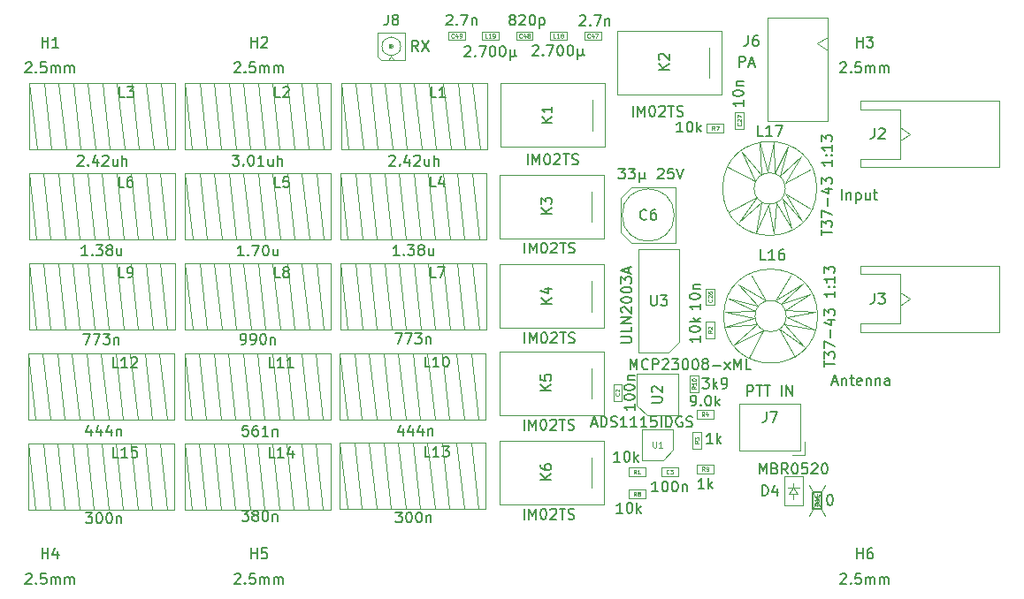
<source format=gbr>
G04 #@! TF.GenerationSoftware,KiCad,Pcbnew,9.0.0*
G04 #@! TF.CreationDate,2025-07-18T15:04:11-05:00*
G04 #@! TF.ProjectId,txfilters,74786669-6c74-4657-9273-2e6b69636164,rev?*
G04 #@! TF.SameCoordinates,Original*
G04 #@! TF.FileFunction,AssemblyDrawing,Top*
%FSLAX46Y46*%
G04 Gerber Fmt 4.6, Leading zero omitted, Abs format (unit mm)*
G04 Created by KiCad (PCBNEW 9.0.0) date 2025-07-18 15:04:11*
%MOMM*%
%LPD*%
G01*
G04 APERTURE LIST*
%ADD10C,0.150000*%
%ADD11C,0.060000*%
%ADD12C,0.100000*%
%ADD13C,0.120000*%
G04 APERTURE END LIST*
D10*
X149466048Y-149313819D02*
X149466048Y-148313819D01*
X149942238Y-149313819D02*
X149942238Y-148313819D01*
X149942238Y-148313819D02*
X150275571Y-149028104D01*
X150275571Y-149028104D02*
X150608904Y-148313819D01*
X150608904Y-148313819D02*
X150608904Y-149313819D01*
X151275571Y-148313819D02*
X151370809Y-148313819D01*
X151370809Y-148313819D02*
X151466047Y-148361438D01*
X151466047Y-148361438D02*
X151513666Y-148409057D01*
X151513666Y-148409057D02*
X151561285Y-148504295D01*
X151561285Y-148504295D02*
X151608904Y-148694771D01*
X151608904Y-148694771D02*
X151608904Y-148932866D01*
X151608904Y-148932866D02*
X151561285Y-149123342D01*
X151561285Y-149123342D02*
X151513666Y-149218580D01*
X151513666Y-149218580D02*
X151466047Y-149266200D01*
X151466047Y-149266200D02*
X151370809Y-149313819D01*
X151370809Y-149313819D02*
X151275571Y-149313819D01*
X151275571Y-149313819D02*
X151180333Y-149266200D01*
X151180333Y-149266200D02*
X151132714Y-149218580D01*
X151132714Y-149218580D02*
X151085095Y-149123342D01*
X151085095Y-149123342D02*
X151037476Y-148932866D01*
X151037476Y-148932866D02*
X151037476Y-148694771D01*
X151037476Y-148694771D02*
X151085095Y-148504295D01*
X151085095Y-148504295D02*
X151132714Y-148409057D01*
X151132714Y-148409057D02*
X151180333Y-148361438D01*
X151180333Y-148361438D02*
X151275571Y-148313819D01*
X151989857Y-148409057D02*
X152037476Y-148361438D01*
X152037476Y-148361438D02*
X152132714Y-148313819D01*
X152132714Y-148313819D02*
X152370809Y-148313819D01*
X152370809Y-148313819D02*
X152466047Y-148361438D01*
X152466047Y-148361438D02*
X152513666Y-148409057D01*
X152513666Y-148409057D02*
X152561285Y-148504295D01*
X152561285Y-148504295D02*
X152561285Y-148599533D01*
X152561285Y-148599533D02*
X152513666Y-148742390D01*
X152513666Y-148742390D02*
X151942238Y-149313819D01*
X151942238Y-149313819D02*
X152561285Y-149313819D01*
X152847000Y-148313819D02*
X153418428Y-148313819D01*
X153132714Y-149313819D02*
X153132714Y-148313819D01*
X153704143Y-149266200D02*
X153847000Y-149313819D01*
X153847000Y-149313819D02*
X154085095Y-149313819D01*
X154085095Y-149313819D02*
X154180333Y-149266200D01*
X154180333Y-149266200D02*
X154227952Y-149218580D01*
X154227952Y-149218580D02*
X154275571Y-149123342D01*
X154275571Y-149123342D02*
X154275571Y-149028104D01*
X154275571Y-149028104D02*
X154227952Y-148932866D01*
X154227952Y-148932866D02*
X154180333Y-148885247D01*
X154180333Y-148885247D02*
X154085095Y-148837628D01*
X154085095Y-148837628D02*
X153894619Y-148790009D01*
X153894619Y-148790009D02*
X153799381Y-148742390D01*
X153799381Y-148742390D02*
X153751762Y-148694771D01*
X153751762Y-148694771D02*
X153704143Y-148599533D01*
X153704143Y-148599533D02*
X153704143Y-148504295D01*
X153704143Y-148504295D02*
X153751762Y-148409057D01*
X153751762Y-148409057D02*
X153799381Y-148361438D01*
X153799381Y-148361438D02*
X153894619Y-148313819D01*
X153894619Y-148313819D02*
X154132714Y-148313819D01*
X154132714Y-148313819D02*
X154275571Y-148361438D01*
X152059819Y-145533094D02*
X151059819Y-145533094D01*
X152059819Y-144961666D02*
X151488390Y-145390237D01*
X151059819Y-144961666D02*
X151631247Y-145533094D01*
X151059819Y-144104523D02*
X151059819Y-144294999D01*
X151059819Y-144294999D02*
X151107438Y-144390237D01*
X151107438Y-144390237D02*
X151155057Y-144437856D01*
X151155057Y-144437856D02*
X151297914Y-144533094D01*
X151297914Y-144533094D02*
X151488390Y-144580713D01*
X151488390Y-144580713D02*
X151869342Y-144580713D01*
X151869342Y-144580713D02*
X151964580Y-144533094D01*
X151964580Y-144533094D02*
X152012200Y-144485475D01*
X152012200Y-144485475D02*
X152059819Y-144390237D01*
X152059819Y-144390237D02*
X152059819Y-144199761D01*
X152059819Y-144199761D02*
X152012200Y-144104523D01*
X152012200Y-144104523D02*
X151964580Y-144056904D01*
X151964580Y-144056904D02*
X151869342Y-144009285D01*
X151869342Y-144009285D02*
X151631247Y-144009285D01*
X151631247Y-144009285D02*
X151536009Y-144056904D01*
X151536009Y-144056904D02*
X151488390Y-144104523D01*
X151488390Y-144104523D02*
X151440771Y-144199761D01*
X151440771Y-144199761D02*
X151440771Y-144390237D01*
X151440771Y-144390237D02*
X151488390Y-144485475D01*
X151488390Y-144485475D02*
X151536009Y-144533094D01*
X151536009Y-144533094D02*
X151631247Y-144580713D01*
X107276405Y-131534819D02*
X107943071Y-131534819D01*
X107943071Y-131534819D02*
X107514500Y-132534819D01*
X108228786Y-131534819D02*
X108895452Y-131534819D01*
X108895452Y-131534819D02*
X108466881Y-132534819D01*
X109181167Y-131534819D02*
X109800214Y-131534819D01*
X109800214Y-131534819D02*
X109466881Y-131915771D01*
X109466881Y-131915771D02*
X109609738Y-131915771D01*
X109609738Y-131915771D02*
X109704976Y-131963390D01*
X109704976Y-131963390D02*
X109752595Y-132011009D01*
X109752595Y-132011009D02*
X109800214Y-132106247D01*
X109800214Y-132106247D02*
X109800214Y-132344342D01*
X109800214Y-132344342D02*
X109752595Y-132439580D01*
X109752595Y-132439580D02*
X109704976Y-132487200D01*
X109704976Y-132487200D02*
X109609738Y-132534819D01*
X109609738Y-132534819D02*
X109324024Y-132534819D01*
X109324024Y-132534819D02*
X109228786Y-132487200D01*
X109228786Y-132487200D02*
X109181167Y-132439580D01*
X110228786Y-131868152D02*
X110228786Y-132534819D01*
X110228786Y-131963390D02*
X110276405Y-131915771D01*
X110276405Y-131915771D02*
X110371643Y-131868152D01*
X110371643Y-131868152D02*
X110514500Y-131868152D01*
X110514500Y-131868152D02*
X110609738Y-131915771D01*
X110609738Y-131915771D02*
X110657357Y-132011009D01*
X110657357Y-132011009D02*
X110657357Y-132534819D01*
X111153333Y-126137319D02*
X110677143Y-126137319D01*
X110677143Y-126137319D02*
X110677143Y-125137319D01*
X111534286Y-126137319D02*
X111724762Y-126137319D01*
X111724762Y-126137319D02*
X111820000Y-126089700D01*
X111820000Y-126089700D02*
X111867619Y-126042080D01*
X111867619Y-126042080D02*
X111962857Y-125899223D01*
X111962857Y-125899223D02*
X112010476Y-125708747D01*
X112010476Y-125708747D02*
X112010476Y-125327795D01*
X112010476Y-125327795D02*
X111962857Y-125232557D01*
X111962857Y-125232557D02*
X111915238Y-125184938D01*
X111915238Y-125184938D02*
X111820000Y-125137319D01*
X111820000Y-125137319D02*
X111629524Y-125137319D01*
X111629524Y-125137319D02*
X111534286Y-125184938D01*
X111534286Y-125184938D02*
X111486667Y-125232557D01*
X111486667Y-125232557D02*
X111439048Y-125327795D01*
X111439048Y-125327795D02*
X111439048Y-125565890D01*
X111439048Y-125565890D02*
X111486667Y-125661128D01*
X111486667Y-125661128D02*
X111534286Y-125708747D01*
X111534286Y-125708747D02*
X111629524Y-125756366D01*
X111629524Y-125756366D02*
X111820000Y-125756366D01*
X111820000Y-125756366D02*
X111915238Y-125708747D01*
X111915238Y-125708747D02*
X111962857Y-125661128D01*
X111962857Y-125661128D02*
X112010476Y-125565890D01*
X170454819Y-109142857D02*
X170454819Y-109714285D01*
X170454819Y-109428571D02*
X169454819Y-109428571D01*
X169454819Y-109428571D02*
X169597676Y-109523809D01*
X169597676Y-109523809D02*
X169692914Y-109619047D01*
X169692914Y-109619047D02*
X169740533Y-109714285D01*
X169454819Y-108523809D02*
X169454819Y-108428571D01*
X169454819Y-108428571D02*
X169502438Y-108333333D01*
X169502438Y-108333333D02*
X169550057Y-108285714D01*
X169550057Y-108285714D02*
X169645295Y-108238095D01*
X169645295Y-108238095D02*
X169835771Y-108190476D01*
X169835771Y-108190476D02*
X170073866Y-108190476D01*
X170073866Y-108190476D02*
X170264342Y-108238095D01*
X170264342Y-108238095D02*
X170359580Y-108285714D01*
X170359580Y-108285714D02*
X170407200Y-108333333D01*
X170407200Y-108333333D02*
X170454819Y-108428571D01*
X170454819Y-108428571D02*
X170454819Y-108523809D01*
X170454819Y-108523809D02*
X170407200Y-108619047D01*
X170407200Y-108619047D02*
X170359580Y-108666666D01*
X170359580Y-108666666D02*
X170264342Y-108714285D01*
X170264342Y-108714285D02*
X170073866Y-108761904D01*
X170073866Y-108761904D02*
X169835771Y-108761904D01*
X169835771Y-108761904D02*
X169645295Y-108714285D01*
X169645295Y-108714285D02*
X169550057Y-108666666D01*
X169550057Y-108666666D02*
X169502438Y-108619047D01*
X169502438Y-108619047D02*
X169454819Y-108523809D01*
X169788152Y-107761904D02*
X170454819Y-107761904D01*
X169883390Y-107761904D02*
X169835771Y-107714285D01*
X169835771Y-107714285D02*
X169788152Y-107619047D01*
X169788152Y-107619047D02*
X169788152Y-107476190D01*
X169788152Y-107476190D02*
X169835771Y-107380952D01*
X169835771Y-107380952D02*
X169931009Y-107333333D01*
X169931009Y-107333333D02*
X170454819Y-107333333D01*
D11*
X170220832Y-111334142D02*
X170239880Y-111353190D01*
X170239880Y-111353190D02*
X170258927Y-111410332D01*
X170258927Y-111410332D02*
X170258927Y-111448428D01*
X170258927Y-111448428D02*
X170239880Y-111505571D01*
X170239880Y-111505571D02*
X170201784Y-111543666D01*
X170201784Y-111543666D02*
X170163689Y-111562713D01*
X170163689Y-111562713D02*
X170087499Y-111581761D01*
X170087499Y-111581761D02*
X170030356Y-111581761D01*
X170030356Y-111581761D02*
X169954165Y-111562713D01*
X169954165Y-111562713D02*
X169916070Y-111543666D01*
X169916070Y-111543666D02*
X169877975Y-111505571D01*
X169877975Y-111505571D02*
X169858927Y-111448428D01*
X169858927Y-111448428D02*
X169858927Y-111410332D01*
X169858927Y-111410332D02*
X169877975Y-111353190D01*
X169877975Y-111353190D02*
X169897022Y-111334142D01*
X169897022Y-111181761D02*
X169877975Y-111162713D01*
X169877975Y-111162713D02*
X169858927Y-111124618D01*
X169858927Y-111124618D02*
X169858927Y-111029380D01*
X169858927Y-111029380D02*
X169877975Y-110991285D01*
X169877975Y-110991285D02*
X169897022Y-110972237D01*
X169897022Y-110972237D02*
X169935118Y-110953190D01*
X169935118Y-110953190D02*
X169973213Y-110953190D01*
X169973213Y-110953190D02*
X170030356Y-110972237D01*
X170030356Y-110972237D02*
X170258927Y-111200809D01*
X170258927Y-111200809D02*
X170258927Y-110953190D01*
X169858927Y-110819857D02*
X169858927Y-110553190D01*
X169858927Y-110553190D02*
X170258927Y-110724619D01*
D10*
X101746667Y-105610057D02*
X101794286Y-105562438D01*
X101794286Y-105562438D02*
X101889524Y-105514819D01*
X101889524Y-105514819D02*
X102127619Y-105514819D01*
X102127619Y-105514819D02*
X102222857Y-105562438D01*
X102222857Y-105562438D02*
X102270476Y-105610057D01*
X102270476Y-105610057D02*
X102318095Y-105705295D01*
X102318095Y-105705295D02*
X102318095Y-105800533D01*
X102318095Y-105800533D02*
X102270476Y-105943390D01*
X102270476Y-105943390D02*
X101699048Y-106514819D01*
X101699048Y-106514819D02*
X102318095Y-106514819D01*
X102746667Y-106419580D02*
X102794286Y-106467200D01*
X102794286Y-106467200D02*
X102746667Y-106514819D01*
X102746667Y-106514819D02*
X102699048Y-106467200D01*
X102699048Y-106467200D02*
X102746667Y-106419580D01*
X102746667Y-106419580D02*
X102746667Y-106514819D01*
X103699047Y-105514819D02*
X103222857Y-105514819D01*
X103222857Y-105514819D02*
X103175238Y-105991009D01*
X103175238Y-105991009D02*
X103222857Y-105943390D01*
X103222857Y-105943390D02*
X103318095Y-105895771D01*
X103318095Y-105895771D02*
X103556190Y-105895771D01*
X103556190Y-105895771D02*
X103651428Y-105943390D01*
X103651428Y-105943390D02*
X103699047Y-105991009D01*
X103699047Y-105991009D02*
X103746666Y-106086247D01*
X103746666Y-106086247D02*
X103746666Y-106324342D01*
X103746666Y-106324342D02*
X103699047Y-106419580D01*
X103699047Y-106419580D02*
X103651428Y-106467200D01*
X103651428Y-106467200D02*
X103556190Y-106514819D01*
X103556190Y-106514819D02*
X103318095Y-106514819D01*
X103318095Y-106514819D02*
X103222857Y-106467200D01*
X103222857Y-106467200D02*
X103175238Y-106419580D01*
X104175238Y-106514819D02*
X104175238Y-105848152D01*
X104175238Y-105943390D02*
X104222857Y-105895771D01*
X104222857Y-105895771D02*
X104318095Y-105848152D01*
X104318095Y-105848152D02*
X104460952Y-105848152D01*
X104460952Y-105848152D02*
X104556190Y-105895771D01*
X104556190Y-105895771D02*
X104603809Y-105991009D01*
X104603809Y-105991009D02*
X104603809Y-106514819D01*
X104603809Y-105991009D02*
X104651428Y-105895771D01*
X104651428Y-105895771D02*
X104746666Y-105848152D01*
X104746666Y-105848152D02*
X104889523Y-105848152D01*
X104889523Y-105848152D02*
X104984762Y-105895771D01*
X104984762Y-105895771D02*
X105032381Y-105991009D01*
X105032381Y-105991009D02*
X105032381Y-106514819D01*
X105508571Y-106514819D02*
X105508571Y-105848152D01*
X105508571Y-105943390D02*
X105556190Y-105895771D01*
X105556190Y-105895771D02*
X105651428Y-105848152D01*
X105651428Y-105848152D02*
X105794285Y-105848152D01*
X105794285Y-105848152D02*
X105889523Y-105895771D01*
X105889523Y-105895771D02*
X105937142Y-105991009D01*
X105937142Y-105991009D02*
X105937142Y-106514819D01*
X105937142Y-105991009D02*
X105984761Y-105895771D01*
X105984761Y-105895771D02*
X106079999Y-105848152D01*
X106079999Y-105848152D02*
X106222856Y-105848152D01*
X106222856Y-105848152D02*
X106318095Y-105895771D01*
X106318095Y-105895771D02*
X106365714Y-105991009D01*
X106365714Y-105991009D02*
X106365714Y-106514819D01*
X103318095Y-104084819D02*
X103318095Y-103084819D01*
X103318095Y-103561009D02*
X103889523Y-103561009D01*
X103889523Y-104084819D02*
X103889523Y-103084819D01*
X104889523Y-104084819D02*
X104318095Y-104084819D01*
X104603809Y-104084819D02*
X104603809Y-103084819D01*
X104603809Y-103084819D02*
X104508571Y-103227676D01*
X104508571Y-103227676D02*
X104413333Y-103322914D01*
X104413333Y-103322914D02*
X104318095Y-103370533D01*
X139333333Y-104454819D02*
X139000000Y-103978628D01*
X138761905Y-104454819D02*
X138761905Y-103454819D01*
X138761905Y-103454819D02*
X139142857Y-103454819D01*
X139142857Y-103454819D02*
X139238095Y-103502438D01*
X139238095Y-103502438D02*
X139285714Y-103550057D01*
X139285714Y-103550057D02*
X139333333Y-103645295D01*
X139333333Y-103645295D02*
X139333333Y-103788152D01*
X139333333Y-103788152D02*
X139285714Y-103883390D01*
X139285714Y-103883390D02*
X139238095Y-103931009D01*
X139238095Y-103931009D02*
X139142857Y-103978628D01*
X139142857Y-103978628D02*
X138761905Y-103978628D01*
X139666667Y-103454819D02*
X140333333Y-104454819D01*
X140333333Y-103454819D02*
X139666667Y-104454819D01*
X136416666Y-100954819D02*
X136416666Y-101669104D01*
X136416666Y-101669104D02*
X136369047Y-101811961D01*
X136369047Y-101811961D02*
X136273809Y-101907200D01*
X136273809Y-101907200D02*
X136130952Y-101954819D01*
X136130952Y-101954819D02*
X136035714Y-101954819D01*
X137035714Y-101383390D02*
X136940476Y-101335771D01*
X136940476Y-101335771D02*
X136892857Y-101288152D01*
X136892857Y-101288152D02*
X136845238Y-101192914D01*
X136845238Y-101192914D02*
X136845238Y-101145295D01*
X136845238Y-101145295D02*
X136892857Y-101050057D01*
X136892857Y-101050057D02*
X136940476Y-101002438D01*
X136940476Y-101002438D02*
X137035714Y-100954819D01*
X137035714Y-100954819D02*
X137226190Y-100954819D01*
X137226190Y-100954819D02*
X137321428Y-101002438D01*
X137321428Y-101002438D02*
X137369047Y-101050057D01*
X137369047Y-101050057D02*
X137416666Y-101145295D01*
X137416666Y-101145295D02*
X137416666Y-101192914D01*
X137416666Y-101192914D02*
X137369047Y-101288152D01*
X137369047Y-101288152D02*
X137321428Y-101335771D01*
X137321428Y-101335771D02*
X137226190Y-101383390D01*
X137226190Y-101383390D02*
X137035714Y-101383390D01*
X137035714Y-101383390D02*
X136940476Y-101431009D01*
X136940476Y-101431009D02*
X136892857Y-101478628D01*
X136892857Y-101478628D02*
X136845238Y-101573866D01*
X136845238Y-101573866D02*
X136845238Y-101764342D01*
X136845238Y-101764342D02*
X136892857Y-101859580D01*
X136892857Y-101859580D02*
X136940476Y-101907200D01*
X136940476Y-101907200D02*
X137035714Y-101954819D01*
X137035714Y-101954819D02*
X137226190Y-101954819D01*
X137226190Y-101954819D02*
X137321428Y-101907200D01*
X137321428Y-101907200D02*
X137369047Y-101859580D01*
X137369047Y-101859580D02*
X137416666Y-101764342D01*
X137416666Y-101764342D02*
X137416666Y-101573866D01*
X137416666Y-101573866D02*
X137369047Y-101478628D01*
X137369047Y-101478628D02*
X137321428Y-101431009D01*
X137321428Y-101431009D02*
X137226190Y-101383390D01*
X136564048Y-114528057D02*
X136611667Y-114480438D01*
X136611667Y-114480438D02*
X136706905Y-114432819D01*
X136706905Y-114432819D02*
X136945000Y-114432819D01*
X136945000Y-114432819D02*
X137040238Y-114480438D01*
X137040238Y-114480438D02*
X137087857Y-114528057D01*
X137087857Y-114528057D02*
X137135476Y-114623295D01*
X137135476Y-114623295D02*
X137135476Y-114718533D01*
X137135476Y-114718533D02*
X137087857Y-114861390D01*
X137087857Y-114861390D02*
X136516429Y-115432819D01*
X136516429Y-115432819D02*
X137135476Y-115432819D01*
X137564048Y-115337580D02*
X137611667Y-115385200D01*
X137611667Y-115385200D02*
X137564048Y-115432819D01*
X137564048Y-115432819D02*
X137516429Y-115385200D01*
X137516429Y-115385200D02*
X137564048Y-115337580D01*
X137564048Y-115337580D02*
X137564048Y-115432819D01*
X138468809Y-114766152D02*
X138468809Y-115432819D01*
X138230714Y-114385200D02*
X137992619Y-115099485D01*
X137992619Y-115099485D02*
X138611666Y-115099485D01*
X138945000Y-114528057D02*
X138992619Y-114480438D01*
X138992619Y-114480438D02*
X139087857Y-114432819D01*
X139087857Y-114432819D02*
X139325952Y-114432819D01*
X139325952Y-114432819D02*
X139421190Y-114480438D01*
X139421190Y-114480438D02*
X139468809Y-114528057D01*
X139468809Y-114528057D02*
X139516428Y-114623295D01*
X139516428Y-114623295D02*
X139516428Y-114718533D01*
X139516428Y-114718533D02*
X139468809Y-114861390D01*
X139468809Y-114861390D02*
X138897381Y-115432819D01*
X138897381Y-115432819D02*
X139516428Y-115432819D01*
X140373571Y-114766152D02*
X140373571Y-115432819D01*
X139945000Y-114766152D02*
X139945000Y-115289961D01*
X139945000Y-115289961D02*
X139992619Y-115385200D01*
X139992619Y-115385200D02*
X140087857Y-115432819D01*
X140087857Y-115432819D02*
X140230714Y-115432819D01*
X140230714Y-115432819D02*
X140325952Y-115385200D01*
X140325952Y-115385200D02*
X140373571Y-115337580D01*
X140849762Y-115432819D02*
X140849762Y-114432819D01*
X141278333Y-115432819D02*
X141278333Y-114909009D01*
X141278333Y-114909009D02*
X141230714Y-114813771D01*
X141230714Y-114813771D02*
X141135476Y-114766152D01*
X141135476Y-114766152D02*
X140992619Y-114766152D01*
X140992619Y-114766152D02*
X140897381Y-114813771D01*
X140897381Y-114813771D02*
X140849762Y-114861390D01*
X141063333Y-108874819D02*
X140587143Y-108874819D01*
X140587143Y-108874819D02*
X140587143Y-107874819D01*
X141920476Y-108874819D02*
X141349048Y-108874819D01*
X141634762Y-108874819D02*
X141634762Y-107874819D01*
X141634762Y-107874819D02*
X141539524Y-108017676D01*
X141539524Y-108017676D02*
X141444286Y-108112914D01*
X141444286Y-108112914D02*
X141349048Y-108160533D01*
X149820048Y-115317819D02*
X149820048Y-114317819D01*
X150296238Y-115317819D02*
X150296238Y-114317819D01*
X150296238Y-114317819D02*
X150629571Y-115032104D01*
X150629571Y-115032104D02*
X150962904Y-114317819D01*
X150962904Y-114317819D02*
X150962904Y-115317819D01*
X151629571Y-114317819D02*
X151724809Y-114317819D01*
X151724809Y-114317819D02*
X151820047Y-114365438D01*
X151820047Y-114365438D02*
X151867666Y-114413057D01*
X151867666Y-114413057D02*
X151915285Y-114508295D01*
X151915285Y-114508295D02*
X151962904Y-114698771D01*
X151962904Y-114698771D02*
X151962904Y-114936866D01*
X151962904Y-114936866D02*
X151915285Y-115127342D01*
X151915285Y-115127342D02*
X151867666Y-115222580D01*
X151867666Y-115222580D02*
X151820047Y-115270200D01*
X151820047Y-115270200D02*
X151724809Y-115317819D01*
X151724809Y-115317819D02*
X151629571Y-115317819D01*
X151629571Y-115317819D02*
X151534333Y-115270200D01*
X151534333Y-115270200D02*
X151486714Y-115222580D01*
X151486714Y-115222580D02*
X151439095Y-115127342D01*
X151439095Y-115127342D02*
X151391476Y-114936866D01*
X151391476Y-114936866D02*
X151391476Y-114698771D01*
X151391476Y-114698771D02*
X151439095Y-114508295D01*
X151439095Y-114508295D02*
X151486714Y-114413057D01*
X151486714Y-114413057D02*
X151534333Y-114365438D01*
X151534333Y-114365438D02*
X151629571Y-114317819D01*
X152343857Y-114413057D02*
X152391476Y-114365438D01*
X152391476Y-114365438D02*
X152486714Y-114317819D01*
X152486714Y-114317819D02*
X152724809Y-114317819D01*
X152724809Y-114317819D02*
X152820047Y-114365438D01*
X152820047Y-114365438D02*
X152867666Y-114413057D01*
X152867666Y-114413057D02*
X152915285Y-114508295D01*
X152915285Y-114508295D02*
X152915285Y-114603533D01*
X152915285Y-114603533D02*
X152867666Y-114746390D01*
X152867666Y-114746390D02*
X152296238Y-115317819D01*
X152296238Y-115317819D02*
X152915285Y-115317819D01*
X153201000Y-114317819D02*
X153772428Y-114317819D01*
X153486714Y-115317819D02*
X153486714Y-114317819D01*
X154058143Y-115270200D02*
X154201000Y-115317819D01*
X154201000Y-115317819D02*
X154439095Y-115317819D01*
X154439095Y-115317819D02*
X154534333Y-115270200D01*
X154534333Y-115270200D02*
X154581952Y-115222580D01*
X154581952Y-115222580D02*
X154629571Y-115127342D01*
X154629571Y-115127342D02*
X154629571Y-115032104D01*
X154629571Y-115032104D02*
X154581952Y-114936866D01*
X154581952Y-114936866D02*
X154534333Y-114889247D01*
X154534333Y-114889247D02*
X154439095Y-114841628D01*
X154439095Y-114841628D02*
X154248619Y-114794009D01*
X154248619Y-114794009D02*
X154153381Y-114746390D01*
X154153381Y-114746390D02*
X154105762Y-114698771D01*
X154105762Y-114698771D02*
X154058143Y-114603533D01*
X154058143Y-114603533D02*
X154058143Y-114508295D01*
X154058143Y-114508295D02*
X154105762Y-114413057D01*
X154105762Y-114413057D02*
X154153381Y-114365438D01*
X154153381Y-114365438D02*
X154248619Y-114317819D01*
X154248619Y-114317819D02*
X154486714Y-114317819D01*
X154486714Y-114317819D02*
X154629571Y-114365438D01*
X152159819Y-111283094D02*
X151159819Y-111283094D01*
X152159819Y-110711666D02*
X151588390Y-111140237D01*
X151159819Y-110711666D02*
X151731247Y-111283094D01*
X152159819Y-109759285D02*
X152159819Y-110330713D01*
X152159819Y-110044999D02*
X151159819Y-110044999D01*
X151159819Y-110044999D02*
X151302676Y-110140237D01*
X151302676Y-110140237D02*
X151397914Y-110235475D01*
X151397914Y-110235475D02*
X151445533Y-110330713D01*
X177954819Y-122107142D02*
X177954819Y-121535714D01*
X178954819Y-121821428D02*
X177954819Y-121821428D01*
X177954819Y-121297618D02*
X177954819Y-120678571D01*
X177954819Y-120678571D02*
X178335771Y-121011904D01*
X178335771Y-121011904D02*
X178335771Y-120869047D01*
X178335771Y-120869047D02*
X178383390Y-120773809D01*
X178383390Y-120773809D02*
X178431009Y-120726190D01*
X178431009Y-120726190D02*
X178526247Y-120678571D01*
X178526247Y-120678571D02*
X178764342Y-120678571D01*
X178764342Y-120678571D02*
X178859580Y-120726190D01*
X178859580Y-120726190D02*
X178907200Y-120773809D01*
X178907200Y-120773809D02*
X178954819Y-120869047D01*
X178954819Y-120869047D02*
X178954819Y-121154761D01*
X178954819Y-121154761D02*
X178907200Y-121249999D01*
X178907200Y-121249999D02*
X178859580Y-121297618D01*
X177954819Y-120345237D02*
X177954819Y-119678571D01*
X177954819Y-119678571D02*
X178954819Y-120107142D01*
X178573866Y-119297618D02*
X178573866Y-118535714D01*
X178288152Y-117630952D02*
X178954819Y-117630952D01*
X177907200Y-117869047D02*
X178621485Y-118107142D01*
X178621485Y-118107142D02*
X178621485Y-117488095D01*
X177954819Y-117202380D02*
X177954819Y-116583333D01*
X177954819Y-116583333D02*
X178335771Y-116916666D01*
X178335771Y-116916666D02*
X178335771Y-116773809D01*
X178335771Y-116773809D02*
X178383390Y-116678571D01*
X178383390Y-116678571D02*
X178431009Y-116630952D01*
X178431009Y-116630952D02*
X178526247Y-116583333D01*
X178526247Y-116583333D02*
X178764342Y-116583333D01*
X178764342Y-116583333D02*
X178859580Y-116630952D01*
X178859580Y-116630952D02*
X178907200Y-116678571D01*
X178907200Y-116678571D02*
X178954819Y-116773809D01*
X178954819Y-116773809D02*
X178954819Y-117059523D01*
X178954819Y-117059523D02*
X178907200Y-117154761D01*
X178907200Y-117154761D02*
X178859580Y-117202380D01*
X178954819Y-114869047D02*
X178954819Y-115440475D01*
X178954819Y-115154761D02*
X177954819Y-115154761D01*
X177954819Y-115154761D02*
X178097676Y-115249999D01*
X178097676Y-115249999D02*
X178192914Y-115345237D01*
X178192914Y-115345237D02*
X178240533Y-115440475D01*
X178859580Y-114440475D02*
X178907200Y-114392856D01*
X178907200Y-114392856D02*
X178954819Y-114440475D01*
X178954819Y-114440475D02*
X178907200Y-114488094D01*
X178907200Y-114488094D02*
X178859580Y-114440475D01*
X178859580Y-114440475D02*
X178954819Y-114440475D01*
X178335771Y-114440475D02*
X178383390Y-114392856D01*
X178383390Y-114392856D02*
X178431009Y-114440475D01*
X178431009Y-114440475D02*
X178383390Y-114488094D01*
X178383390Y-114488094D02*
X178335771Y-114440475D01*
X178335771Y-114440475D02*
X178431009Y-114440475D01*
X178954819Y-113440476D02*
X178954819Y-114011904D01*
X178954819Y-113726190D02*
X177954819Y-113726190D01*
X177954819Y-113726190D02*
X178097676Y-113821428D01*
X178097676Y-113821428D02*
X178192914Y-113916666D01*
X178192914Y-113916666D02*
X178240533Y-114011904D01*
X177954819Y-113107142D02*
X177954819Y-112488095D01*
X177954819Y-112488095D02*
X178335771Y-112821428D01*
X178335771Y-112821428D02*
X178335771Y-112678571D01*
X178335771Y-112678571D02*
X178383390Y-112583333D01*
X178383390Y-112583333D02*
X178431009Y-112535714D01*
X178431009Y-112535714D02*
X178526247Y-112488095D01*
X178526247Y-112488095D02*
X178764342Y-112488095D01*
X178764342Y-112488095D02*
X178859580Y-112535714D01*
X178859580Y-112535714D02*
X178907200Y-112583333D01*
X178907200Y-112583333D02*
X178954819Y-112678571D01*
X178954819Y-112678571D02*
X178954819Y-112964285D01*
X178954819Y-112964285D02*
X178907200Y-113059523D01*
X178907200Y-113059523D02*
X178859580Y-113107142D01*
X172342142Y-112569819D02*
X171865952Y-112569819D01*
X171865952Y-112569819D02*
X171865952Y-111569819D01*
X173199285Y-112569819D02*
X172627857Y-112569819D01*
X172913571Y-112569819D02*
X172913571Y-111569819D01*
X172913571Y-111569819D02*
X172818333Y-111712676D01*
X172818333Y-111712676D02*
X172723095Y-111807914D01*
X172723095Y-111807914D02*
X172627857Y-111855533D01*
X173532619Y-111569819D02*
X174199285Y-111569819D01*
X174199285Y-111569819D02*
X173770714Y-112569819D01*
X121556429Y-114432819D02*
X122175476Y-114432819D01*
X122175476Y-114432819D02*
X121842143Y-114813771D01*
X121842143Y-114813771D02*
X121985000Y-114813771D01*
X121985000Y-114813771D02*
X122080238Y-114861390D01*
X122080238Y-114861390D02*
X122127857Y-114909009D01*
X122127857Y-114909009D02*
X122175476Y-115004247D01*
X122175476Y-115004247D02*
X122175476Y-115242342D01*
X122175476Y-115242342D02*
X122127857Y-115337580D01*
X122127857Y-115337580D02*
X122080238Y-115385200D01*
X122080238Y-115385200D02*
X121985000Y-115432819D01*
X121985000Y-115432819D02*
X121699286Y-115432819D01*
X121699286Y-115432819D02*
X121604048Y-115385200D01*
X121604048Y-115385200D02*
X121556429Y-115337580D01*
X122604048Y-115337580D02*
X122651667Y-115385200D01*
X122651667Y-115385200D02*
X122604048Y-115432819D01*
X122604048Y-115432819D02*
X122556429Y-115385200D01*
X122556429Y-115385200D02*
X122604048Y-115337580D01*
X122604048Y-115337580D02*
X122604048Y-115432819D01*
X123270714Y-114432819D02*
X123365952Y-114432819D01*
X123365952Y-114432819D02*
X123461190Y-114480438D01*
X123461190Y-114480438D02*
X123508809Y-114528057D01*
X123508809Y-114528057D02*
X123556428Y-114623295D01*
X123556428Y-114623295D02*
X123604047Y-114813771D01*
X123604047Y-114813771D02*
X123604047Y-115051866D01*
X123604047Y-115051866D02*
X123556428Y-115242342D01*
X123556428Y-115242342D02*
X123508809Y-115337580D01*
X123508809Y-115337580D02*
X123461190Y-115385200D01*
X123461190Y-115385200D02*
X123365952Y-115432819D01*
X123365952Y-115432819D02*
X123270714Y-115432819D01*
X123270714Y-115432819D02*
X123175476Y-115385200D01*
X123175476Y-115385200D02*
X123127857Y-115337580D01*
X123127857Y-115337580D02*
X123080238Y-115242342D01*
X123080238Y-115242342D02*
X123032619Y-115051866D01*
X123032619Y-115051866D02*
X123032619Y-114813771D01*
X123032619Y-114813771D02*
X123080238Y-114623295D01*
X123080238Y-114623295D02*
X123127857Y-114528057D01*
X123127857Y-114528057D02*
X123175476Y-114480438D01*
X123175476Y-114480438D02*
X123270714Y-114432819D01*
X124556428Y-115432819D02*
X123985000Y-115432819D01*
X124270714Y-115432819D02*
X124270714Y-114432819D01*
X124270714Y-114432819D02*
X124175476Y-114575676D01*
X124175476Y-114575676D02*
X124080238Y-114670914D01*
X124080238Y-114670914D02*
X123985000Y-114718533D01*
X125413571Y-114766152D02*
X125413571Y-115432819D01*
X124985000Y-114766152D02*
X124985000Y-115289961D01*
X124985000Y-115289961D02*
X125032619Y-115385200D01*
X125032619Y-115385200D02*
X125127857Y-115432819D01*
X125127857Y-115432819D02*
X125270714Y-115432819D01*
X125270714Y-115432819D02*
X125365952Y-115385200D01*
X125365952Y-115385200D02*
X125413571Y-115337580D01*
X125889762Y-115432819D02*
X125889762Y-114432819D01*
X126318333Y-115432819D02*
X126318333Y-114909009D01*
X126318333Y-114909009D02*
X126270714Y-114813771D01*
X126270714Y-114813771D02*
X126175476Y-114766152D01*
X126175476Y-114766152D02*
X126032619Y-114766152D01*
X126032619Y-114766152D02*
X125937381Y-114813771D01*
X125937381Y-114813771D02*
X125889762Y-114861390D01*
X126103333Y-108874819D02*
X125627143Y-108874819D01*
X125627143Y-108874819D02*
X125627143Y-107874819D01*
X126389048Y-107970057D02*
X126436667Y-107922438D01*
X126436667Y-107922438D02*
X126531905Y-107874819D01*
X126531905Y-107874819D02*
X126770000Y-107874819D01*
X126770000Y-107874819D02*
X126865238Y-107922438D01*
X126865238Y-107922438D02*
X126912857Y-107970057D01*
X126912857Y-107970057D02*
X126960476Y-108065295D01*
X126960476Y-108065295D02*
X126960476Y-108160533D01*
X126960476Y-108160533D02*
X126912857Y-108303390D01*
X126912857Y-108303390D02*
X126341429Y-108874819D01*
X126341429Y-108874819D02*
X126960476Y-108874819D01*
X106724048Y-114528057D02*
X106771667Y-114480438D01*
X106771667Y-114480438D02*
X106866905Y-114432819D01*
X106866905Y-114432819D02*
X107105000Y-114432819D01*
X107105000Y-114432819D02*
X107200238Y-114480438D01*
X107200238Y-114480438D02*
X107247857Y-114528057D01*
X107247857Y-114528057D02*
X107295476Y-114623295D01*
X107295476Y-114623295D02*
X107295476Y-114718533D01*
X107295476Y-114718533D02*
X107247857Y-114861390D01*
X107247857Y-114861390D02*
X106676429Y-115432819D01*
X106676429Y-115432819D02*
X107295476Y-115432819D01*
X107724048Y-115337580D02*
X107771667Y-115385200D01*
X107771667Y-115385200D02*
X107724048Y-115432819D01*
X107724048Y-115432819D02*
X107676429Y-115385200D01*
X107676429Y-115385200D02*
X107724048Y-115337580D01*
X107724048Y-115337580D02*
X107724048Y-115432819D01*
X108628809Y-114766152D02*
X108628809Y-115432819D01*
X108390714Y-114385200D02*
X108152619Y-115099485D01*
X108152619Y-115099485D02*
X108771666Y-115099485D01*
X109105000Y-114528057D02*
X109152619Y-114480438D01*
X109152619Y-114480438D02*
X109247857Y-114432819D01*
X109247857Y-114432819D02*
X109485952Y-114432819D01*
X109485952Y-114432819D02*
X109581190Y-114480438D01*
X109581190Y-114480438D02*
X109628809Y-114528057D01*
X109628809Y-114528057D02*
X109676428Y-114623295D01*
X109676428Y-114623295D02*
X109676428Y-114718533D01*
X109676428Y-114718533D02*
X109628809Y-114861390D01*
X109628809Y-114861390D02*
X109057381Y-115432819D01*
X109057381Y-115432819D02*
X109676428Y-115432819D01*
X110533571Y-114766152D02*
X110533571Y-115432819D01*
X110105000Y-114766152D02*
X110105000Y-115289961D01*
X110105000Y-115289961D02*
X110152619Y-115385200D01*
X110152619Y-115385200D02*
X110247857Y-115432819D01*
X110247857Y-115432819D02*
X110390714Y-115432819D01*
X110390714Y-115432819D02*
X110485952Y-115385200D01*
X110485952Y-115385200D02*
X110533571Y-115337580D01*
X111009762Y-115432819D02*
X111009762Y-114432819D01*
X111438333Y-115432819D02*
X111438333Y-114909009D01*
X111438333Y-114909009D02*
X111390714Y-114813771D01*
X111390714Y-114813771D02*
X111295476Y-114766152D01*
X111295476Y-114766152D02*
X111152619Y-114766152D01*
X111152619Y-114766152D02*
X111057381Y-114813771D01*
X111057381Y-114813771D02*
X111009762Y-114861390D01*
X111223333Y-108874819D02*
X110747143Y-108874819D01*
X110747143Y-108874819D02*
X110747143Y-107874819D01*
X111461429Y-107874819D02*
X112080476Y-107874819D01*
X112080476Y-107874819D02*
X111747143Y-108255771D01*
X111747143Y-108255771D02*
X111890000Y-108255771D01*
X111890000Y-108255771D02*
X111985238Y-108303390D01*
X111985238Y-108303390D02*
X112032857Y-108351009D01*
X112032857Y-108351009D02*
X112080476Y-108446247D01*
X112080476Y-108446247D02*
X112080476Y-108684342D01*
X112080476Y-108684342D02*
X112032857Y-108779580D01*
X112032857Y-108779580D02*
X111985238Y-108827200D01*
X111985238Y-108827200D02*
X111890000Y-108874819D01*
X111890000Y-108874819D02*
X111604286Y-108874819D01*
X111604286Y-108874819D02*
X111509048Y-108827200D01*
X111509048Y-108827200D02*
X111461429Y-108779580D01*
X149456048Y-140751319D02*
X149456048Y-139751319D01*
X149932238Y-140751319D02*
X149932238Y-139751319D01*
X149932238Y-139751319D02*
X150265571Y-140465604D01*
X150265571Y-140465604D02*
X150598904Y-139751319D01*
X150598904Y-139751319D02*
X150598904Y-140751319D01*
X151265571Y-139751319D02*
X151360809Y-139751319D01*
X151360809Y-139751319D02*
X151456047Y-139798938D01*
X151456047Y-139798938D02*
X151503666Y-139846557D01*
X151503666Y-139846557D02*
X151551285Y-139941795D01*
X151551285Y-139941795D02*
X151598904Y-140132271D01*
X151598904Y-140132271D02*
X151598904Y-140370366D01*
X151598904Y-140370366D02*
X151551285Y-140560842D01*
X151551285Y-140560842D02*
X151503666Y-140656080D01*
X151503666Y-140656080D02*
X151456047Y-140703700D01*
X151456047Y-140703700D02*
X151360809Y-140751319D01*
X151360809Y-140751319D02*
X151265571Y-140751319D01*
X151265571Y-140751319D02*
X151170333Y-140703700D01*
X151170333Y-140703700D02*
X151122714Y-140656080D01*
X151122714Y-140656080D02*
X151075095Y-140560842D01*
X151075095Y-140560842D02*
X151027476Y-140370366D01*
X151027476Y-140370366D02*
X151027476Y-140132271D01*
X151027476Y-140132271D02*
X151075095Y-139941795D01*
X151075095Y-139941795D02*
X151122714Y-139846557D01*
X151122714Y-139846557D02*
X151170333Y-139798938D01*
X151170333Y-139798938D02*
X151265571Y-139751319D01*
X151979857Y-139846557D02*
X152027476Y-139798938D01*
X152027476Y-139798938D02*
X152122714Y-139751319D01*
X152122714Y-139751319D02*
X152360809Y-139751319D01*
X152360809Y-139751319D02*
X152456047Y-139798938D01*
X152456047Y-139798938D02*
X152503666Y-139846557D01*
X152503666Y-139846557D02*
X152551285Y-139941795D01*
X152551285Y-139941795D02*
X152551285Y-140037033D01*
X152551285Y-140037033D02*
X152503666Y-140179890D01*
X152503666Y-140179890D02*
X151932238Y-140751319D01*
X151932238Y-140751319D02*
X152551285Y-140751319D01*
X152837000Y-139751319D02*
X153408428Y-139751319D01*
X153122714Y-140751319D02*
X153122714Y-139751319D01*
X153694143Y-140703700D02*
X153837000Y-140751319D01*
X153837000Y-140751319D02*
X154075095Y-140751319D01*
X154075095Y-140751319D02*
X154170333Y-140703700D01*
X154170333Y-140703700D02*
X154217952Y-140656080D01*
X154217952Y-140656080D02*
X154265571Y-140560842D01*
X154265571Y-140560842D02*
X154265571Y-140465604D01*
X154265571Y-140465604D02*
X154217952Y-140370366D01*
X154217952Y-140370366D02*
X154170333Y-140322747D01*
X154170333Y-140322747D02*
X154075095Y-140275128D01*
X154075095Y-140275128D02*
X153884619Y-140227509D01*
X153884619Y-140227509D02*
X153789381Y-140179890D01*
X153789381Y-140179890D02*
X153741762Y-140132271D01*
X153741762Y-140132271D02*
X153694143Y-140037033D01*
X153694143Y-140037033D02*
X153694143Y-139941795D01*
X153694143Y-139941795D02*
X153741762Y-139846557D01*
X153741762Y-139846557D02*
X153789381Y-139798938D01*
X153789381Y-139798938D02*
X153884619Y-139751319D01*
X153884619Y-139751319D02*
X154122714Y-139751319D01*
X154122714Y-139751319D02*
X154265571Y-139798938D01*
X152049819Y-136970594D02*
X151049819Y-136970594D01*
X152049819Y-136399166D02*
X151478390Y-136827737D01*
X151049819Y-136399166D02*
X151621247Y-136970594D01*
X151049819Y-135494404D02*
X151049819Y-135970594D01*
X151049819Y-135970594D02*
X151526009Y-136018213D01*
X151526009Y-136018213D02*
X151478390Y-135970594D01*
X151478390Y-135970594D02*
X151430771Y-135875356D01*
X151430771Y-135875356D02*
X151430771Y-135637261D01*
X151430771Y-135637261D02*
X151478390Y-135542023D01*
X151478390Y-135542023D02*
X151526009Y-135494404D01*
X151526009Y-135494404D02*
X151621247Y-135446785D01*
X151621247Y-135446785D02*
X151859342Y-135446785D01*
X151859342Y-135446785D02*
X151954580Y-135494404D01*
X151954580Y-135494404D02*
X152002200Y-135542023D01*
X152002200Y-135542023D02*
X152049819Y-135637261D01*
X152049819Y-135637261D02*
X152049819Y-135875356D01*
X152049819Y-135875356D02*
X152002200Y-135970594D01*
X152002200Y-135970594D02*
X151954580Y-136018213D01*
X158761819Y-132382618D02*
X159571342Y-132382618D01*
X159571342Y-132382618D02*
X159666580Y-132334999D01*
X159666580Y-132334999D02*
X159714200Y-132287380D01*
X159714200Y-132287380D02*
X159761819Y-132192142D01*
X159761819Y-132192142D02*
X159761819Y-132001666D01*
X159761819Y-132001666D02*
X159714200Y-131906428D01*
X159714200Y-131906428D02*
X159666580Y-131858809D01*
X159666580Y-131858809D02*
X159571342Y-131811190D01*
X159571342Y-131811190D02*
X158761819Y-131811190D01*
X159761819Y-130858809D02*
X159761819Y-131334999D01*
X159761819Y-131334999D02*
X158761819Y-131334999D01*
X159761819Y-130525475D02*
X158761819Y-130525475D01*
X158761819Y-130525475D02*
X159761819Y-129954047D01*
X159761819Y-129954047D02*
X158761819Y-129954047D01*
X158857057Y-129525475D02*
X158809438Y-129477856D01*
X158809438Y-129477856D02*
X158761819Y-129382618D01*
X158761819Y-129382618D02*
X158761819Y-129144523D01*
X158761819Y-129144523D02*
X158809438Y-129049285D01*
X158809438Y-129049285D02*
X158857057Y-129001666D01*
X158857057Y-129001666D02*
X158952295Y-128954047D01*
X158952295Y-128954047D02*
X159047533Y-128954047D01*
X159047533Y-128954047D02*
X159190390Y-129001666D01*
X159190390Y-129001666D02*
X159761819Y-129573094D01*
X159761819Y-129573094D02*
X159761819Y-128954047D01*
X158761819Y-128334999D02*
X158761819Y-128239761D01*
X158761819Y-128239761D02*
X158809438Y-128144523D01*
X158809438Y-128144523D02*
X158857057Y-128096904D01*
X158857057Y-128096904D02*
X158952295Y-128049285D01*
X158952295Y-128049285D02*
X159142771Y-128001666D01*
X159142771Y-128001666D02*
X159380866Y-128001666D01*
X159380866Y-128001666D02*
X159571342Y-128049285D01*
X159571342Y-128049285D02*
X159666580Y-128096904D01*
X159666580Y-128096904D02*
X159714200Y-128144523D01*
X159714200Y-128144523D02*
X159761819Y-128239761D01*
X159761819Y-128239761D02*
X159761819Y-128334999D01*
X159761819Y-128334999D02*
X159714200Y-128430237D01*
X159714200Y-128430237D02*
X159666580Y-128477856D01*
X159666580Y-128477856D02*
X159571342Y-128525475D01*
X159571342Y-128525475D02*
X159380866Y-128573094D01*
X159380866Y-128573094D02*
X159142771Y-128573094D01*
X159142771Y-128573094D02*
X158952295Y-128525475D01*
X158952295Y-128525475D02*
X158857057Y-128477856D01*
X158857057Y-128477856D02*
X158809438Y-128430237D01*
X158809438Y-128430237D02*
X158761819Y-128334999D01*
X158761819Y-127382618D02*
X158761819Y-127287380D01*
X158761819Y-127287380D02*
X158809438Y-127192142D01*
X158809438Y-127192142D02*
X158857057Y-127144523D01*
X158857057Y-127144523D02*
X158952295Y-127096904D01*
X158952295Y-127096904D02*
X159142771Y-127049285D01*
X159142771Y-127049285D02*
X159380866Y-127049285D01*
X159380866Y-127049285D02*
X159571342Y-127096904D01*
X159571342Y-127096904D02*
X159666580Y-127144523D01*
X159666580Y-127144523D02*
X159714200Y-127192142D01*
X159714200Y-127192142D02*
X159761819Y-127287380D01*
X159761819Y-127287380D02*
X159761819Y-127382618D01*
X159761819Y-127382618D02*
X159714200Y-127477856D01*
X159714200Y-127477856D02*
X159666580Y-127525475D01*
X159666580Y-127525475D02*
X159571342Y-127573094D01*
X159571342Y-127573094D02*
X159380866Y-127620713D01*
X159380866Y-127620713D02*
X159142771Y-127620713D01*
X159142771Y-127620713D02*
X158952295Y-127573094D01*
X158952295Y-127573094D02*
X158857057Y-127525475D01*
X158857057Y-127525475D02*
X158809438Y-127477856D01*
X158809438Y-127477856D02*
X158761819Y-127382618D01*
X158761819Y-126715951D02*
X158761819Y-126096904D01*
X158761819Y-126096904D02*
X159142771Y-126430237D01*
X159142771Y-126430237D02*
X159142771Y-126287380D01*
X159142771Y-126287380D02*
X159190390Y-126192142D01*
X159190390Y-126192142D02*
X159238009Y-126144523D01*
X159238009Y-126144523D02*
X159333247Y-126096904D01*
X159333247Y-126096904D02*
X159571342Y-126096904D01*
X159571342Y-126096904D02*
X159666580Y-126144523D01*
X159666580Y-126144523D02*
X159714200Y-126192142D01*
X159714200Y-126192142D02*
X159761819Y-126287380D01*
X159761819Y-126287380D02*
X159761819Y-126573094D01*
X159761819Y-126573094D02*
X159714200Y-126668332D01*
X159714200Y-126668332D02*
X159666580Y-126715951D01*
X159476104Y-125715951D02*
X159476104Y-125239761D01*
X159761819Y-125811189D02*
X158761819Y-125477856D01*
X158761819Y-125477856D02*
X159761819Y-125144523D01*
X161608333Y-127850566D02*
X161608333Y-128643900D01*
X161608333Y-128643900D02*
X161655000Y-128737233D01*
X161655000Y-128737233D02*
X161701666Y-128783900D01*
X161701666Y-128783900D02*
X161795000Y-128830566D01*
X161795000Y-128830566D02*
X161981666Y-128830566D01*
X161981666Y-128830566D02*
X162075000Y-128783900D01*
X162075000Y-128783900D02*
X162121666Y-128737233D01*
X162121666Y-128737233D02*
X162168333Y-128643900D01*
X162168333Y-128643900D02*
X162168333Y-127850566D01*
X162541667Y-127850566D02*
X163148333Y-127850566D01*
X163148333Y-127850566D02*
X162821667Y-128223900D01*
X162821667Y-128223900D02*
X162961667Y-128223900D01*
X162961667Y-128223900D02*
X163055000Y-128270566D01*
X163055000Y-128270566D02*
X163101667Y-128317233D01*
X163101667Y-128317233D02*
X163148333Y-128410566D01*
X163148333Y-128410566D02*
X163148333Y-128643900D01*
X163148333Y-128643900D02*
X163101667Y-128737233D01*
X163101667Y-128737233D02*
X163055000Y-128783900D01*
X163055000Y-128783900D02*
X162961667Y-128830566D01*
X162961667Y-128830566D02*
X162681667Y-128830566D01*
X162681667Y-128830566D02*
X162588333Y-128783900D01*
X162588333Y-128783900D02*
X162541667Y-128737233D01*
X162285952Y-146659819D02*
X161714524Y-146659819D01*
X162000238Y-146659819D02*
X162000238Y-145659819D01*
X162000238Y-145659819D02*
X161905000Y-145802676D01*
X161905000Y-145802676D02*
X161809762Y-145897914D01*
X161809762Y-145897914D02*
X161714524Y-145945533D01*
X162905000Y-145659819D02*
X163000238Y-145659819D01*
X163000238Y-145659819D02*
X163095476Y-145707438D01*
X163095476Y-145707438D02*
X163143095Y-145755057D01*
X163143095Y-145755057D02*
X163190714Y-145850295D01*
X163190714Y-145850295D02*
X163238333Y-146040771D01*
X163238333Y-146040771D02*
X163238333Y-146278866D01*
X163238333Y-146278866D02*
X163190714Y-146469342D01*
X163190714Y-146469342D02*
X163143095Y-146564580D01*
X163143095Y-146564580D02*
X163095476Y-146612200D01*
X163095476Y-146612200D02*
X163000238Y-146659819D01*
X163000238Y-146659819D02*
X162905000Y-146659819D01*
X162905000Y-146659819D02*
X162809762Y-146612200D01*
X162809762Y-146612200D02*
X162762143Y-146564580D01*
X162762143Y-146564580D02*
X162714524Y-146469342D01*
X162714524Y-146469342D02*
X162666905Y-146278866D01*
X162666905Y-146278866D02*
X162666905Y-146040771D01*
X162666905Y-146040771D02*
X162714524Y-145850295D01*
X162714524Y-145850295D02*
X162762143Y-145755057D01*
X162762143Y-145755057D02*
X162809762Y-145707438D01*
X162809762Y-145707438D02*
X162905000Y-145659819D01*
X163857381Y-145659819D02*
X163952619Y-145659819D01*
X163952619Y-145659819D02*
X164047857Y-145707438D01*
X164047857Y-145707438D02*
X164095476Y-145755057D01*
X164095476Y-145755057D02*
X164143095Y-145850295D01*
X164143095Y-145850295D02*
X164190714Y-146040771D01*
X164190714Y-146040771D02*
X164190714Y-146278866D01*
X164190714Y-146278866D02*
X164143095Y-146469342D01*
X164143095Y-146469342D02*
X164095476Y-146564580D01*
X164095476Y-146564580D02*
X164047857Y-146612200D01*
X164047857Y-146612200D02*
X163952619Y-146659819D01*
X163952619Y-146659819D02*
X163857381Y-146659819D01*
X163857381Y-146659819D02*
X163762143Y-146612200D01*
X163762143Y-146612200D02*
X163714524Y-146564580D01*
X163714524Y-146564580D02*
X163666905Y-146469342D01*
X163666905Y-146469342D02*
X163619286Y-146278866D01*
X163619286Y-146278866D02*
X163619286Y-146040771D01*
X163619286Y-146040771D02*
X163666905Y-145850295D01*
X163666905Y-145850295D02*
X163714524Y-145755057D01*
X163714524Y-145755057D02*
X163762143Y-145707438D01*
X163762143Y-145707438D02*
X163857381Y-145659819D01*
X164619286Y-145993152D02*
X164619286Y-146659819D01*
X164619286Y-146088390D02*
X164666905Y-146040771D01*
X164666905Y-146040771D02*
X164762143Y-145993152D01*
X164762143Y-145993152D02*
X164905000Y-145993152D01*
X164905000Y-145993152D02*
X165000238Y-146040771D01*
X165000238Y-146040771D02*
X165047857Y-146136009D01*
X165047857Y-146136009D02*
X165047857Y-146659819D01*
D11*
X163338333Y-144918832D02*
X163319285Y-144937880D01*
X163319285Y-144937880D02*
X163262143Y-144956927D01*
X163262143Y-144956927D02*
X163224047Y-144956927D01*
X163224047Y-144956927D02*
X163166904Y-144937880D01*
X163166904Y-144937880D02*
X163128809Y-144899784D01*
X163128809Y-144899784D02*
X163109762Y-144861689D01*
X163109762Y-144861689D02*
X163090714Y-144785499D01*
X163090714Y-144785499D02*
X163090714Y-144728356D01*
X163090714Y-144728356D02*
X163109762Y-144652165D01*
X163109762Y-144652165D02*
X163128809Y-144614070D01*
X163128809Y-144614070D02*
X163166904Y-144575975D01*
X163166904Y-144575975D02*
X163224047Y-144556927D01*
X163224047Y-144556927D02*
X163262143Y-144556927D01*
X163262143Y-144556927D02*
X163319285Y-144575975D01*
X163319285Y-144575975D02*
X163338333Y-144595022D01*
X163471666Y-144556927D02*
X163719285Y-144556927D01*
X163719285Y-144556927D02*
X163585952Y-144709308D01*
X163585952Y-144709308D02*
X163643095Y-144709308D01*
X163643095Y-144709308D02*
X163681190Y-144728356D01*
X163681190Y-144728356D02*
X163700238Y-144747403D01*
X163700238Y-144747403D02*
X163719285Y-144785499D01*
X163719285Y-144785499D02*
X163719285Y-144880737D01*
X163719285Y-144880737D02*
X163700238Y-144918832D01*
X163700238Y-144918832D02*
X163681190Y-144937880D01*
X163681190Y-144937880D02*
X163643095Y-144956927D01*
X163643095Y-144956927D02*
X163528809Y-144956927D01*
X163528809Y-144956927D02*
X163490714Y-144937880D01*
X163490714Y-144937880D02*
X163471666Y-144918832D01*
D10*
X178702381Y-146954819D02*
X178797619Y-146954819D01*
X178797619Y-146954819D02*
X178892857Y-147002438D01*
X178892857Y-147002438D02*
X178940476Y-147050057D01*
X178940476Y-147050057D02*
X178988095Y-147145295D01*
X178988095Y-147145295D02*
X179035714Y-147335771D01*
X179035714Y-147335771D02*
X179035714Y-147573866D01*
X179035714Y-147573866D02*
X178988095Y-147764342D01*
X178988095Y-147764342D02*
X178940476Y-147859580D01*
X178940476Y-147859580D02*
X178892857Y-147907200D01*
X178892857Y-147907200D02*
X178797619Y-147954819D01*
X178797619Y-147954819D02*
X178702381Y-147954819D01*
X178702381Y-147954819D02*
X178607143Y-147907200D01*
X178607143Y-147907200D02*
X178559524Y-147859580D01*
X178559524Y-147859580D02*
X178511905Y-147764342D01*
X178511905Y-147764342D02*
X178464286Y-147573866D01*
X178464286Y-147573866D02*
X178464286Y-147335771D01*
X178464286Y-147335771D02*
X178511905Y-147145295D01*
X178511905Y-147145295D02*
X178559524Y-147050057D01*
X178559524Y-147050057D02*
X178607143Y-147002438D01*
X178607143Y-147002438D02*
X178702381Y-146954819D01*
D11*
X177681927Y-147757142D02*
X177491451Y-147890475D01*
X177681927Y-147985713D02*
X177281927Y-147985713D01*
X177281927Y-147985713D02*
X177281927Y-147833332D01*
X177281927Y-147833332D02*
X177300975Y-147795237D01*
X177300975Y-147795237D02*
X177320022Y-147776190D01*
X177320022Y-147776190D02*
X177358118Y-147757142D01*
X177358118Y-147757142D02*
X177415260Y-147757142D01*
X177415260Y-147757142D02*
X177453356Y-147776190D01*
X177453356Y-147776190D02*
X177472403Y-147795237D01*
X177472403Y-147795237D02*
X177491451Y-147833332D01*
X177491451Y-147833332D02*
X177491451Y-147985713D01*
X177681927Y-147376190D02*
X177681927Y-147604761D01*
X177681927Y-147490475D02*
X177281927Y-147490475D01*
X177281927Y-147490475D02*
X177339070Y-147528571D01*
X177339070Y-147528571D02*
X177377165Y-147566666D01*
X177377165Y-147566666D02*
X177396213Y-147604761D01*
X177681927Y-146995238D02*
X177681927Y-147223809D01*
X177681927Y-147109523D02*
X177281927Y-147109523D01*
X177281927Y-147109523D02*
X177339070Y-147147619D01*
X177339070Y-147147619D02*
X177377165Y-147185714D01*
X177377165Y-147185714D02*
X177396213Y-147223809D01*
X177481927Y-148075713D02*
X177481927Y-146907522D01*
D10*
X179746667Y-154610057D02*
X179794286Y-154562438D01*
X179794286Y-154562438D02*
X179889524Y-154514819D01*
X179889524Y-154514819D02*
X180127619Y-154514819D01*
X180127619Y-154514819D02*
X180222857Y-154562438D01*
X180222857Y-154562438D02*
X180270476Y-154610057D01*
X180270476Y-154610057D02*
X180318095Y-154705295D01*
X180318095Y-154705295D02*
X180318095Y-154800533D01*
X180318095Y-154800533D02*
X180270476Y-154943390D01*
X180270476Y-154943390D02*
X179699048Y-155514819D01*
X179699048Y-155514819D02*
X180318095Y-155514819D01*
X180746667Y-155419580D02*
X180794286Y-155467200D01*
X180794286Y-155467200D02*
X180746667Y-155514819D01*
X180746667Y-155514819D02*
X180699048Y-155467200D01*
X180699048Y-155467200D02*
X180746667Y-155419580D01*
X180746667Y-155419580D02*
X180746667Y-155514819D01*
X181699047Y-154514819D02*
X181222857Y-154514819D01*
X181222857Y-154514819D02*
X181175238Y-154991009D01*
X181175238Y-154991009D02*
X181222857Y-154943390D01*
X181222857Y-154943390D02*
X181318095Y-154895771D01*
X181318095Y-154895771D02*
X181556190Y-154895771D01*
X181556190Y-154895771D02*
X181651428Y-154943390D01*
X181651428Y-154943390D02*
X181699047Y-154991009D01*
X181699047Y-154991009D02*
X181746666Y-155086247D01*
X181746666Y-155086247D02*
X181746666Y-155324342D01*
X181746666Y-155324342D02*
X181699047Y-155419580D01*
X181699047Y-155419580D02*
X181651428Y-155467200D01*
X181651428Y-155467200D02*
X181556190Y-155514819D01*
X181556190Y-155514819D02*
X181318095Y-155514819D01*
X181318095Y-155514819D02*
X181222857Y-155467200D01*
X181222857Y-155467200D02*
X181175238Y-155419580D01*
X182175238Y-155514819D02*
X182175238Y-154848152D01*
X182175238Y-154943390D02*
X182222857Y-154895771D01*
X182222857Y-154895771D02*
X182318095Y-154848152D01*
X182318095Y-154848152D02*
X182460952Y-154848152D01*
X182460952Y-154848152D02*
X182556190Y-154895771D01*
X182556190Y-154895771D02*
X182603809Y-154991009D01*
X182603809Y-154991009D02*
X182603809Y-155514819D01*
X182603809Y-154991009D02*
X182651428Y-154895771D01*
X182651428Y-154895771D02*
X182746666Y-154848152D01*
X182746666Y-154848152D02*
X182889523Y-154848152D01*
X182889523Y-154848152D02*
X182984762Y-154895771D01*
X182984762Y-154895771D02*
X183032381Y-154991009D01*
X183032381Y-154991009D02*
X183032381Y-155514819D01*
X183508571Y-155514819D02*
X183508571Y-154848152D01*
X183508571Y-154943390D02*
X183556190Y-154895771D01*
X183556190Y-154895771D02*
X183651428Y-154848152D01*
X183651428Y-154848152D02*
X183794285Y-154848152D01*
X183794285Y-154848152D02*
X183889523Y-154895771D01*
X183889523Y-154895771D02*
X183937142Y-154991009D01*
X183937142Y-154991009D02*
X183937142Y-155514819D01*
X183937142Y-154991009D02*
X183984761Y-154895771D01*
X183984761Y-154895771D02*
X184079999Y-154848152D01*
X184079999Y-154848152D02*
X184222856Y-154848152D01*
X184222856Y-154848152D02*
X184318095Y-154895771D01*
X184318095Y-154895771D02*
X184365714Y-154991009D01*
X184365714Y-154991009D02*
X184365714Y-155514819D01*
X181318095Y-153084819D02*
X181318095Y-152084819D01*
X181318095Y-152561009D02*
X181889523Y-152561009D01*
X181889523Y-153084819D02*
X181889523Y-152084819D01*
X182794285Y-152084819D02*
X182603809Y-152084819D01*
X182603809Y-152084819D02*
X182508571Y-152132438D01*
X182508571Y-152132438D02*
X182460952Y-152180057D01*
X182460952Y-152180057D02*
X182365714Y-152322914D01*
X182365714Y-152322914D02*
X182318095Y-152513390D01*
X182318095Y-152513390D02*
X182318095Y-152894342D01*
X182318095Y-152894342D02*
X182365714Y-152989580D01*
X182365714Y-152989580D02*
X182413333Y-153037200D01*
X182413333Y-153037200D02*
X182508571Y-153084819D01*
X182508571Y-153084819D02*
X182699047Y-153084819D01*
X182699047Y-153084819D02*
X182794285Y-153037200D01*
X182794285Y-153037200D02*
X182841904Y-152989580D01*
X182841904Y-152989580D02*
X182889523Y-152894342D01*
X182889523Y-152894342D02*
X182889523Y-152656247D01*
X182889523Y-152656247D02*
X182841904Y-152561009D01*
X182841904Y-152561009D02*
X182794285Y-152513390D01*
X182794285Y-152513390D02*
X182699047Y-152465771D01*
X182699047Y-152465771D02*
X182508571Y-152465771D01*
X182508571Y-152465771D02*
X182413333Y-152513390D01*
X182413333Y-152513390D02*
X182365714Y-152561009D01*
X182365714Y-152561009D02*
X182318095Y-152656247D01*
X154797619Y-101120057D02*
X154845238Y-101072438D01*
X154845238Y-101072438D02*
X154940476Y-101024819D01*
X154940476Y-101024819D02*
X155178571Y-101024819D01*
X155178571Y-101024819D02*
X155273809Y-101072438D01*
X155273809Y-101072438D02*
X155321428Y-101120057D01*
X155321428Y-101120057D02*
X155369047Y-101215295D01*
X155369047Y-101215295D02*
X155369047Y-101310533D01*
X155369047Y-101310533D02*
X155321428Y-101453390D01*
X155321428Y-101453390D02*
X154750000Y-102024819D01*
X154750000Y-102024819D02*
X155369047Y-102024819D01*
X155797619Y-101929580D02*
X155845238Y-101977200D01*
X155845238Y-101977200D02*
X155797619Y-102024819D01*
X155797619Y-102024819D02*
X155750000Y-101977200D01*
X155750000Y-101977200D02*
X155797619Y-101929580D01*
X155797619Y-101929580D02*
X155797619Y-102024819D01*
X156178571Y-101024819D02*
X156845237Y-101024819D01*
X156845237Y-101024819D02*
X156416666Y-102024819D01*
X157226190Y-101358152D02*
X157226190Y-102024819D01*
X157226190Y-101453390D02*
X157273809Y-101405771D01*
X157273809Y-101405771D02*
X157369047Y-101358152D01*
X157369047Y-101358152D02*
X157511904Y-101358152D01*
X157511904Y-101358152D02*
X157607142Y-101405771D01*
X157607142Y-101405771D02*
X157654761Y-101501009D01*
X157654761Y-101501009D02*
X157654761Y-102024819D01*
D11*
X155767857Y-103143832D02*
X155748809Y-103162880D01*
X155748809Y-103162880D02*
X155691667Y-103181927D01*
X155691667Y-103181927D02*
X155653571Y-103181927D01*
X155653571Y-103181927D02*
X155596428Y-103162880D01*
X155596428Y-103162880D02*
X155558333Y-103124784D01*
X155558333Y-103124784D02*
X155539286Y-103086689D01*
X155539286Y-103086689D02*
X155520238Y-103010499D01*
X155520238Y-103010499D02*
X155520238Y-102953356D01*
X155520238Y-102953356D02*
X155539286Y-102877165D01*
X155539286Y-102877165D02*
X155558333Y-102839070D01*
X155558333Y-102839070D02*
X155596428Y-102800975D01*
X155596428Y-102800975D02*
X155653571Y-102781927D01*
X155653571Y-102781927D02*
X155691667Y-102781927D01*
X155691667Y-102781927D02*
X155748809Y-102800975D01*
X155748809Y-102800975D02*
X155767857Y-102820022D01*
X156110714Y-102915260D02*
X156110714Y-103181927D01*
X156015476Y-102762880D02*
X155920238Y-103048594D01*
X155920238Y-103048594D02*
X156167857Y-103048594D01*
X156282142Y-102781927D02*
X156548809Y-102781927D01*
X156548809Y-102781927D02*
X156377380Y-103181927D01*
D10*
X148250000Y-101383390D02*
X148154762Y-101335771D01*
X148154762Y-101335771D02*
X148107143Y-101288152D01*
X148107143Y-101288152D02*
X148059524Y-101192914D01*
X148059524Y-101192914D02*
X148059524Y-101145295D01*
X148059524Y-101145295D02*
X148107143Y-101050057D01*
X148107143Y-101050057D02*
X148154762Y-101002438D01*
X148154762Y-101002438D02*
X148250000Y-100954819D01*
X148250000Y-100954819D02*
X148440476Y-100954819D01*
X148440476Y-100954819D02*
X148535714Y-101002438D01*
X148535714Y-101002438D02*
X148583333Y-101050057D01*
X148583333Y-101050057D02*
X148630952Y-101145295D01*
X148630952Y-101145295D02*
X148630952Y-101192914D01*
X148630952Y-101192914D02*
X148583333Y-101288152D01*
X148583333Y-101288152D02*
X148535714Y-101335771D01*
X148535714Y-101335771D02*
X148440476Y-101383390D01*
X148440476Y-101383390D02*
X148250000Y-101383390D01*
X148250000Y-101383390D02*
X148154762Y-101431009D01*
X148154762Y-101431009D02*
X148107143Y-101478628D01*
X148107143Y-101478628D02*
X148059524Y-101573866D01*
X148059524Y-101573866D02*
X148059524Y-101764342D01*
X148059524Y-101764342D02*
X148107143Y-101859580D01*
X148107143Y-101859580D02*
X148154762Y-101907200D01*
X148154762Y-101907200D02*
X148250000Y-101954819D01*
X148250000Y-101954819D02*
X148440476Y-101954819D01*
X148440476Y-101954819D02*
X148535714Y-101907200D01*
X148535714Y-101907200D02*
X148583333Y-101859580D01*
X148583333Y-101859580D02*
X148630952Y-101764342D01*
X148630952Y-101764342D02*
X148630952Y-101573866D01*
X148630952Y-101573866D02*
X148583333Y-101478628D01*
X148583333Y-101478628D02*
X148535714Y-101431009D01*
X148535714Y-101431009D02*
X148440476Y-101383390D01*
X149011905Y-101050057D02*
X149059524Y-101002438D01*
X149059524Y-101002438D02*
X149154762Y-100954819D01*
X149154762Y-100954819D02*
X149392857Y-100954819D01*
X149392857Y-100954819D02*
X149488095Y-101002438D01*
X149488095Y-101002438D02*
X149535714Y-101050057D01*
X149535714Y-101050057D02*
X149583333Y-101145295D01*
X149583333Y-101145295D02*
X149583333Y-101240533D01*
X149583333Y-101240533D02*
X149535714Y-101383390D01*
X149535714Y-101383390D02*
X148964286Y-101954819D01*
X148964286Y-101954819D02*
X149583333Y-101954819D01*
X150202381Y-100954819D02*
X150297619Y-100954819D01*
X150297619Y-100954819D02*
X150392857Y-101002438D01*
X150392857Y-101002438D02*
X150440476Y-101050057D01*
X150440476Y-101050057D02*
X150488095Y-101145295D01*
X150488095Y-101145295D02*
X150535714Y-101335771D01*
X150535714Y-101335771D02*
X150535714Y-101573866D01*
X150535714Y-101573866D02*
X150488095Y-101764342D01*
X150488095Y-101764342D02*
X150440476Y-101859580D01*
X150440476Y-101859580D02*
X150392857Y-101907200D01*
X150392857Y-101907200D02*
X150297619Y-101954819D01*
X150297619Y-101954819D02*
X150202381Y-101954819D01*
X150202381Y-101954819D02*
X150107143Y-101907200D01*
X150107143Y-101907200D02*
X150059524Y-101859580D01*
X150059524Y-101859580D02*
X150011905Y-101764342D01*
X150011905Y-101764342D02*
X149964286Y-101573866D01*
X149964286Y-101573866D02*
X149964286Y-101335771D01*
X149964286Y-101335771D02*
X150011905Y-101145295D01*
X150011905Y-101145295D02*
X150059524Y-101050057D01*
X150059524Y-101050057D02*
X150107143Y-101002438D01*
X150107143Y-101002438D02*
X150202381Y-100954819D01*
X150964286Y-101288152D02*
X150964286Y-102288152D01*
X150964286Y-101335771D02*
X151059524Y-101288152D01*
X151059524Y-101288152D02*
X151250000Y-101288152D01*
X151250000Y-101288152D02*
X151345238Y-101335771D01*
X151345238Y-101335771D02*
X151392857Y-101383390D01*
X151392857Y-101383390D02*
X151440476Y-101478628D01*
X151440476Y-101478628D02*
X151440476Y-101764342D01*
X151440476Y-101764342D02*
X151392857Y-101859580D01*
X151392857Y-101859580D02*
X151345238Y-101907200D01*
X151345238Y-101907200D02*
X151250000Y-101954819D01*
X151250000Y-101954819D02*
X151059524Y-101954819D01*
X151059524Y-101954819D02*
X150964286Y-101907200D01*
D11*
X149242857Y-103143832D02*
X149223809Y-103162880D01*
X149223809Y-103162880D02*
X149166667Y-103181927D01*
X149166667Y-103181927D02*
X149128571Y-103181927D01*
X149128571Y-103181927D02*
X149071428Y-103162880D01*
X149071428Y-103162880D02*
X149033333Y-103124784D01*
X149033333Y-103124784D02*
X149014286Y-103086689D01*
X149014286Y-103086689D02*
X148995238Y-103010499D01*
X148995238Y-103010499D02*
X148995238Y-102953356D01*
X148995238Y-102953356D02*
X149014286Y-102877165D01*
X149014286Y-102877165D02*
X149033333Y-102839070D01*
X149033333Y-102839070D02*
X149071428Y-102800975D01*
X149071428Y-102800975D02*
X149128571Y-102781927D01*
X149128571Y-102781927D02*
X149166667Y-102781927D01*
X149166667Y-102781927D02*
X149223809Y-102800975D01*
X149223809Y-102800975D02*
X149242857Y-102820022D01*
X149585714Y-102915260D02*
X149585714Y-103181927D01*
X149490476Y-102762880D02*
X149395238Y-103048594D01*
X149395238Y-103048594D02*
X149642857Y-103048594D01*
X149852380Y-102953356D02*
X149814285Y-102934308D01*
X149814285Y-102934308D02*
X149795238Y-102915260D01*
X149795238Y-102915260D02*
X149776190Y-102877165D01*
X149776190Y-102877165D02*
X149776190Y-102858118D01*
X149776190Y-102858118D02*
X149795238Y-102820022D01*
X149795238Y-102820022D02*
X149814285Y-102800975D01*
X149814285Y-102800975D02*
X149852380Y-102781927D01*
X149852380Y-102781927D02*
X149928571Y-102781927D01*
X149928571Y-102781927D02*
X149966666Y-102800975D01*
X149966666Y-102800975D02*
X149985714Y-102820022D01*
X149985714Y-102820022D02*
X150004761Y-102858118D01*
X150004761Y-102858118D02*
X150004761Y-102877165D01*
X150004761Y-102877165D02*
X149985714Y-102915260D01*
X149985714Y-102915260D02*
X149966666Y-102934308D01*
X149966666Y-102934308D02*
X149928571Y-102953356D01*
X149928571Y-102953356D02*
X149852380Y-102953356D01*
X149852380Y-102953356D02*
X149814285Y-102972403D01*
X149814285Y-102972403D02*
X149795238Y-102991451D01*
X149795238Y-102991451D02*
X149776190Y-103029546D01*
X149776190Y-103029546D02*
X149776190Y-103105737D01*
X149776190Y-103105737D02*
X149795238Y-103143832D01*
X149795238Y-103143832D02*
X149814285Y-103162880D01*
X149814285Y-103162880D02*
X149852380Y-103181927D01*
X149852380Y-103181927D02*
X149928571Y-103181927D01*
X149928571Y-103181927D02*
X149966666Y-103162880D01*
X149966666Y-103162880D02*
X149985714Y-103143832D01*
X149985714Y-103143832D02*
X150004761Y-103105737D01*
X150004761Y-103105737D02*
X150004761Y-103029546D01*
X150004761Y-103029546D02*
X149985714Y-102991451D01*
X149985714Y-102991451D02*
X149966666Y-102972403D01*
X149966666Y-102972403D02*
X149928571Y-102953356D01*
D10*
X121746667Y-105610057D02*
X121794286Y-105562438D01*
X121794286Y-105562438D02*
X121889524Y-105514819D01*
X121889524Y-105514819D02*
X122127619Y-105514819D01*
X122127619Y-105514819D02*
X122222857Y-105562438D01*
X122222857Y-105562438D02*
X122270476Y-105610057D01*
X122270476Y-105610057D02*
X122318095Y-105705295D01*
X122318095Y-105705295D02*
X122318095Y-105800533D01*
X122318095Y-105800533D02*
X122270476Y-105943390D01*
X122270476Y-105943390D02*
X121699048Y-106514819D01*
X121699048Y-106514819D02*
X122318095Y-106514819D01*
X122746667Y-106419580D02*
X122794286Y-106467200D01*
X122794286Y-106467200D02*
X122746667Y-106514819D01*
X122746667Y-106514819D02*
X122699048Y-106467200D01*
X122699048Y-106467200D02*
X122746667Y-106419580D01*
X122746667Y-106419580D02*
X122746667Y-106514819D01*
X123699047Y-105514819D02*
X123222857Y-105514819D01*
X123222857Y-105514819D02*
X123175238Y-105991009D01*
X123175238Y-105991009D02*
X123222857Y-105943390D01*
X123222857Y-105943390D02*
X123318095Y-105895771D01*
X123318095Y-105895771D02*
X123556190Y-105895771D01*
X123556190Y-105895771D02*
X123651428Y-105943390D01*
X123651428Y-105943390D02*
X123699047Y-105991009D01*
X123699047Y-105991009D02*
X123746666Y-106086247D01*
X123746666Y-106086247D02*
X123746666Y-106324342D01*
X123746666Y-106324342D02*
X123699047Y-106419580D01*
X123699047Y-106419580D02*
X123651428Y-106467200D01*
X123651428Y-106467200D02*
X123556190Y-106514819D01*
X123556190Y-106514819D02*
X123318095Y-106514819D01*
X123318095Y-106514819D02*
X123222857Y-106467200D01*
X123222857Y-106467200D02*
X123175238Y-106419580D01*
X124175238Y-106514819D02*
X124175238Y-105848152D01*
X124175238Y-105943390D02*
X124222857Y-105895771D01*
X124222857Y-105895771D02*
X124318095Y-105848152D01*
X124318095Y-105848152D02*
X124460952Y-105848152D01*
X124460952Y-105848152D02*
X124556190Y-105895771D01*
X124556190Y-105895771D02*
X124603809Y-105991009D01*
X124603809Y-105991009D02*
X124603809Y-106514819D01*
X124603809Y-105991009D02*
X124651428Y-105895771D01*
X124651428Y-105895771D02*
X124746666Y-105848152D01*
X124746666Y-105848152D02*
X124889523Y-105848152D01*
X124889523Y-105848152D02*
X124984762Y-105895771D01*
X124984762Y-105895771D02*
X125032381Y-105991009D01*
X125032381Y-105991009D02*
X125032381Y-106514819D01*
X125508571Y-106514819D02*
X125508571Y-105848152D01*
X125508571Y-105943390D02*
X125556190Y-105895771D01*
X125556190Y-105895771D02*
X125651428Y-105848152D01*
X125651428Y-105848152D02*
X125794285Y-105848152D01*
X125794285Y-105848152D02*
X125889523Y-105895771D01*
X125889523Y-105895771D02*
X125937142Y-105991009D01*
X125937142Y-105991009D02*
X125937142Y-106514819D01*
X125937142Y-105991009D02*
X125984761Y-105895771D01*
X125984761Y-105895771D02*
X126079999Y-105848152D01*
X126079999Y-105848152D02*
X126222856Y-105848152D01*
X126222856Y-105848152D02*
X126318095Y-105895771D01*
X126318095Y-105895771D02*
X126365714Y-105991009D01*
X126365714Y-105991009D02*
X126365714Y-106514819D01*
X123318095Y-104084819D02*
X123318095Y-103084819D01*
X123318095Y-103561009D02*
X123889523Y-103561009D01*
X123889523Y-104084819D02*
X123889523Y-103084819D01*
X124318095Y-103180057D02*
X124365714Y-103132438D01*
X124365714Y-103132438D02*
X124460952Y-103084819D01*
X124460952Y-103084819D02*
X124699047Y-103084819D01*
X124699047Y-103084819D02*
X124794285Y-103132438D01*
X124794285Y-103132438D02*
X124841904Y-103180057D01*
X124841904Y-103180057D02*
X124889523Y-103275295D01*
X124889523Y-103275295D02*
X124889523Y-103370533D01*
X124889523Y-103370533D02*
X124841904Y-103513390D01*
X124841904Y-103513390D02*
X124270476Y-104084819D01*
X124270476Y-104084819D02*
X124889523Y-104084819D01*
X178988095Y-136169104D02*
X179464285Y-136169104D01*
X178892857Y-136454819D02*
X179226190Y-135454819D01*
X179226190Y-135454819D02*
X179559523Y-136454819D01*
X179892857Y-135788152D02*
X179892857Y-136454819D01*
X179892857Y-135883390D02*
X179940476Y-135835771D01*
X179940476Y-135835771D02*
X180035714Y-135788152D01*
X180035714Y-135788152D02*
X180178571Y-135788152D01*
X180178571Y-135788152D02*
X180273809Y-135835771D01*
X180273809Y-135835771D02*
X180321428Y-135931009D01*
X180321428Y-135931009D02*
X180321428Y-136454819D01*
X180654762Y-135788152D02*
X181035714Y-135788152D01*
X180797619Y-135454819D02*
X180797619Y-136311961D01*
X180797619Y-136311961D02*
X180845238Y-136407200D01*
X180845238Y-136407200D02*
X180940476Y-136454819D01*
X180940476Y-136454819D02*
X181035714Y-136454819D01*
X181750000Y-136407200D02*
X181654762Y-136454819D01*
X181654762Y-136454819D02*
X181464286Y-136454819D01*
X181464286Y-136454819D02*
X181369048Y-136407200D01*
X181369048Y-136407200D02*
X181321429Y-136311961D01*
X181321429Y-136311961D02*
X181321429Y-135931009D01*
X181321429Y-135931009D02*
X181369048Y-135835771D01*
X181369048Y-135835771D02*
X181464286Y-135788152D01*
X181464286Y-135788152D02*
X181654762Y-135788152D01*
X181654762Y-135788152D02*
X181750000Y-135835771D01*
X181750000Y-135835771D02*
X181797619Y-135931009D01*
X181797619Y-135931009D02*
X181797619Y-136026247D01*
X181797619Y-136026247D02*
X181321429Y-136121485D01*
X182226191Y-135788152D02*
X182226191Y-136454819D01*
X182226191Y-135883390D02*
X182273810Y-135835771D01*
X182273810Y-135835771D02*
X182369048Y-135788152D01*
X182369048Y-135788152D02*
X182511905Y-135788152D01*
X182511905Y-135788152D02*
X182607143Y-135835771D01*
X182607143Y-135835771D02*
X182654762Y-135931009D01*
X182654762Y-135931009D02*
X182654762Y-136454819D01*
X183130953Y-135788152D02*
X183130953Y-136454819D01*
X183130953Y-135883390D02*
X183178572Y-135835771D01*
X183178572Y-135835771D02*
X183273810Y-135788152D01*
X183273810Y-135788152D02*
X183416667Y-135788152D01*
X183416667Y-135788152D02*
X183511905Y-135835771D01*
X183511905Y-135835771D02*
X183559524Y-135931009D01*
X183559524Y-135931009D02*
X183559524Y-136454819D01*
X184464286Y-136454819D02*
X184464286Y-135931009D01*
X184464286Y-135931009D02*
X184416667Y-135835771D01*
X184416667Y-135835771D02*
X184321429Y-135788152D01*
X184321429Y-135788152D02*
X184130953Y-135788152D01*
X184130953Y-135788152D02*
X184035715Y-135835771D01*
X184464286Y-136407200D02*
X184369048Y-136454819D01*
X184369048Y-136454819D02*
X184130953Y-136454819D01*
X184130953Y-136454819D02*
X184035715Y-136407200D01*
X184035715Y-136407200D02*
X183988096Y-136311961D01*
X183988096Y-136311961D02*
X183988096Y-136216723D01*
X183988096Y-136216723D02*
X184035715Y-136121485D01*
X184035715Y-136121485D02*
X184130953Y-136073866D01*
X184130953Y-136073866D02*
X184369048Y-136073866D01*
X184369048Y-136073866D02*
X184464286Y-136026247D01*
X183004166Y-127659819D02*
X183004166Y-128374104D01*
X183004166Y-128374104D02*
X182956547Y-128516961D01*
X182956547Y-128516961D02*
X182861309Y-128612200D01*
X182861309Y-128612200D02*
X182718452Y-128659819D01*
X182718452Y-128659819D02*
X182623214Y-128659819D01*
X183385119Y-127659819D02*
X184004166Y-127659819D01*
X184004166Y-127659819D02*
X183670833Y-128040771D01*
X183670833Y-128040771D02*
X183813690Y-128040771D01*
X183813690Y-128040771D02*
X183908928Y-128088390D01*
X183908928Y-128088390D02*
X183956547Y-128136009D01*
X183956547Y-128136009D02*
X184004166Y-128231247D01*
X184004166Y-128231247D02*
X184004166Y-128469342D01*
X184004166Y-128469342D02*
X183956547Y-128564580D01*
X183956547Y-128564580D02*
X183908928Y-128612200D01*
X183908928Y-128612200D02*
X183813690Y-128659819D01*
X183813690Y-128659819D02*
X183527976Y-128659819D01*
X183527976Y-128659819D02*
X183432738Y-128612200D01*
X183432738Y-128612200D02*
X183385119Y-128564580D01*
X107677857Y-124034069D02*
X107106429Y-124034069D01*
X107392143Y-124034069D02*
X107392143Y-123034069D01*
X107392143Y-123034069D02*
X107296905Y-123176926D01*
X107296905Y-123176926D02*
X107201667Y-123272164D01*
X107201667Y-123272164D02*
X107106429Y-123319783D01*
X108106429Y-123938830D02*
X108154048Y-123986450D01*
X108154048Y-123986450D02*
X108106429Y-124034069D01*
X108106429Y-124034069D02*
X108058810Y-123986450D01*
X108058810Y-123986450D02*
X108106429Y-123938830D01*
X108106429Y-123938830D02*
X108106429Y-124034069D01*
X108487381Y-123034069D02*
X109106428Y-123034069D01*
X109106428Y-123034069D02*
X108773095Y-123415021D01*
X108773095Y-123415021D02*
X108915952Y-123415021D01*
X108915952Y-123415021D02*
X109011190Y-123462640D01*
X109011190Y-123462640D02*
X109058809Y-123510259D01*
X109058809Y-123510259D02*
X109106428Y-123605497D01*
X109106428Y-123605497D02*
X109106428Y-123843592D01*
X109106428Y-123843592D02*
X109058809Y-123938830D01*
X109058809Y-123938830D02*
X109011190Y-123986450D01*
X109011190Y-123986450D02*
X108915952Y-124034069D01*
X108915952Y-124034069D02*
X108630238Y-124034069D01*
X108630238Y-124034069D02*
X108535000Y-123986450D01*
X108535000Y-123986450D02*
X108487381Y-123938830D01*
X109677857Y-123462640D02*
X109582619Y-123415021D01*
X109582619Y-123415021D02*
X109535000Y-123367402D01*
X109535000Y-123367402D02*
X109487381Y-123272164D01*
X109487381Y-123272164D02*
X109487381Y-123224545D01*
X109487381Y-123224545D02*
X109535000Y-123129307D01*
X109535000Y-123129307D02*
X109582619Y-123081688D01*
X109582619Y-123081688D02*
X109677857Y-123034069D01*
X109677857Y-123034069D02*
X109868333Y-123034069D01*
X109868333Y-123034069D02*
X109963571Y-123081688D01*
X109963571Y-123081688D02*
X110011190Y-123129307D01*
X110011190Y-123129307D02*
X110058809Y-123224545D01*
X110058809Y-123224545D02*
X110058809Y-123272164D01*
X110058809Y-123272164D02*
X110011190Y-123367402D01*
X110011190Y-123367402D02*
X109963571Y-123415021D01*
X109963571Y-123415021D02*
X109868333Y-123462640D01*
X109868333Y-123462640D02*
X109677857Y-123462640D01*
X109677857Y-123462640D02*
X109582619Y-123510259D01*
X109582619Y-123510259D02*
X109535000Y-123557878D01*
X109535000Y-123557878D02*
X109487381Y-123653116D01*
X109487381Y-123653116D02*
X109487381Y-123843592D01*
X109487381Y-123843592D02*
X109535000Y-123938830D01*
X109535000Y-123938830D02*
X109582619Y-123986450D01*
X109582619Y-123986450D02*
X109677857Y-124034069D01*
X109677857Y-124034069D02*
X109868333Y-124034069D01*
X109868333Y-124034069D02*
X109963571Y-123986450D01*
X109963571Y-123986450D02*
X110011190Y-123938830D01*
X110011190Y-123938830D02*
X110058809Y-123843592D01*
X110058809Y-123843592D02*
X110058809Y-123653116D01*
X110058809Y-123653116D02*
X110011190Y-123557878D01*
X110011190Y-123557878D02*
X109963571Y-123510259D01*
X109963571Y-123510259D02*
X109868333Y-123462640D01*
X110915952Y-123367402D02*
X110915952Y-124034069D01*
X110487381Y-123367402D02*
X110487381Y-123891211D01*
X110487381Y-123891211D02*
X110535000Y-123986450D01*
X110535000Y-123986450D02*
X110630238Y-124034069D01*
X110630238Y-124034069D02*
X110773095Y-124034069D01*
X110773095Y-124034069D02*
X110868333Y-123986450D01*
X110868333Y-123986450D02*
X110915952Y-123938830D01*
X111153333Y-117476069D02*
X110677143Y-117476069D01*
X110677143Y-117476069D02*
X110677143Y-116476069D01*
X111915238Y-116476069D02*
X111724762Y-116476069D01*
X111724762Y-116476069D02*
X111629524Y-116523688D01*
X111629524Y-116523688D02*
X111581905Y-116571307D01*
X111581905Y-116571307D02*
X111486667Y-116714164D01*
X111486667Y-116714164D02*
X111439048Y-116904640D01*
X111439048Y-116904640D02*
X111439048Y-117285592D01*
X111439048Y-117285592D02*
X111486667Y-117380830D01*
X111486667Y-117380830D02*
X111534286Y-117428450D01*
X111534286Y-117428450D02*
X111629524Y-117476069D01*
X111629524Y-117476069D02*
X111820000Y-117476069D01*
X111820000Y-117476069D02*
X111915238Y-117428450D01*
X111915238Y-117428450D02*
X111962857Y-117380830D01*
X111962857Y-117380830D02*
X112010476Y-117285592D01*
X112010476Y-117285592D02*
X112010476Y-117047497D01*
X112010476Y-117047497D02*
X111962857Y-116952259D01*
X111962857Y-116952259D02*
X111915238Y-116904640D01*
X111915238Y-116904640D02*
X111820000Y-116857021D01*
X111820000Y-116857021D02*
X111629524Y-116857021D01*
X111629524Y-116857021D02*
X111534286Y-116904640D01*
X111534286Y-116904640D02*
X111486667Y-116952259D01*
X111486667Y-116952259D02*
X111439048Y-117047497D01*
X158507762Y-115697819D02*
X159126809Y-115697819D01*
X159126809Y-115697819D02*
X158793476Y-116078771D01*
X158793476Y-116078771D02*
X158936333Y-116078771D01*
X158936333Y-116078771D02*
X159031571Y-116126390D01*
X159031571Y-116126390D02*
X159079190Y-116174009D01*
X159079190Y-116174009D02*
X159126809Y-116269247D01*
X159126809Y-116269247D02*
X159126809Y-116507342D01*
X159126809Y-116507342D02*
X159079190Y-116602580D01*
X159079190Y-116602580D02*
X159031571Y-116650200D01*
X159031571Y-116650200D02*
X158936333Y-116697819D01*
X158936333Y-116697819D02*
X158650619Y-116697819D01*
X158650619Y-116697819D02*
X158555381Y-116650200D01*
X158555381Y-116650200D02*
X158507762Y-116602580D01*
X159460143Y-115697819D02*
X160079190Y-115697819D01*
X160079190Y-115697819D02*
X159745857Y-116078771D01*
X159745857Y-116078771D02*
X159888714Y-116078771D01*
X159888714Y-116078771D02*
X159983952Y-116126390D01*
X159983952Y-116126390D02*
X160031571Y-116174009D01*
X160031571Y-116174009D02*
X160079190Y-116269247D01*
X160079190Y-116269247D02*
X160079190Y-116507342D01*
X160079190Y-116507342D02*
X160031571Y-116602580D01*
X160031571Y-116602580D02*
X159983952Y-116650200D01*
X159983952Y-116650200D02*
X159888714Y-116697819D01*
X159888714Y-116697819D02*
X159603000Y-116697819D01*
X159603000Y-116697819D02*
X159507762Y-116650200D01*
X159507762Y-116650200D02*
X159460143Y-116602580D01*
X160507762Y-116031152D02*
X160507762Y-117031152D01*
X160983952Y-116554961D02*
X161031571Y-116650200D01*
X161031571Y-116650200D02*
X161126809Y-116697819D01*
X160507762Y-116554961D02*
X160555381Y-116650200D01*
X160555381Y-116650200D02*
X160650619Y-116697819D01*
X160650619Y-116697819D02*
X160841095Y-116697819D01*
X160841095Y-116697819D02*
X160936333Y-116650200D01*
X160936333Y-116650200D02*
X160983952Y-116554961D01*
X160983952Y-116554961D02*
X160983952Y-116031152D01*
X162269667Y-115793057D02*
X162317286Y-115745438D01*
X162317286Y-115745438D02*
X162412524Y-115697819D01*
X162412524Y-115697819D02*
X162650619Y-115697819D01*
X162650619Y-115697819D02*
X162745857Y-115745438D01*
X162745857Y-115745438D02*
X162793476Y-115793057D01*
X162793476Y-115793057D02*
X162841095Y-115888295D01*
X162841095Y-115888295D02*
X162841095Y-115983533D01*
X162841095Y-115983533D02*
X162793476Y-116126390D01*
X162793476Y-116126390D02*
X162222048Y-116697819D01*
X162222048Y-116697819D02*
X162841095Y-116697819D01*
X163745857Y-115697819D02*
X163269667Y-115697819D01*
X163269667Y-115697819D02*
X163222048Y-116174009D01*
X163222048Y-116174009D02*
X163269667Y-116126390D01*
X163269667Y-116126390D02*
X163364905Y-116078771D01*
X163364905Y-116078771D02*
X163603000Y-116078771D01*
X163603000Y-116078771D02*
X163698238Y-116126390D01*
X163698238Y-116126390D02*
X163745857Y-116174009D01*
X163745857Y-116174009D02*
X163793476Y-116269247D01*
X163793476Y-116269247D02*
X163793476Y-116507342D01*
X163793476Y-116507342D02*
X163745857Y-116602580D01*
X163745857Y-116602580D02*
X163698238Y-116650200D01*
X163698238Y-116650200D02*
X163603000Y-116697819D01*
X163603000Y-116697819D02*
X163364905Y-116697819D01*
X163364905Y-116697819D02*
X163269667Y-116650200D01*
X163269667Y-116650200D02*
X163222048Y-116602580D01*
X164079191Y-115697819D02*
X164412524Y-116697819D01*
X164412524Y-116697819D02*
X164745857Y-115697819D01*
X161182333Y-120522580D02*
X161134714Y-120570200D01*
X161134714Y-120570200D02*
X160991857Y-120617819D01*
X160991857Y-120617819D02*
X160896619Y-120617819D01*
X160896619Y-120617819D02*
X160753762Y-120570200D01*
X160753762Y-120570200D02*
X160658524Y-120474961D01*
X160658524Y-120474961D02*
X160610905Y-120379723D01*
X160610905Y-120379723D02*
X160563286Y-120189247D01*
X160563286Y-120189247D02*
X160563286Y-120046390D01*
X160563286Y-120046390D02*
X160610905Y-119855914D01*
X160610905Y-119855914D02*
X160658524Y-119760676D01*
X160658524Y-119760676D02*
X160753762Y-119665438D01*
X160753762Y-119665438D02*
X160896619Y-119617819D01*
X160896619Y-119617819D02*
X160991857Y-119617819D01*
X160991857Y-119617819D02*
X161134714Y-119665438D01*
X161134714Y-119665438D02*
X161182333Y-119713057D01*
X162039476Y-119617819D02*
X161849000Y-119617819D01*
X161849000Y-119617819D02*
X161753762Y-119665438D01*
X161753762Y-119665438D02*
X161706143Y-119713057D01*
X161706143Y-119713057D02*
X161610905Y-119855914D01*
X161610905Y-119855914D02*
X161563286Y-120046390D01*
X161563286Y-120046390D02*
X161563286Y-120427342D01*
X161563286Y-120427342D02*
X161610905Y-120522580D01*
X161610905Y-120522580D02*
X161658524Y-120570200D01*
X161658524Y-120570200D02*
X161753762Y-120617819D01*
X161753762Y-120617819D02*
X161944238Y-120617819D01*
X161944238Y-120617819D02*
X162039476Y-120570200D01*
X162039476Y-120570200D02*
X162087095Y-120522580D01*
X162087095Y-120522580D02*
X162134714Y-120427342D01*
X162134714Y-120427342D02*
X162134714Y-120189247D01*
X162134714Y-120189247D02*
X162087095Y-120094009D01*
X162087095Y-120094009D02*
X162039476Y-120046390D01*
X162039476Y-120046390D02*
X161944238Y-119998771D01*
X161944238Y-119998771D02*
X161753762Y-119998771D01*
X161753762Y-119998771D02*
X161658524Y-120046390D01*
X161658524Y-120046390D02*
X161610905Y-120094009D01*
X161610905Y-120094009D02*
X161563286Y-120189247D01*
X166309819Y-128641857D02*
X166309819Y-129213285D01*
X166309819Y-128927571D02*
X165309819Y-128927571D01*
X165309819Y-128927571D02*
X165452676Y-129022809D01*
X165452676Y-129022809D02*
X165547914Y-129118047D01*
X165547914Y-129118047D02*
X165595533Y-129213285D01*
X165309819Y-128022809D02*
X165309819Y-127927571D01*
X165309819Y-127927571D02*
X165357438Y-127832333D01*
X165357438Y-127832333D02*
X165405057Y-127784714D01*
X165405057Y-127784714D02*
X165500295Y-127737095D01*
X165500295Y-127737095D02*
X165690771Y-127689476D01*
X165690771Y-127689476D02*
X165928866Y-127689476D01*
X165928866Y-127689476D02*
X166119342Y-127737095D01*
X166119342Y-127737095D02*
X166214580Y-127784714D01*
X166214580Y-127784714D02*
X166262200Y-127832333D01*
X166262200Y-127832333D02*
X166309819Y-127927571D01*
X166309819Y-127927571D02*
X166309819Y-128022809D01*
X166309819Y-128022809D02*
X166262200Y-128118047D01*
X166262200Y-128118047D02*
X166214580Y-128165666D01*
X166214580Y-128165666D02*
X166119342Y-128213285D01*
X166119342Y-128213285D02*
X165928866Y-128260904D01*
X165928866Y-128260904D02*
X165690771Y-128260904D01*
X165690771Y-128260904D02*
X165500295Y-128213285D01*
X165500295Y-128213285D02*
X165405057Y-128165666D01*
X165405057Y-128165666D02*
X165357438Y-128118047D01*
X165357438Y-128118047D02*
X165309819Y-128022809D01*
X165643152Y-127260904D02*
X166309819Y-127260904D01*
X165738390Y-127260904D02*
X165690771Y-127213285D01*
X165690771Y-127213285D02*
X165643152Y-127118047D01*
X165643152Y-127118047D02*
X165643152Y-126975190D01*
X165643152Y-126975190D02*
X165690771Y-126879952D01*
X165690771Y-126879952D02*
X165786009Y-126832333D01*
X165786009Y-126832333D02*
X166309819Y-126832333D01*
D11*
X167428832Y-128256142D02*
X167447880Y-128275190D01*
X167447880Y-128275190D02*
X167466927Y-128332332D01*
X167466927Y-128332332D02*
X167466927Y-128370428D01*
X167466927Y-128370428D02*
X167447880Y-128427571D01*
X167447880Y-128427571D02*
X167409784Y-128465666D01*
X167409784Y-128465666D02*
X167371689Y-128484713D01*
X167371689Y-128484713D02*
X167295499Y-128503761D01*
X167295499Y-128503761D02*
X167238356Y-128503761D01*
X167238356Y-128503761D02*
X167162165Y-128484713D01*
X167162165Y-128484713D02*
X167124070Y-128465666D01*
X167124070Y-128465666D02*
X167085975Y-128427571D01*
X167085975Y-128427571D02*
X167066927Y-128370428D01*
X167066927Y-128370428D02*
X167066927Y-128332332D01*
X167066927Y-128332332D02*
X167085975Y-128275190D01*
X167085975Y-128275190D02*
X167105022Y-128256142D01*
X167105022Y-128103761D02*
X167085975Y-128084713D01*
X167085975Y-128084713D02*
X167066927Y-128046618D01*
X167066927Y-128046618D02*
X167066927Y-127951380D01*
X167066927Y-127951380D02*
X167085975Y-127913285D01*
X167085975Y-127913285D02*
X167105022Y-127894237D01*
X167105022Y-127894237D02*
X167143118Y-127875190D01*
X167143118Y-127875190D02*
X167181213Y-127875190D01*
X167181213Y-127875190D02*
X167238356Y-127894237D01*
X167238356Y-127894237D02*
X167466927Y-128122809D01*
X167466927Y-128122809D02*
X167466927Y-127875190D01*
X167066927Y-127532333D02*
X167066927Y-127608523D01*
X167066927Y-127608523D02*
X167085975Y-127646619D01*
X167085975Y-127646619D02*
X167105022Y-127665666D01*
X167105022Y-127665666D02*
X167162165Y-127703761D01*
X167162165Y-127703761D02*
X167238356Y-127722809D01*
X167238356Y-127722809D02*
X167390737Y-127722809D01*
X167390737Y-127722809D02*
X167428832Y-127703761D01*
X167428832Y-127703761D02*
X167447880Y-127684714D01*
X167447880Y-127684714D02*
X167466927Y-127646619D01*
X167466927Y-127646619D02*
X167466927Y-127570428D01*
X167466927Y-127570428D02*
X167447880Y-127532333D01*
X167447880Y-127532333D02*
X167428832Y-127513285D01*
X167428832Y-127513285D02*
X167390737Y-127494238D01*
X167390737Y-127494238D02*
X167295499Y-127494238D01*
X167295499Y-127494238D02*
X167257403Y-127513285D01*
X167257403Y-127513285D02*
X167238356Y-127532333D01*
X167238356Y-127532333D02*
X167219308Y-127570428D01*
X167219308Y-127570428D02*
X167219308Y-127646619D01*
X167219308Y-127646619D02*
X167238356Y-127684714D01*
X167238356Y-127684714D02*
X167257403Y-127703761D01*
X167257403Y-127703761D02*
X167295499Y-127722809D01*
D10*
X107500905Y-148687819D02*
X108119952Y-148687819D01*
X108119952Y-148687819D02*
X107786619Y-149068771D01*
X107786619Y-149068771D02*
X107929476Y-149068771D01*
X107929476Y-149068771D02*
X108024714Y-149116390D01*
X108024714Y-149116390D02*
X108072333Y-149164009D01*
X108072333Y-149164009D02*
X108119952Y-149259247D01*
X108119952Y-149259247D02*
X108119952Y-149497342D01*
X108119952Y-149497342D02*
X108072333Y-149592580D01*
X108072333Y-149592580D02*
X108024714Y-149640200D01*
X108024714Y-149640200D02*
X107929476Y-149687819D01*
X107929476Y-149687819D02*
X107643762Y-149687819D01*
X107643762Y-149687819D02*
X107548524Y-149640200D01*
X107548524Y-149640200D02*
X107500905Y-149592580D01*
X108739000Y-148687819D02*
X108834238Y-148687819D01*
X108834238Y-148687819D02*
X108929476Y-148735438D01*
X108929476Y-148735438D02*
X108977095Y-148783057D01*
X108977095Y-148783057D02*
X109024714Y-148878295D01*
X109024714Y-148878295D02*
X109072333Y-149068771D01*
X109072333Y-149068771D02*
X109072333Y-149306866D01*
X109072333Y-149306866D02*
X109024714Y-149497342D01*
X109024714Y-149497342D02*
X108977095Y-149592580D01*
X108977095Y-149592580D02*
X108929476Y-149640200D01*
X108929476Y-149640200D02*
X108834238Y-149687819D01*
X108834238Y-149687819D02*
X108739000Y-149687819D01*
X108739000Y-149687819D02*
X108643762Y-149640200D01*
X108643762Y-149640200D02*
X108596143Y-149592580D01*
X108596143Y-149592580D02*
X108548524Y-149497342D01*
X108548524Y-149497342D02*
X108500905Y-149306866D01*
X108500905Y-149306866D02*
X108500905Y-149068771D01*
X108500905Y-149068771D02*
X108548524Y-148878295D01*
X108548524Y-148878295D02*
X108596143Y-148783057D01*
X108596143Y-148783057D02*
X108643762Y-148735438D01*
X108643762Y-148735438D02*
X108739000Y-148687819D01*
X109691381Y-148687819D02*
X109786619Y-148687819D01*
X109786619Y-148687819D02*
X109881857Y-148735438D01*
X109881857Y-148735438D02*
X109929476Y-148783057D01*
X109929476Y-148783057D02*
X109977095Y-148878295D01*
X109977095Y-148878295D02*
X110024714Y-149068771D01*
X110024714Y-149068771D02*
X110024714Y-149306866D01*
X110024714Y-149306866D02*
X109977095Y-149497342D01*
X109977095Y-149497342D02*
X109929476Y-149592580D01*
X109929476Y-149592580D02*
X109881857Y-149640200D01*
X109881857Y-149640200D02*
X109786619Y-149687819D01*
X109786619Y-149687819D02*
X109691381Y-149687819D01*
X109691381Y-149687819D02*
X109596143Y-149640200D01*
X109596143Y-149640200D02*
X109548524Y-149592580D01*
X109548524Y-149592580D02*
X109500905Y-149497342D01*
X109500905Y-149497342D02*
X109453286Y-149306866D01*
X109453286Y-149306866D02*
X109453286Y-149068771D01*
X109453286Y-149068771D02*
X109500905Y-148878295D01*
X109500905Y-148878295D02*
X109548524Y-148783057D01*
X109548524Y-148783057D02*
X109596143Y-148735438D01*
X109596143Y-148735438D02*
X109691381Y-148687819D01*
X110453286Y-149021152D02*
X110453286Y-149687819D01*
X110453286Y-149116390D02*
X110500905Y-149068771D01*
X110500905Y-149068771D02*
X110596143Y-149021152D01*
X110596143Y-149021152D02*
X110739000Y-149021152D01*
X110739000Y-149021152D02*
X110834238Y-149068771D01*
X110834238Y-149068771D02*
X110881857Y-149164009D01*
X110881857Y-149164009D02*
X110881857Y-149687819D01*
X110627142Y-143383819D02*
X110150952Y-143383819D01*
X110150952Y-143383819D02*
X110150952Y-142383819D01*
X111484285Y-143383819D02*
X110912857Y-143383819D01*
X111198571Y-143383819D02*
X111198571Y-142383819D01*
X111198571Y-142383819D02*
X111103333Y-142526676D01*
X111103333Y-142526676D02*
X111008095Y-142621914D01*
X111008095Y-142621914D02*
X110912857Y-142669533D01*
X112389047Y-142383819D02*
X111912857Y-142383819D01*
X111912857Y-142383819D02*
X111865238Y-142860009D01*
X111865238Y-142860009D02*
X111912857Y-142812390D01*
X111912857Y-142812390D02*
X112008095Y-142764771D01*
X112008095Y-142764771D02*
X112246190Y-142764771D01*
X112246190Y-142764771D02*
X112341428Y-142812390D01*
X112341428Y-142812390D02*
X112389047Y-142860009D01*
X112389047Y-142860009D02*
X112436666Y-142955247D01*
X112436666Y-142955247D02*
X112436666Y-143193342D01*
X112436666Y-143193342D02*
X112389047Y-143288580D01*
X112389047Y-143288580D02*
X112341428Y-143336200D01*
X112341428Y-143336200D02*
X112246190Y-143383819D01*
X112246190Y-143383819D02*
X112008095Y-143383819D01*
X112008095Y-143383819D02*
X111912857Y-143336200D01*
X111912857Y-143336200D02*
X111865238Y-143288580D01*
X101746667Y-154610057D02*
X101794286Y-154562438D01*
X101794286Y-154562438D02*
X101889524Y-154514819D01*
X101889524Y-154514819D02*
X102127619Y-154514819D01*
X102127619Y-154514819D02*
X102222857Y-154562438D01*
X102222857Y-154562438D02*
X102270476Y-154610057D01*
X102270476Y-154610057D02*
X102318095Y-154705295D01*
X102318095Y-154705295D02*
X102318095Y-154800533D01*
X102318095Y-154800533D02*
X102270476Y-154943390D01*
X102270476Y-154943390D02*
X101699048Y-155514819D01*
X101699048Y-155514819D02*
X102318095Y-155514819D01*
X102746667Y-155419580D02*
X102794286Y-155467200D01*
X102794286Y-155467200D02*
X102746667Y-155514819D01*
X102746667Y-155514819D02*
X102699048Y-155467200D01*
X102699048Y-155467200D02*
X102746667Y-155419580D01*
X102746667Y-155419580D02*
X102746667Y-155514819D01*
X103699047Y-154514819D02*
X103222857Y-154514819D01*
X103222857Y-154514819D02*
X103175238Y-154991009D01*
X103175238Y-154991009D02*
X103222857Y-154943390D01*
X103222857Y-154943390D02*
X103318095Y-154895771D01*
X103318095Y-154895771D02*
X103556190Y-154895771D01*
X103556190Y-154895771D02*
X103651428Y-154943390D01*
X103651428Y-154943390D02*
X103699047Y-154991009D01*
X103699047Y-154991009D02*
X103746666Y-155086247D01*
X103746666Y-155086247D02*
X103746666Y-155324342D01*
X103746666Y-155324342D02*
X103699047Y-155419580D01*
X103699047Y-155419580D02*
X103651428Y-155467200D01*
X103651428Y-155467200D02*
X103556190Y-155514819D01*
X103556190Y-155514819D02*
X103318095Y-155514819D01*
X103318095Y-155514819D02*
X103222857Y-155467200D01*
X103222857Y-155467200D02*
X103175238Y-155419580D01*
X104175238Y-155514819D02*
X104175238Y-154848152D01*
X104175238Y-154943390D02*
X104222857Y-154895771D01*
X104222857Y-154895771D02*
X104318095Y-154848152D01*
X104318095Y-154848152D02*
X104460952Y-154848152D01*
X104460952Y-154848152D02*
X104556190Y-154895771D01*
X104556190Y-154895771D02*
X104603809Y-154991009D01*
X104603809Y-154991009D02*
X104603809Y-155514819D01*
X104603809Y-154991009D02*
X104651428Y-154895771D01*
X104651428Y-154895771D02*
X104746666Y-154848152D01*
X104746666Y-154848152D02*
X104889523Y-154848152D01*
X104889523Y-154848152D02*
X104984762Y-154895771D01*
X104984762Y-154895771D02*
X105032381Y-154991009D01*
X105032381Y-154991009D02*
X105032381Y-155514819D01*
X105508571Y-155514819D02*
X105508571Y-154848152D01*
X105508571Y-154943390D02*
X105556190Y-154895771D01*
X105556190Y-154895771D02*
X105651428Y-154848152D01*
X105651428Y-154848152D02*
X105794285Y-154848152D01*
X105794285Y-154848152D02*
X105889523Y-154895771D01*
X105889523Y-154895771D02*
X105937142Y-154991009D01*
X105937142Y-154991009D02*
X105937142Y-155514819D01*
X105937142Y-154991009D02*
X105984761Y-154895771D01*
X105984761Y-154895771D02*
X106079999Y-154848152D01*
X106079999Y-154848152D02*
X106222856Y-154848152D01*
X106222856Y-154848152D02*
X106318095Y-154895771D01*
X106318095Y-154895771D02*
X106365714Y-154991009D01*
X106365714Y-154991009D02*
X106365714Y-155514819D01*
X103318095Y-153084819D02*
X103318095Y-152084819D01*
X103318095Y-152561009D02*
X103889523Y-152561009D01*
X103889523Y-153084819D02*
X103889523Y-152084819D01*
X104794285Y-152418152D02*
X104794285Y-153084819D01*
X104556190Y-152037200D02*
X104318095Y-152751485D01*
X104318095Y-152751485D02*
X104937142Y-152751485D01*
X121746667Y-154610057D02*
X121794286Y-154562438D01*
X121794286Y-154562438D02*
X121889524Y-154514819D01*
X121889524Y-154514819D02*
X122127619Y-154514819D01*
X122127619Y-154514819D02*
X122222857Y-154562438D01*
X122222857Y-154562438D02*
X122270476Y-154610057D01*
X122270476Y-154610057D02*
X122318095Y-154705295D01*
X122318095Y-154705295D02*
X122318095Y-154800533D01*
X122318095Y-154800533D02*
X122270476Y-154943390D01*
X122270476Y-154943390D02*
X121699048Y-155514819D01*
X121699048Y-155514819D02*
X122318095Y-155514819D01*
X122746667Y-155419580D02*
X122794286Y-155467200D01*
X122794286Y-155467200D02*
X122746667Y-155514819D01*
X122746667Y-155514819D02*
X122699048Y-155467200D01*
X122699048Y-155467200D02*
X122746667Y-155419580D01*
X122746667Y-155419580D02*
X122746667Y-155514819D01*
X123699047Y-154514819D02*
X123222857Y-154514819D01*
X123222857Y-154514819D02*
X123175238Y-154991009D01*
X123175238Y-154991009D02*
X123222857Y-154943390D01*
X123222857Y-154943390D02*
X123318095Y-154895771D01*
X123318095Y-154895771D02*
X123556190Y-154895771D01*
X123556190Y-154895771D02*
X123651428Y-154943390D01*
X123651428Y-154943390D02*
X123699047Y-154991009D01*
X123699047Y-154991009D02*
X123746666Y-155086247D01*
X123746666Y-155086247D02*
X123746666Y-155324342D01*
X123746666Y-155324342D02*
X123699047Y-155419580D01*
X123699047Y-155419580D02*
X123651428Y-155467200D01*
X123651428Y-155467200D02*
X123556190Y-155514819D01*
X123556190Y-155514819D02*
X123318095Y-155514819D01*
X123318095Y-155514819D02*
X123222857Y-155467200D01*
X123222857Y-155467200D02*
X123175238Y-155419580D01*
X124175238Y-155514819D02*
X124175238Y-154848152D01*
X124175238Y-154943390D02*
X124222857Y-154895771D01*
X124222857Y-154895771D02*
X124318095Y-154848152D01*
X124318095Y-154848152D02*
X124460952Y-154848152D01*
X124460952Y-154848152D02*
X124556190Y-154895771D01*
X124556190Y-154895771D02*
X124603809Y-154991009D01*
X124603809Y-154991009D02*
X124603809Y-155514819D01*
X124603809Y-154991009D02*
X124651428Y-154895771D01*
X124651428Y-154895771D02*
X124746666Y-154848152D01*
X124746666Y-154848152D02*
X124889523Y-154848152D01*
X124889523Y-154848152D02*
X124984762Y-154895771D01*
X124984762Y-154895771D02*
X125032381Y-154991009D01*
X125032381Y-154991009D02*
X125032381Y-155514819D01*
X125508571Y-155514819D02*
X125508571Y-154848152D01*
X125508571Y-154943390D02*
X125556190Y-154895771D01*
X125556190Y-154895771D02*
X125651428Y-154848152D01*
X125651428Y-154848152D02*
X125794285Y-154848152D01*
X125794285Y-154848152D02*
X125889523Y-154895771D01*
X125889523Y-154895771D02*
X125937142Y-154991009D01*
X125937142Y-154991009D02*
X125937142Y-155514819D01*
X125937142Y-154991009D02*
X125984761Y-154895771D01*
X125984761Y-154895771D02*
X126079999Y-154848152D01*
X126079999Y-154848152D02*
X126222856Y-154848152D01*
X126222856Y-154848152D02*
X126318095Y-154895771D01*
X126318095Y-154895771D02*
X126365714Y-154991009D01*
X126365714Y-154991009D02*
X126365714Y-155514819D01*
X123318095Y-153084819D02*
X123318095Y-152084819D01*
X123318095Y-152561009D02*
X123889523Y-152561009D01*
X123889523Y-153084819D02*
X123889523Y-152084819D01*
X124841904Y-152084819D02*
X124365714Y-152084819D01*
X124365714Y-152084819D02*
X124318095Y-152561009D01*
X124318095Y-152561009D02*
X124365714Y-152513390D01*
X124365714Y-152513390D02*
X124460952Y-152465771D01*
X124460952Y-152465771D02*
X124699047Y-152465771D01*
X124699047Y-152465771D02*
X124794285Y-152513390D01*
X124794285Y-152513390D02*
X124841904Y-152561009D01*
X124841904Y-152561009D02*
X124889523Y-152656247D01*
X124889523Y-152656247D02*
X124889523Y-152894342D01*
X124889523Y-152894342D02*
X124841904Y-152989580D01*
X124841904Y-152989580D02*
X124794285Y-153037200D01*
X124794285Y-153037200D02*
X124699047Y-153084819D01*
X124699047Y-153084819D02*
X124460952Y-153084819D01*
X124460952Y-153084819D02*
X124365714Y-153037200D01*
X124365714Y-153037200D02*
X124318095Y-152989580D01*
X166535714Y-135779819D02*
X167154761Y-135779819D01*
X167154761Y-135779819D02*
X166821428Y-136160771D01*
X166821428Y-136160771D02*
X166964285Y-136160771D01*
X166964285Y-136160771D02*
X167059523Y-136208390D01*
X167059523Y-136208390D02*
X167107142Y-136256009D01*
X167107142Y-136256009D02*
X167154761Y-136351247D01*
X167154761Y-136351247D02*
X167154761Y-136589342D01*
X167154761Y-136589342D02*
X167107142Y-136684580D01*
X167107142Y-136684580D02*
X167059523Y-136732200D01*
X167059523Y-136732200D02*
X166964285Y-136779819D01*
X166964285Y-136779819D02*
X166678571Y-136779819D01*
X166678571Y-136779819D02*
X166583333Y-136732200D01*
X166583333Y-136732200D02*
X166535714Y-136684580D01*
X167583333Y-136779819D02*
X167583333Y-135779819D01*
X167678571Y-136398866D02*
X167964285Y-136779819D01*
X167964285Y-136113152D02*
X167583333Y-136494104D01*
X168440476Y-136779819D02*
X168630952Y-136779819D01*
X168630952Y-136779819D02*
X168726190Y-136732200D01*
X168726190Y-136732200D02*
X168773809Y-136684580D01*
X168773809Y-136684580D02*
X168869047Y-136541723D01*
X168869047Y-136541723D02*
X168916666Y-136351247D01*
X168916666Y-136351247D02*
X168916666Y-135970295D01*
X168916666Y-135970295D02*
X168869047Y-135875057D01*
X168869047Y-135875057D02*
X168821428Y-135827438D01*
X168821428Y-135827438D02*
X168726190Y-135779819D01*
X168726190Y-135779819D02*
X168535714Y-135779819D01*
X168535714Y-135779819D02*
X168440476Y-135827438D01*
X168440476Y-135827438D02*
X168392857Y-135875057D01*
X168392857Y-135875057D02*
X168345238Y-135970295D01*
X168345238Y-135970295D02*
X168345238Y-136208390D01*
X168345238Y-136208390D02*
X168392857Y-136303628D01*
X168392857Y-136303628D02*
X168440476Y-136351247D01*
X168440476Y-136351247D02*
X168535714Y-136398866D01*
X168535714Y-136398866D02*
X168726190Y-136398866D01*
X168726190Y-136398866D02*
X168821428Y-136351247D01*
X168821428Y-136351247D02*
X168869047Y-136303628D01*
X168869047Y-136303628D02*
X168916666Y-136208390D01*
D11*
X165931927Y-136582142D02*
X165741451Y-136715475D01*
X165931927Y-136810713D02*
X165531927Y-136810713D01*
X165531927Y-136810713D02*
X165531927Y-136658332D01*
X165531927Y-136658332D02*
X165550975Y-136620237D01*
X165550975Y-136620237D02*
X165570022Y-136601190D01*
X165570022Y-136601190D02*
X165608118Y-136582142D01*
X165608118Y-136582142D02*
X165665260Y-136582142D01*
X165665260Y-136582142D02*
X165703356Y-136601190D01*
X165703356Y-136601190D02*
X165722403Y-136620237D01*
X165722403Y-136620237D02*
X165741451Y-136658332D01*
X165741451Y-136658332D02*
X165741451Y-136810713D01*
X165931927Y-136201190D02*
X165931927Y-136429761D01*
X165931927Y-136315475D02*
X165531927Y-136315475D01*
X165531927Y-136315475D02*
X165589070Y-136353571D01*
X165589070Y-136353571D02*
X165627165Y-136391666D01*
X165627165Y-136391666D02*
X165646213Y-136429761D01*
X165531927Y-135953571D02*
X165531927Y-135915476D01*
X165531927Y-135915476D02*
X165550975Y-135877380D01*
X165550975Y-135877380D02*
X165570022Y-135858333D01*
X165570022Y-135858333D02*
X165608118Y-135839285D01*
X165608118Y-135839285D02*
X165684308Y-135820238D01*
X165684308Y-135820238D02*
X165779546Y-135820238D01*
X165779546Y-135820238D02*
X165855737Y-135839285D01*
X165855737Y-135839285D02*
X165893832Y-135858333D01*
X165893832Y-135858333D02*
X165912880Y-135877380D01*
X165912880Y-135877380D02*
X165931927Y-135915476D01*
X165931927Y-135915476D02*
X165931927Y-135953571D01*
X165931927Y-135953571D02*
X165912880Y-135991666D01*
X165912880Y-135991666D02*
X165893832Y-136010714D01*
X165893832Y-136010714D02*
X165855737Y-136029761D01*
X165855737Y-136029761D02*
X165779546Y-136048809D01*
X165779546Y-136048809D02*
X165684308Y-136048809D01*
X165684308Y-136048809D02*
X165608118Y-136029761D01*
X165608118Y-136029761D02*
X165570022Y-136010714D01*
X165570022Y-136010714D02*
X165550975Y-135991666D01*
X165550975Y-135991666D02*
X165531927Y-135953571D01*
D10*
X178204819Y-134702142D02*
X178204819Y-134130714D01*
X179204819Y-134416428D02*
X178204819Y-134416428D01*
X178204819Y-133892618D02*
X178204819Y-133273571D01*
X178204819Y-133273571D02*
X178585771Y-133606904D01*
X178585771Y-133606904D02*
X178585771Y-133464047D01*
X178585771Y-133464047D02*
X178633390Y-133368809D01*
X178633390Y-133368809D02*
X178681009Y-133321190D01*
X178681009Y-133321190D02*
X178776247Y-133273571D01*
X178776247Y-133273571D02*
X179014342Y-133273571D01*
X179014342Y-133273571D02*
X179109580Y-133321190D01*
X179109580Y-133321190D02*
X179157200Y-133368809D01*
X179157200Y-133368809D02*
X179204819Y-133464047D01*
X179204819Y-133464047D02*
X179204819Y-133749761D01*
X179204819Y-133749761D02*
X179157200Y-133844999D01*
X179157200Y-133844999D02*
X179109580Y-133892618D01*
X178204819Y-132940237D02*
X178204819Y-132273571D01*
X178204819Y-132273571D02*
X179204819Y-132702142D01*
X178823866Y-131892618D02*
X178823866Y-131130714D01*
X178538152Y-130225952D02*
X179204819Y-130225952D01*
X178157200Y-130464047D02*
X178871485Y-130702142D01*
X178871485Y-130702142D02*
X178871485Y-130083095D01*
X178204819Y-129797380D02*
X178204819Y-129178333D01*
X178204819Y-129178333D02*
X178585771Y-129511666D01*
X178585771Y-129511666D02*
X178585771Y-129368809D01*
X178585771Y-129368809D02*
X178633390Y-129273571D01*
X178633390Y-129273571D02*
X178681009Y-129225952D01*
X178681009Y-129225952D02*
X178776247Y-129178333D01*
X178776247Y-129178333D02*
X179014342Y-129178333D01*
X179014342Y-129178333D02*
X179109580Y-129225952D01*
X179109580Y-129225952D02*
X179157200Y-129273571D01*
X179157200Y-129273571D02*
X179204819Y-129368809D01*
X179204819Y-129368809D02*
X179204819Y-129654523D01*
X179204819Y-129654523D02*
X179157200Y-129749761D01*
X179157200Y-129749761D02*
X179109580Y-129797380D01*
X179204819Y-127464047D02*
X179204819Y-128035475D01*
X179204819Y-127749761D02*
X178204819Y-127749761D01*
X178204819Y-127749761D02*
X178347676Y-127844999D01*
X178347676Y-127844999D02*
X178442914Y-127940237D01*
X178442914Y-127940237D02*
X178490533Y-128035475D01*
X179109580Y-127035475D02*
X179157200Y-126987856D01*
X179157200Y-126987856D02*
X179204819Y-127035475D01*
X179204819Y-127035475D02*
X179157200Y-127083094D01*
X179157200Y-127083094D02*
X179109580Y-127035475D01*
X179109580Y-127035475D02*
X179204819Y-127035475D01*
X178585771Y-127035475D02*
X178633390Y-126987856D01*
X178633390Y-126987856D02*
X178681009Y-127035475D01*
X178681009Y-127035475D02*
X178633390Y-127083094D01*
X178633390Y-127083094D02*
X178585771Y-127035475D01*
X178585771Y-127035475D02*
X178681009Y-127035475D01*
X179204819Y-126035476D02*
X179204819Y-126606904D01*
X179204819Y-126321190D02*
X178204819Y-126321190D01*
X178204819Y-126321190D02*
X178347676Y-126416428D01*
X178347676Y-126416428D02*
X178442914Y-126511666D01*
X178442914Y-126511666D02*
X178490533Y-126606904D01*
X178204819Y-125702142D02*
X178204819Y-125083095D01*
X178204819Y-125083095D02*
X178585771Y-125416428D01*
X178585771Y-125416428D02*
X178585771Y-125273571D01*
X178585771Y-125273571D02*
X178633390Y-125178333D01*
X178633390Y-125178333D02*
X178681009Y-125130714D01*
X178681009Y-125130714D02*
X178776247Y-125083095D01*
X178776247Y-125083095D02*
X179014342Y-125083095D01*
X179014342Y-125083095D02*
X179109580Y-125130714D01*
X179109580Y-125130714D02*
X179157200Y-125178333D01*
X179157200Y-125178333D02*
X179204819Y-125273571D01*
X179204819Y-125273571D02*
X179204819Y-125559285D01*
X179204819Y-125559285D02*
X179157200Y-125654523D01*
X179157200Y-125654523D02*
X179109580Y-125702142D01*
X172607142Y-124454819D02*
X172130952Y-124454819D01*
X172130952Y-124454819D02*
X172130952Y-123454819D01*
X173464285Y-124454819D02*
X172892857Y-124454819D01*
X173178571Y-124454819D02*
X173178571Y-123454819D01*
X173178571Y-123454819D02*
X173083333Y-123597676D01*
X173083333Y-123597676D02*
X172988095Y-123692914D01*
X172988095Y-123692914D02*
X172892857Y-123740533D01*
X174321428Y-123454819D02*
X174130952Y-123454819D01*
X174130952Y-123454819D02*
X174035714Y-123502438D01*
X174035714Y-123502438D02*
X173988095Y-123550057D01*
X173988095Y-123550057D02*
X173892857Y-123692914D01*
X173892857Y-123692914D02*
X173845238Y-123883390D01*
X173845238Y-123883390D02*
X173845238Y-124264342D01*
X173845238Y-124264342D02*
X173892857Y-124359580D01*
X173892857Y-124359580D02*
X173940476Y-124407200D01*
X173940476Y-124407200D02*
X174035714Y-124454819D01*
X174035714Y-124454819D02*
X174226190Y-124454819D01*
X174226190Y-124454819D02*
X174321428Y-124407200D01*
X174321428Y-124407200D02*
X174369047Y-124359580D01*
X174369047Y-124359580D02*
X174416666Y-124264342D01*
X174416666Y-124264342D02*
X174416666Y-124026247D01*
X174416666Y-124026247D02*
X174369047Y-123931009D01*
X174369047Y-123931009D02*
X174321428Y-123883390D01*
X174321428Y-123883390D02*
X174226190Y-123835771D01*
X174226190Y-123835771D02*
X174035714Y-123835771D01*
X174035714Y-123835771D02*
X173940476Y-123883390D01*
X173940476Y-123883390D02*
X173892857Y-123931009D01*
X173892857Y-123931009D02*
X173845238Y-124026247D01*
X166309819Y-131768238D02*
X166309819Y-132339666D01*
X166309819Y-132053952D02*
X165309819Y-132053952D01*
X165309819Y-132053952D02*
X165452676Y-132149190D01*
X165452676Y-132149190D02*
X165547914Y-132244428D01*
X165547914Y-132244428D02*
X165595533Y-132339666D01*
X165309819Y-131149190D02*
X165309819Y-131053952D01*
X165309819Y-131053952D02*
X165357438Y-130958714D01*
X165357438Y-130958714D02*
X165405057Y-130911095D01*
X165405057Y-130911095D02*
X165500295Y-130863476D01*
X165500295Y-130863476D02*
X165690771Y-130815857D01*
X165690771Y-130815857D02*
X165928866Y-130815857D01*
X165928866Y-130815857D02*
X166119342Y-130863476D01*
X166119342Y-130863476D02*
X166214580Y-130911095D01*
X166214580Y-130911095D02*
X166262200Y-130958714D01*
X166262200Y-130958714D02*
X166309819Y-131053952D01*
X166309819Y-131053952D02*
X166309819Y-131149190D01*
X166309819Y-131149190D02*
X166262200Y-131244428D01*
X166262200Y-131244428D02*
X166214580Y-131292047D01*
X166214580Y-131292047D02*
X166119342Y-131339666D01*
X166119342Y-131339666D02*
X165928866Y-131387285D01*
X165928866Y-131387285D02*
X165690771Y-131387285D01*
X165690771Y-131387285D02*
X165500295Y-131339666D01*
X165500295Y-131339666D02*
X165405057Y-131292047D01*
X165405057Y-131292047D02*
X165357438Y-131244428D01*
X165357438Y-131244428D02*
X165309819Y-131149190D01*
X166309819Y-130387285D02*
X165309819Y-130387285D01*
X165928866Y-130292047D02*
X166309819Y-130006333D01*
X165643152Y-130006333D02*
X166024104Y-130387285D01*
D11*
X167466927Y-131239666D02*
X167276451Y-131372999D01*
X167466927Y-131468237D02*
X167066927Y-131468237D01*
X167066927Y-131468237D02*
X167066927Y-131315856D01*
X167066927Y-131315856D02*
X167085975Y-131277761D01*
X167085975Y-131277761D02*
X167105022Y-131258714D01*
X167105022Y-131258714D02*
X167143118Y-131239666D01*
X167143118Y-131239666D02*
X167200260Y-131239666D01*
X167200260Y-131239666D02*
X167238356Y-131258714D01*
X167238356Y-131258714D02*
X167257403Y-131277761D01*
X167257403Y-131277761D02*
X167276451Y-131315856D01*
X167276451Y-131315856D02*
X167276451Y-131468237D01*
X167105022Y-131087285D02*
X167085975Y-131068237D01*
X167085975Y-131068237D02*
X167066927Y-131030142D01*
X167066927Y-131030142D02*
X167066927Y-130934904D01*
X167066927Y-130934904D02*
X167085975Y-130896809D01*
X167085975Y-130896809D02*
X167105022Y-130877761D01*
X167105022Y-130877761D02*
X167143118Y-130858714D01*
X167143118Y-130858714D02*
X167181213Y-130858714D01*
X167181213Y-130858714D02*
X167238356Y-130877761D01*
X167238356Y-130877761D02*
X167466927Y-131106333D01*
X167466927Y-131106333D02*
X167466927Y-130858714D01*
D10*
X170833333Y-137504819D02*
X170833333Y-136504819D01*
X170833333Y-136504819D02*
X171214285Y-136504819D01*
X171214285Y-136504819D02*
X171309523Y-136552438D01*
X171309523Y-136552438D02*
X171357142Y-136600057D01*
X171357142Y-136600057D02*
X171404761Y-136695295D01*
X171404761Y-136695295D02*
X171404761Y-136838152D01*
X171404761Y-136838152D02*
X171357142Y-136933390D01*
X171357142Y-136933390D02*
X171309523Y-136981009D01*
X171309523Y-136981009D02*
X171214285Y-137028628D01*
X171214285Y-137028628D02*
X170833333Y-137028628D01*
X171690476Y-136504819D02*
X172261904Y-136504819D01*
X171976190Y-137504819D02*
X171976190Y-136504819D01*
X172452381Y-136504819D02*
X173023809Y-136504819D01*
X172738095Y-137504819D02*
X172738095Y-136504819D01*
X174119048Y-137504819D02*
X174119048Y-136504819D01*
X174595238Y-137504819D02*
X174595238Y-136504819D01*
X174595238Y-136504819D02*
X175166666Y-137504819D01*
X175166666Y-137504819D02*
X175166666Y-136504819D01*
X172666666Y-139004819D02*
X172666666Y-139719104D01*
X172666666Y-139719104D02*
X172619047Y-139861961D01*
X172619047Y-139861961D02*
X172523809Y-139957200D01*
X172523809Y-139957200D02*
X172380952Y-140004819D01*
X172380952Y-140004819D02*
X172285714Y-140004819D01*
X173047619Y-139004819D02*
X173714285Y-139004819D01*
X173714285Y-139004819D02*
X173285714Y-140004819D01*
X179746667Y-105610057D02*
X179794286Y-105562438D01*
X179794286Y-105562438D02*
X179889524Y-105514819D01*
X179889524Y-105514819D02*
X180127619Y-105514819D01*
X180127619Y-105514819D02*
X180222857Y-105562438D01*
X180222857Y-105562438D02*
X180270476Y-105610057D01*
X180270476Y-105610057D02*
X180318095Y-105705295D01*
X180318095Y-105705295D02*
X180318095Y-105800533D01*
X180318095Y-105800533D02*
X180270476Y-105943390D01*
X180270476Y-105943390D02*
X179699048Y-106514819D01*
X179699048Y-106514819D02*
X180318095Y-106514819D01*
X180746667Y-106419580D02*
X180794286Y-106467200D01*
X180794286Y-106467200D02*
X180746667Y-106514819D01*
X180746667Y-106514819D02*
X180699048Y-106467200D01*
X180699048Y-106467200D02*
X180746667Y-106419580D01*
X180746667Y-106419580D02*
X180746667Y-106514819D01*
X181699047Y-105514819D02*
X181222857Y-105514819D01*
X181222857Y-105514819D02*
X181175238Y-105991009D01*
X181175238Y-105991009D02*
X181222857Y-105943390D01*
X181222857Y-105943390D02*
X181318095Y-105895771D01*
X181318095Y-105895771D02*
X181556190Y-105895771D01*
X181556190Y-105895771D02*
X181651428Y-105943390D01*
X181651428Y-105943390D02*
X181699047Y-105991009D01*
X181699047Y-105991009D02*
X181746666Y-106086247D01*
X181746666Y-106086247D02*
X181746666Y-106324342D01*
X181746666Y-106324342D02*
X181699047Y-106419580D01*
X181699047Y-106419580D02*
X181651428Y-106467200D01*
X181651428Y-106467200D02*
X181556190Y-106514819D01*
X181556190Y-106514819D02*
X181318095Y-106514819D01*
X181318095Y-106514819D02*
X181222857Y-106467200D01*
X181222857Y-106467200D02*
X181175238Y-106419580D01*
X182175238Y-106514819D02*
X182175238Y-105848152D01*
X182175238Y-105943390D02*
X182222857Y-105895771D01*
X182222857Y-105895771D02*
X182318095Y-105848152D01*
X182318095Y-105848152D02*
X182460952Y-105848152D01*
X182460952Y-105848152D02*
X182556190Y-105895771D01*
X182556190Y-105895771D02*
X182603809Y-105991009D01*
X182603809Y-105991009D02*
X182603809Y-106514819D01*
X182603809Y-105991009D02*
X182651428Y-105895771D01*
X182651428Y-105895771D02*
X182746666Y-105848152D01*
X182746666Y-105848152D02*
X182889523Y-105848152D01*
X182889523Y-105848152D02*
X182984762Y-105895771D01*
X182984762Y-105895771D02*
X183032381Y-105991009D01*
X183032381Y-105991009D02*
X183032381Y-106514819D01*
X183508571Y-106514819D02*
X183508571Y-105848152D01*
X183508571Y-105943390D02*
X183556190Y-105895771D01*
X183556190Y-105895771D02*
X183651428Y-105848152D01*
X183651428Y-105848152D02*
X183794285Y-105848152D01*
X183794285Y-105848152D02*
X183889523Y-105895771D01*
X183889523Y-105895771D02*
X183937142Y-105991009D01*
X183937142Y-105991009D02*
X183937142Y-106514819D01*
X183937142Y-105991009D02*
X183984761Y-105895771D01*
X183984761Y-105895771D02*
X184079999Y-105848152D01*
X184079999Y-105848152D02*
X184222856Y-105848152D01*
X184222856Y-105848152D02*
X184318095Y-105895771D01*
X184318095Y-105895771D02*
X184365714Y-105991009D01*
X184365714Y-105991009D02*
X184365714Y-106514819D01*
X181318095Y-104084819D02*
X181318095Y-103084819D01*
X181318095Y-103561009D02*
X181889523Y-103561009D01*
X181889523Y-104084819D02*
X181889523Y-103084819D01*
X182270476Y-103084819D02*
X182889523Y-103084819D01*
X182889523Y-103084819D02*
X182556190Y-103465771D01*
X182556190Y-103465771D02*
X182699047Y-103465771D01*
X182699047Y-103465771D02*
X182794285Y-103513390D01*
X182794285Y-103513390D02*
X182841904Y-103561009D01*
X182841904Y-103561009D02*
X182889523Y-103656247D01*
X182889523Y-103656247D02*
X182889523Y-103894342D01*
X182889523Y-103894342D02*
X182841904Y-103989580D01*
X182841904Y-103989580D02*
X182794285Y-104037200D01*
X182794285Y-104037200D02*
X182699047Y-104084819D01*
X182699047Y-104084819D02*
X182413333Y-104084819D01*
X182413333Y-104084819D02*
X182318095Y-104037200D01*
X182318095Y-104037200D02*
X182270476Y-103989580D01*
X167521952Y-142081819D02*
X166950524Y-142081819D01*
X167236238Y-142081819D02*
X167236238Y-141081819D01*
X167236238Y-141081819D02*
X167141000Y-141224676D01*
X167141000Y-141224676D02*
X167045762Y-141319914D01*
X167045762Y-141319914D02*
X166950524Y-141367533D01*
X167950524Y-142081819D02*
X167950524Y-141081819D01*
X168045762Y-141700866D02*
X168331476Y-142081819D01*
X168331476Y-141415152D02*
X167950524Y-141796104D01*
D11*
X166204927Y-141820666D02*
X166014451Y-141953999D01*
X166204927Y-142049237D02*
X165804927Y-142049237D01*
X165804927Y-142049237D02*
X165804927Y-141896856D01*
X165804927Y-141896856D02*
X165823975Y-141858761D01*
X165823975Y-141858761D02*
X165843022Y-141839714D01*
X165843022Y-141839714D02*
X165881118Y-141820666D01*
X165881118Y-141820666D02*
X165938260Y-141820666D01*
X165938260Y-141820666D02*
X165976356Y-141839714D01*
X165976356Y-141839714D02*
X165995403Y-141858761D01*
X165995403Y-141858761D02*
X166014451Y-141896856D01*
X166014451Y-141896856D02*
X166014451Y-142049237D01*
X165804927Y-141687333D02*
X165804927Y-141439714D01*
X165804927Y-141439714D02*
X165957308Y-141573047D01*
X165957308Y-141573047D02*
X165957308Y-141515904D01*
X165957308Y-141515904D02*
X165976356Y-141477809D01*
X165976356Y-141477809D02*
X165995403Y-141458761D01*
X165995403Y-141458761D02*
X166033499Y-141439714D01*
X166033499Y-141439714D02*
X166128737Y-141439714D01*
X166128737Y-141439714D02*
X166166832Y-141458761D01*
X166166832Y-141458761D02*
X166185880Y-141477809D01*
X166185880Y-141477809D02*
X166204927Y-141515904D01*
X166204927Y-141515904D02*
X166204927Y-141630190D01*
X166204927Y-141630190D02*
X166185880Y-141668285D01*
X166185880Y-141668285D02*
X166166832Y-141687333D01*
D10*
X179857143Y-118704819D02*
X179857143Y-117704819D01*
X180333333Y-118038152D02*
X180333333Y-118704819D01*
X180333333Y-118133390D02*
X180380952Y-118085771D01*
X180380952Y-118085771D02*
X180476190Y-118038152D01*
X180476190Y-118038152D02*
X180619047Y-118038152D01*
X180619047Y-118038152D02*
X180714285Y-118085771D01*
X180714285Y-118085771D02*
X180761904Y-118181009D01*
X180761904Y-118181009D02*
X180761904Y-118704819D01*
X181238095Y-118038152D02*
X181238095Y-119038152D01*
X181238095Y-118085771D02*
X181333333Y-118038152D01*
X181333333Y-118038152D02*
X181523809Y-118038152D01*
X181523809Y-118038152D02*
X181619047Y-118085771D01*
X181619047Y-118085771D02*
X181666666Y-118133390D01*
X181666666Y-118133390D02*
X181714285Y-118228628D01*
X181714285Y-118228628D02*
X181714285Y-118514342D01*
X181714285Y-118514342D02*
X181666666Y-118609580D01*
X181666666Y-118609580D02*
X181619047Y-118657200D01*
X181619047Y-118657200D02*
X181523809Y-118704819D01*
X181523809Y-118704819D02*
X181333333Y-118704819D01*
X181333333Y-118704819D02*
X181238095Y-118657200D01*
X182571428Y-118038152D02*
X182571428Y-118704819D01*
X182142857Y-118038152D02*
X182142857Y-118561961D01*
X182142857Y-118561961D02*
X182190476Y-118657200D01*
X182190476Y-118657200D02*
X182285714Y-118704819D01*
X182285714Y-118704819D02*
X182428571Y-118704819D01*
X182428571Y-118704819D02*
X182523809Y-118657200D01*
X182523809Y-118657200D02*
X182571428Y-118609580D01*
X182904762Y-118038152D02*
X183285714Y-118038152D01*
X183047619Y-117704819D02*
X183047619Y-118561961D01*
X183047619Y-118561961D02*
X183095238Y-118657200D01*
X183095238Y-118657200D02*
X183190476Y-118704819D01*
X183190476Y-118704819D02*
X183285714Y-118704819D01*
X183004166Y-111849819D02*
X183004166Y-112564104D01*
X183004166Y-112564104D02*
X182956547Y-112706961D01*
X182956547Y-112706961D02*
X182861309Y-112802200D01*
X182861309Y-112802200D02*
X182718452Y-112849819D01*
X182718452Y-112849819D02*
X182623214Y-112849819D01*
X183432738Y-111945057D02*
X183480357Y-111897438D01*
X183480357Y-111897438D02*
X183575595Y-111849819D01*
X183575595Y-111849819D02*
X183813690Y-111849819D01*
X183813690Y-111849819D02*
X183908928Y-111897438D01*
X183908928Y-111897438D02*
X183956547Y-111945057D01*
X183956547Y-111945057D02*
X184004166Y-112040295D01*
X184004166Y-112040295D02*
X184004166Y-112135533D01*
X184004166Y-112135533D02*
X183956547Y-112278390D01*
X183956547Y-112278390D02*
X183385119Y-112849819D01*
X183385119Y-112849819D02*
X184004166Y-112849819D01*
X165475476Y-138454819D02*
X165665952Y-138454819D01*
X165665952Y-138454819D02*
X165761190Y-138407200D01*
X165761190Y-138407200D02*
X165808809Y-138359580D01*
X165808809Y-138359580D02*
X165904047Y-138216723D01*
X165904047Y-138216723D02*
X165951666Y-138026247D01*
X165951666Y-138026247D02*
X165951666Y-137645295D01*
X165951666Y-137645295D02*
X165904047Y-137550057D01*
X165904047Y-137550057D02*
X165856428Y-137502438D01*
X165856428Y-137502438D02*
X165761190Y-137454819D01*
X165761190Y-137454819D02*
X165570714Y-137454819D01*
X165570714Y-137454819D02*
X165475476Y-137502438D01*
X165475476Y-137502438D02*
X165427857Y-137550057D01*
X165427857Y-137550057D02*
X165380238Y-137645295D01*
X165380238Y-137645295D02*
X165380238Y-137883390D01*
X165380238Y-137883390D02*
X165427857Y-137978628D01*
X165427857Y-137978628D02*
X165475476Y-138026247D01*
X165475476Y-138026247D02*
X165570714Y-138073866D01*
X165570714Y-138073866D02*
X165761190Y-138073866D01*
X165761190Y-138073866D02*
X165856428Y-138026247D01*
X165856428Y-138026247D02*
X165904047Y-137978628D01*
X165904047Y-137978628D02*
X165951666Y-137883390D01*
X166380238Y-138359580D02*
X166427857Y-138407200D01*
X166427857Y-138407200D02*
X166380238Y-138454819D01*
X166380238Y-138454819D02*
X166332619Y-138407200D01*
X166332619Y-138407200D02*
X166380238Y-138359580D01*
X166380238Y-138359580D02*
X166380238Y-138454819D01*
X167046904Y-137454819D02*
X167142142Y-137454819D01*
X167142142Y-137454819D02*
X167237380Y-137502438D01*
X167237380Y-137502438D02*
X167284999Y-137550057D01*
X167284999Y-137550057D02*
X167332618Y-137645295D01*
X167332618Y-137645295D02*
X167380237Y-137835771D01*
X167380237Y-137835771D02*
X167380237Y-138073866D01*
X167380237Y-138073866D02*
X167332618Y-138264342D01*
X167332618Y-138264342D02*
X167284999Y-138359580D01*
X167284999Y-138359580D02*
X167237380Y-138407200D01*
X167237380Y-138407200D02*
X167142142Y-138454819D01*
X167142142Y-138454819D02*
X167046904Y-138454819D01*
X167046904Y-138454819D02*
X166951666Y-138407200D01*
X166951666Y-138407200D02*
X166904047Y-138359580D01*
X166904047Y-138359580D02*
X166856428Y-138264342D01*
X166856428Y-138264342D02*
X166808809Y-138073866D01*
X166808809Y-138073866D02*
X166808809Y-137835771D01*
X166808809Y-137835771D02*
X166856428Y-137645295D01*
X166856428Y-137645295D02*
X166904047Y-137550057D01*
X166904047Y-137550057D02*
X166951666Y-137502438D01*
X166951666Y-137502438D02*
X167046904Y-137454819D01*
X167808809Y-138454819D02*
X167808809Y-137454819D01*
X167904047Y-138073866D02*
X168189761Y-138454819D01*
X168189761Y-137788152D02*
X167808809Y-138169104D01*
D11*
X166718333Y-139436927D02*
X166585000Y-139246451D01*
X166489762Y-139436927D02*
X166489762Y-139036927D01*
X166489762Y-139036927D02*
X166642143Y-139036927D01*
X166642143Y-139036927D02*
X166680238Y-139055975D01*
X166680238Y-139055975D02*
X166699285Y-139075022D01*
X166699285Y-139075022D02*
X166718333Y-139113118D01*
X166718333Y-139113118D02*
X166718333Y-139170260D01*
X166718333Y-139170260D02*
X166699285Y-139208356D01*
X166699285Y-139208356D02*
X166680238Y-139227403D01*
X166680238Y-139227403D02*
X166642143Y-139246451D01*
X166642143Y-139246451D02*
X166489762Y-139246451D01*
X167061190Y-139170260D02*
X167061190Y-139436927D01*
X166965952Y-139017880D02*
X166870714Y-139303594D01*
X166870714Y-139303594D02*
X167118333Y-139303594D01*
D10*
X123022333Y-140338069D02*
X122546143Y-140338069D01*
X122546143Y-140338069D02*
X122498524Y-140814259D01*
X122498524Y-140814259D02*
X122546143Y-140766640D01*
X122546143Y-140766640D02*
X122641381Y-140719021D01*
X122641381Y-140719021D02*
X122879476Y-140719021D01*
X122879476Y-140719021D02*
X122974714Y-140766640D01*
X122974714Y-140766640D02*
X123022333Y-140814259D01*
X123022333Y-140814259D02*
X123069952Y-140909497D01*
X123069952Y-140909497D02*
X123069952Y-141147592D01*
X123069952Y-141147592D02*
X123022333Y-141242830D01*
X123022333Y-141242830D02*
X122974714Y-141290450D01*
X122974714Y-141290450D02*
X122879476Y-141338069D01*
X122879476Y-141338069D02*
X122641381Y-141338069D01*
X122641381Y-141338069D02*
X122546143Y-141290450D01*
X122546143Y-141290450D02*
X122498524Y-141242830D01*
X123927095Y-140338069D02*
X123736619Y-140338069D01*
X123736619Y-140338069D02*
X123641381Y-140385688D01*
X123641381Y-140385688D02*
X123593762Y-140433307D01*
X123593762Y-140433307D02*
X123498524Y-140576164D01*
X123498524Y-140576164D02*
X123450905Y-140766640D01*
X123450905Y-140766640D02*
X123450905Y-141147592D01*
X123450905Y-141147592D02*
X123498524Y-141242830D01*
X123498524Y-141242830D02*
X123546143Y-141290450D01*
X123546143Y-141290450D02*
X123641381Y-141338069D01*
X123641381Y-141338069D02*
X123831857Y-141338069D01*
X123831857Y-141338069D02*
X123927095Y-141290450D01*
X123927095Y-141290450D02*
X123974714Y-141242830D01*
X123974714Y-141242830D02*
X124022333Y-141147592D01*
X124022333Y-141147592D02*
X124022333Y-140909497D01*
X124022333Y-140909497D02*
X123974714Y-140814259D01*
X123974714Y-140814259D02*
X123927095Y-140766640D01*
X123927095Y-140766640D02*
X123831857Y-140719021D01*
X123831857Y-140719021D02*
X123641381Y-140719021D01*
X123641381Y-140719021D02*
X123546143Y-140766640D01*
X123546143Y-140766640D02*
X123498524Y-140814259D01*
X123498524Y-140814259D02*
X123450905Y-140909497D01*
X124974714Y-141338069D02*
X124403286Y-141338069D01*
X124689000Y-141338069D02*
X124689000Y-140338069D01*
X124689000Y-140338069D02*
X124593762Y-140480926D01*
X124593762Y-140480926D02*
X124498524Y-140576164D01*
X124498524Y-140576164D02*
X124403286Y-140623783D01*
X125403286Y-140671402D02*
X125403286Y-141338069D01*
X125403286Y-140766640D02*
X125450905Y-140719021D01*
X125450905Y-140719021D02*
X125546143Y-140671402D01*
X125546143Y-140671402D02*
X125689000Y-140671402D01*
X125689000Y-140671402D02*
X125784238Y-140719021D01*
X125784238Y-140719021D02*
X125831857Y-140814259D01*
X125831857Y-140814259D02*
X125831857Y-141338069D01*
X125577142Y-134780069D02*
X125100952Y-134780069D01*
X125100952Y-134780069D02*
X125100952Y-133780069D01*
X126434285Y-134780069D02*
X125862857Y-134780069D01*
X126148571Y-134780069D02*
X126148571Y-133780069D01*
X126148571Y-133780069D02*
X126053333Y-133922926D01*
X126053333Y-133922926D02*
X125958095Y-134018164D01*
X125958095Y-134018164D02*
X125862857Y-134065783D01*
X127386666Y-134780069D02*
X126815238Y-134780069D01*
X127100952Y-134780069D02*
X127100952Y-133780069D01*
X127100952Y-133780069D02*
X127005714Y-133922926D01*
X127005714Y-133922926D02*
X126910476Y-134018164D01*
X126910476Y-134018164D02*
X126815238Y-134065783D01*
X137116405Y-131504819D02*
X137783071Y-131504819D01*
X137783071Y-131504819D02*
X137354500Y-132504819D01*
X138068786Y-131504819D02*
X138735452Y-131504819D01*
X138735452Y-131504819D02*
X138306881Y-132504819D01*
X139021167Y-131504819D02*
X139640214Y-131504819D01*
X139640214Y-131504819D02*
X139306881Y-131885771D01*
X139306881Y-131885771D02*
X139449738Y-131885771D01*
X139449738Y-131885771D02*
X139544976Y-131933390D01*
X139544976Y-131933390D02*
X139592595Y-131981009D01*
X139592595Y-131981009D02*
X139640214Y-132076247D01*
X139640214Y-132076247D02*
X139640214Y-132314342D01*
X139640214Y-132314342D02*
X139592595Y-132409580D01*
X139592595Y-132409580D02*
X139544976Y-132457200D01*
X139544976Y-132457200D02*
X139449738Y-132504819D01*
X139449738Y-132504819D02*
X139164024Y-132504819D01*
X139164024Y-132504819D02*
X139068786Y-132457200D01*
X139068786Y-132457200D02*
X139021167Y-132409580D01*
X140068786Y-131838152D02*
X140068786Y-132504819D01*
X140068786Y-131933390D02*
X140116405Y-131885771D01*
X140116405Y-131885771D02*
X140211643Y-131838152D01*
X140211643Y-131838152D02*
X140354500Y-131838152D01*
X140354500Y-131838152D02*
X140449738Y-131885771D01*
X140449738Y-131885771D02*
X140497357Y-131981009D01*
X140497357Y-131981009D02*
X140497357Y-132504819D01*
X140993333Y-126107319D02*
X140517143Y-126107319D01*
X140517143Y-126107319D02*
X140517143Y-125107319D01*
X141231429Y-125107319D02*
X141898095Y-125107319D01*
X141898095Y-125107319D02*
X141469524Y-126107319D01*
X170059524Y-105954819D02*
X170059524Y-104954819D01*
X170059524Y-104954819D02*
X170440476Y-104954819D01*
X170440476Y-104954819D02*
X170535714Y-105002438D01*
X170535714Y-105002438D02*
X170583333Y-105050057D01*
X170583333Y-105050057D02*
X170630952Y-105145295D01*
X170630952Y-105145295D02*
X170630952Y-105288152D01*
X170630952Y-105288152D02*
X170583333Y-105383390D01*
X170583333Y-105383390D02*
X170535714Y-105431009D01*
X170535714Y-105431009D02*
X170440476Y-105478628D01*
X170440476Y-105478628D02*
X170059524Y-105478628D01*
X171011905Y-105669104D02*
X171488095Y-105669104D01*
X170916667Y-105954819D02*
X171250000Y-104954819D01*
X171250000Y-104954819D02*
X171583333Y-105954819D01*
X170916666Y-102954819D02*
X170916666Y-103669104D01*
X170916666Y-103669104D02*
X170869047Y-103811961D01*
X170869047Y-103811961D02*
X170773809Y-103907200D01*
X170773809Y-103907200D02*
X170630952Y-103954819D01*
X170630952Y-103954819D02*
X170535714Y-103954819D01*
X171821428Y-102954819D02*
X171630952Y-102954819D01*
X171630952Y-102954819D02*
X171535714Y-103002438D01*
X171535714Y-103002438D02*
X171488095Y-103050057D01*
X171488095Y-103050057D02*
X171392857Y-103192914D01*
X171392857Y-103192914D02*
X171345238Y-103383390D01*
X171345238Y-103383390D02*
X171345238Y-103764342D01*
X171345238Y-103764342D02*
X171392857Y-103859580D01*
X171392857Y-103859580D02*
X171440476Y-103907200D01*
X171440476Y-103907200D02*
X171535714Y-103954819D01*
X171535714Y-103954819D02*
X171726190Y-103954819D01*
X171726190Y-103954819D02*
X171821428Y-103907200D01*
X171821428Y-103907200D02*
X171869047Y-103859580D01*
X171869047Y-103859580D02*
X171916666Y-103764342D01*
X171916666Y-103764342D02*
X171916666Y-103526247D01*
X171916666Y-103526247D02*
X171869047Y-103431009D01*
X171869047Y-103431009D02*
X171821428Y-103383390D01*
X171821428Y-103383390D02*
X171726190Y-103335771D01*
X171726190Y-103335771D02*
X171535714Y-103335771D01*
X171535714Y-103335771D02*
X171440476Y-103383390D01*
X171440476Y-103383390D02*
X171392857Y-103431009D01*
X171392857Y-103431009D02*
X171345238Y-103526247D01*
X143773810Y-104050057D02*
X143821429Y-104002438D01*
X143821429Y-104002438D02*
X143916667Y-103954819D01*
X143916667Y-103954819D02*
X144154762Y-103954819D01*
X144154762Y-103954819D02*
X144250000Y-104002438D01*
X144250000Y-104002438D02*
X144297619Y-104050057D01*
X144297619Y-104050057D02*
X144345238Y-104145295D01*
X144345238Y-104145295D02*
X144345238Y-104240533D01*
X144345238Y-104240533D02*
X144297619Y-104383390D01*
X144297619Y-104383390D02*
X143726191Y-104954819D01*
X143726191Y-104954819D02*
X144345238Y-104954819D01*
X144773810Y-104859580D02*
X144821429Y-104907200D01*
X144821429Y-104907200D02*
X144773810Y-104954819D01*
X144773810Y-104954819D02*
X144726191Y-104907200D01*
X144726191Y-104907200D02*
X144773810Y-104859580D01*
X144773810Y-104859580D02*
X144773810Y-104954819D01*
X145154762Y-103954819D02*
X145821428Y-103954819D01*
X145821428Y-103954819D02*
X145392857Y-104954819D01*
X146392857Y-103954819D02*
X146488095Y-103954819D01*
X146488095Y-103954819D02*
X146583333Y-104002438D01*
X146583333Y-104002438D02*
X146630952Y-104050057D01*
X146630952Y-104050057D02*
X146678571Y-104145295D01*
X146678571Y-104145295D02*
X146726190Y-104335771D01*
X146726190Y-104335771D02*
X146726190Y-104573866D01*
X146726190Y-104573866D02*
X146678571Y-104764342D01*
X146678571Y-104764342D02*
X146630952Y-104859580D01*
X146630952Y-104859580D02*
X146583333Y-104907200D01*
X146583333Y-104907200D02*
X146488095Y-104954819D01*
X146488095Y-104954819D02*
X146392857Y-104954819D01*
X146392857Y-104954819D02*
X146297619Y-104907200D01*
X146297619Y-104907200D02*
X146250000Y-104859580D01*
X146250000Y-104859580D02*
X146202381Y-104764342D01*
X146202381Y-104764342D02*
X146154762Y-104573866D01*
X146154762Y-104573866D02*
X146154762Y-104335771D01*
X146154762Y-104335771D02*
X146202381Y-104145295D01*
X146202381Y-104145295D02*
X146250000Y-104050057D01*
X146250000Y-104050057D02*
X146297619Y-104002438D01*
X146297619Y-104002438D02*
X146392857Y-103954819D01*
X147345238Y-103954819D02*
X147440476Y-103954819D01*
X147440476Y-103954819D02*
X147535714Y-104002438D01*
X147535714Y-104002438D02*
X147583333Y-104050057D01*
X147583333Y-104050057D02*
X147630952Y-104145295D01*
X147630952Y-104145295D02*
X147678571Y-104335771D01*
X147678571Y-104335771D02*
X147678571Y-104573866D01*
X147678571Y-104573866D02*
X147630952Y-104764342D01*
X147630952Y-104764342D02*
X147583333Y-104859580D01*
X147583333Y-104859580D02*
X147535714Y-104907200D01*
X147535714Y-104907200D02*
X147440476Y-104954819D01*
X147440476Y-104954819D02*
X147345238Y-104954819D01*
X147345238Y-104954819D02*
X147250000Y-104907200D01*
X147250000Y-104907200D02*
X147202381Y-104859580D01*
X147202381Y-104859580D02*
X147154762Y-104764342D01*
X147154762Y-104764342D02*
X147107143Y-104573866D01*
X147107143Y-104573866D02*
X147107143Y-104335771D01*
X147107143Y-104335771D02*
X147154762Y-104145295D01*
X147154762Y-104145295D02*
X147202381Y-104050057D01*
X147202381Y-104050057D02*
X147250000Y-104002438D01*
X147250000Y-104002438D02*
X147345238Y-103954819D01*
X148107143Y-104288152D02*
X148107143Y-105288152D01*
X148583333Y-104811961D02*
X148630952Y-104907200D01*
X148630952Y-104907200D02*
X148726190Y-104954819D01*
X148107143Y-104811961D02*
X148154762Y-104907200D01*
X148154762Y-104907200D02*
X148250000Y-104954819D01*
X148250000Y-104954819D02*
X148440476Y-104954819D01*
X148440476Y-104954819D02*
X148535714Y-104907200D01*
X148535714Y-104907200D02*
X148583333Y-104811961D01*
X148583333Y-104811961D02*
X148583333Y-104288152D01*
D11*
X145955357Y-103181927D02*
X145764881Y-103181927D01*
X145764881Y-103181927D02*
X145764881Y-102781927D01*
X146298214Y-103181927D02*
X146069643Y-103181927D01*
X146183929Y-103181927D02*
X146183929Y-102781927D01*
X146183929Y-102781927D02*
X146145833Y-102839070D01*
X146145833Y-102839070D02*
X146107738Y-102877165D01*
X146107738Y-102877165D02*
X146069643Y-102896213D01*
X146488690Y-103181927D02*
X146564881Y-103181927D01*
X146564881Y-103181927D02*
X146602976Y-103162880D01*
X146602976Y-103162880D02*
X146622024Y-103143832D01*
X146622024Y-103143832D02*
X146660119Y-103086689D01*
X146660119Y-103086689D02*
X146679166Y-103010499D01*
X146679166Y-103010499D02*
X146679166Y-102858118D01*
X146679166Y-102858118D02*
X146660119Y-102820022D01*
X146660119Y-102820022D02*
X146641071Y-102800975D01*
X146641071Y-102800975D02*
X146602976Y-102781927D01*
X146602976Y-102781927D02*
X146526785Y-102781927D01*
X146526785Y-102781927D02*
X146488690Y-102800975D01*
X146488690Y-102800975D02*
X146469643Y-102820022D01*
X146469643Y-102820022D02*
X146450595Y-102858118D01*
X146450595Y-102858118D02*
X146450595Y-102953356D01*
X146450595Y-102953356D02*
X146469643Y-102991451D01*
X146469643Y-102991451D02*
X146488690Y-103010499D01*
X146488690Y-103010499D02*
X146526785Y-103029546D01*
X146526785Y-103029546D02*
X146602976Y-103029546D01*
X146602976Y-103029546D02*
X146641071Y-103010499D01*
X146641071Y-103010499D02*
X146660119Y-102991451D01*
X146660119Y-102991451D02*
X146679166Y-102953356D01*
D10*
X159869048Y-110704819D02*
X159869048Y-109704819D01*
X160345238Y-110704819D02*
X160345238Y-109704819D01*
X160345238Y-109704819D02*
X160678571Y-110419104D01*
X160678571Y-110419104D02*
X161011904Y-109704819D01*
X161011904Y-109704819D02*
X161011904Y-110704819D01*
X161678571Y-109704819D02*
X161773809Y-109704819D01*
X161773809Y-109704819D02*
X161869047Y-109752438D01*
X161869047Y-109752438D02*
X161916666Y-109800057D01*
X161916666Y-109800057D02*
X161964285Y-109895295D01*
X161964285Y-109895295D02*
X162011904Y-110085771D01*
X162011904Y-110085771D02*
X162011904Y-110323866D01*
X162011904Y-110323866D02*
X161964285Y-110514342D01*
X161964285Y-110514342D02*
X161916666Y-110609580D01*
X161916666Y-110609580D02*
X161869047Y-110657200D01*
X161869047Y-110657200D02*
X161773809Y-110704819D01*
X161773809Y-110704819D02*
X161678571Y-110704819D01*
X161678571Y-110704819D02*
X161583333Y-110657200D01*
X161583333Y-110657200D02*
X161535714Y-110609580D01*
X161535714Y-110609580D02*
X161488095Y-110514342D01*
X161488095Y-110514342D02*
X161440476Y-110323866D01*
X161440476Y-110323866D02*
X161440476Y-110085771D01*
X161440476Y-110085771D02*
X161488095Y-109895295D01*
X161488095Y-109895295D02*
X161535714Y-109800057D01*
X161535714Y-109800057D02*
X161583333Y-109752438D01*
X161583333Y-109752438D02*
X161678571Y-109704819D01*
X162392857Y-109800057D02*
X162440476Y-109752438D01*
X162440476Y-109752438D02*
X162535714Y-109704819D01*
X162535714Y-109704819D02*
X162773809Y-109704819D01*
X162773809Y-109704819D02*
X162869047Y-109752438D01*
X162869047Y-109752438D02*
X162916666Y-109800057D01*
X162916666Y-109800057D02*
X162964285Y-109895295D01*
X162964285Y-109895295D02*
X162964285Y-109990533D01*
X162964285Y-109990533D02*
X162916666Y-110133390D01*
X162916666Y-110133390D02*
X162345238Y-110704819D01*
X162345238Y-110704819D02*
X162964285Y-110704819D01*
X163250000Y-109704819D02*
X163821428Y-109704819D01*
X163535714Y-110704819D02*
X163535714Y-109704819D01*
X164107143Y-110657200D02*
X164250000Y-110704819D01*
X164250000Y-110704819D02*
X164488095Y-110704819D01*
X164488095Y-110704819D02*
X164583333Y-110657200D01*
X164583333Y-110657200D02*
X164630952Y-110609580D01*
X164630952Y-110609580D02*
X164678571Y-110514342D01*
X164678571Y-110514342D02*
X164678571Y-110419104D01*
X164678571Y-110419104D02*
X164630952Y-110323866D01*
X164630952Y-110323866D02*
X164583333Y-110276247D01*
X164583333Y-110276247D02*
X164488095Y-110228628D01*
X164488095Y-110228628D02*
X164297619Y-110181009D01*
X164297619Y-110181009D02*
X164202381Y-110133390D01*
X164202381Y-110133390D02*
X164154762Y-110085771D01*
X164154762Y-110085771D02*
X164107143Y-109990533D01*
X164107143Y-109990533D02*
X164107143Y-109895295D01*
X164107143Y-109895295D02*
X164154762Y-109800057D01*
X164154762Y-109800057D02*
X164202381Y-109752438D01*
X164202381Y-109752438D02*
X164297619Y-109704819D01*
X164297619Y-109704819D02*
X164535714Y-109704819D01*
X164535714Y-109704819D02*
X164678571Y-109752438D01*
X163339819Y-106223094D02*
X162339819Y-106223094D01*
X163339819Y-105651666D02*
X162768390Y-106080237D01*
X162339819Y-105651666D02*
X162911247Y-106223094D01*
X162435057Y-105270713D02*
X162387438Y-105223094D01*
X162387438Y-105223094D02*
X162339819Y-105127856D01*
X162339819Y-105127856D02*
X162339819Y-104889761D01*
X162339819Y-104889761D02*
X162387438Y-104794523D01*
X162387438Y-104794523D02*
X162435057Y-104746904D01*
X162435057Y-104746904D02*
X162530295Y-104699285D01*
X162530295Y-104699285D02*
X162625533Y-104699285D01*
X162625533Y-104699285D02*
X162768390Y-104746904D01*
X162768390Y-104746904D02*
X163339819Y-105318332D01*
X163339819Y-105318332D02*
X163339819Y-104699285D01*
X142047619Y-101050057D02*
X142095238Y-101002438D01*
X142095238Y-101002438D02*
X142190476Y-100954819D01*
X142190476Y-100954819D02*
X142428571Y-100954819D01*
X142428571Y-100954819D02*
X142523809Y-101002438D01*
X142523809Y-101002438D02*
X142571428Y-101050057D01*
X142571428Y-101050057D02*
X142619047Y-101145295D01*
X142619047Y-101145295D02*
X142619047Y-101240533D01*
X142619047Y-101240533D02*
X142571428Y-101383390D01*
X142571428Y-101383390D02*
X142000000Y-101954819D01*
X142000000Y-101954819D02*
X142619047Y-101954819D01*
X143047619Y-101859580D02*
X143095238Y-101907200D01*
X143095238Y-101907200D02*
X143047619Y-101954819D01*
X143047619Y-101954819D02*
X143000000Y-101907200D01*
X143000000Y-101907200D02*
X143047619Y-101859580D01*
X143047619Y-101859580D02*
X143047619Y-101954819D01*
X143428571Y-100954819D02*
X144095237Y-100954819D01*
X144095237Y-100954819D02*
X143666666Y-101954819D01*
X144476190Y-101288152D02*
X144476190Y-101954819D01*
X144476190Y-101383390D02*
X144523809Y-101335771D01*
X144523809Y-101335771D02*
X144619047Y-101288152D01*
X144619047Y-101288152D02*
X144761904Y-101288152D01*
X144761904Y-101288152D02*
X144857142Y-101335771D01*
X144857142Y-101335771D02*
X144904761Y-101431009D01*
X144904761Y-101431009D02*
X144904761Y-101954819D01*
D11*
X142742857Y-103143832D02*
X142723809Y-103162880D01*
X142723809Y-103162880D02*
X142666667Y-103181927D01*
X142666667Y-103181927D02*
X142628571Y-103181927D01*
X142628571Y-103181927D02*
X142571428Y-103162880D01*
X142571428Y-103162880D02*
X142533333Y-103124784D01*
X142533333Y-103124784D02*
X142514286Y-103086689D01*
X142514286Y-103086689D02*
X142495238Y-103010499D01*
X142495238Y-103010499D02*
X142495238Y-102953356D01*
X142495238Y-102953356D02*
X142514286Y-102877165D01*
X142514286Y-102877165D02*
X142533333Y-102839070D01*
X142533333Y-102839070D02*
X142571428Y-102800975D01*
X142571428Y-102800975D02*
X142628571Y-102781927D01*
X142628571Y-102781927D02*
X142666667Y-102781927D01*
X142666667Y-102781927D02*
X142723809Y-102800975D01*
X142723809Y-102800975D02*
X142742857Y-102820022D01*
X143085714Y-102915260D02*
X143085714Y-103181927D01*
X142990476Y-102762880D02*
X142895238Y-103048594D01*
X142895238Y-103048594D02*
X143142857Y-103048594D01*
X143314285Y-103181927D02*
X143390476Y-103181927D01*
X143390476Y-103181927D02*
X143428571Y-103162880D01*
X143428571Y-103162880D02*
X143447619Y-103143832D01*
X143447619Y-103143832D02*
X143485714Y-103086689D01*
X143485714Y-103086689D02*
X143504761Y-103010499D01*
X143504761Y-103010499D02*
X143504761Y-102858118D01*
X143504761Y-102858118D02*
X143485714Y-102820022D01*
X143485714Y-102820022D02*
X143466666Y-102800975D01*
X143466666Y-102800975D02*
X143428571Y-102781927D01*
X143428571Y-102781927D02*
X143352380Y-102781927D01*
X143352380Y-102781927D02*
X143314285Y-102800975D01*
X143314285Y-102800975D02*
X143295238Y-102820022D01*
X143295238Y-102820022D02*
X143276190Y-102858118D01*
X143276190Y-102858118D02*
X143276190Y-102953356D01*
X143276190Y-102953356D02*
X143295238Y-102991451D01*
X143295238Y-102991451D02*
X143314285Y-103010499D01*
X143314285Y-103010499D02*
X143352380Y-103029546D01*
X143352380Y-103029546D02*
X143428571Y-103029546D01*
X143428571Y-103029546D02*
X143466666Y-103010499D01*
X143466666Y-103010499D02*
X143485714Y-102991451D01*
X143485714Y-102991451D02*
X143504761Y-102953356D01*
D10*
X172011905Y-144954819D02*
X172011905Y-143954819D01*
X172011905Y-143954819D02*
X172345238Y-144669104D01*
X172345238Y-144669104D02*
X172678571Y-143954819D01*
X172678571Y-143954819D02*
X172678571Y-144954819D01*
X173488095Y-144431009D02*
X173630952Y-144478628D01*
X173630952Y-144478628D02*
X173678571Y-144526247D01*
X173678571Y-144526247D02*
X173726190Y-144621485D01*
X173726190Y-144621485D02*
X173726190Y-144764342D01*
X173726190Y-144764342D02*
X173678571Y-144859580D01*
X173678571Y-144859580D02*
X173630952Y-144907200D01*
X173630952Y-144907200D02*
X173535714Y-144954819D01*
X173535714Y-144954819D02*
X173154762Y-144954819D01*
X173154762Y-144954819D02*
X173154762Y-143954819D01*
X173154762Y-143954819D02*
X173488095Y-143954819D01*
X173488095Y-143954819D02*
X173583333Y-144002438D01*
X173583333Y-144002438D02*
X173630952Y-144050057D01*
X173630952Y-144050057D02*
X173678571Y-144145295D01*
X173678571Y-144145295D02*
X173678571Y-144240533D01*
X173678571Y-144240533D02*
X173630952Y-144335771D01*
X173630952Y-144335771D02*
X173583333Y-144383390D01*
X173583333Y-144383390D02*
X173488095Y-144431009D01*
X173488095Y-144431009D02*
X173154762Y-144431009D01*
X174726190Y-144954819D02*
X174392857Y-144478628D01*
X174154762Y-144954819D02*
X174154762Y-143954819D01*
X174154762Y-143954819D02*
X174535714Y-143954819D01*
X174535714Y-143954819D02*
X174630952Y-144002438D01*
X174630952Y-144002438D02*
X174678571Y-144050057D01*
X174678571Y-144050057D02*
X174726190Y-144145295D01*
X174726190Y-144145295D02*
X174726190Y-144288152D01*
X174726190Y-144288152D02*
X174678571Y-144383390D01*
X174678571Y-144383390D02*
X174630952Y-144431009D01*
X174630952Y-144431009D02*
X174535714Y-144478628D01*
X174535714Y-144478628D02*
X174154762Y-144478628D01*
X175345238Y-143954819D02*
X175440476Y-143954819D01*
X175440476Y-143954819D02*
X175535714Y-144002438D01*
X175535714Y-144002438D02*
X175583333Y-144050057D01*
X175583333Y-144050057D02*
X175630952Y-144145295D01*
X175630952Y-144145295D02*
X175678571Y-144335771D01*
X175678571Y-144335771D02*
X175678571Y-144573866D01*
X175678571Y-144573866D02*
X175630952Y-144764342D01*
X175630952Y-144764342D02*
X175583333Y-144859580D01*
X175583333Y-144859580D02*
X175535714Y-144907200D01*
X175535714Y-144907200D02*
X175440476Y-144954819D01*
X175440476Y-144954819D02*
X175345238Y-144954819D01*
X175345238Y-144954819D02*
X175250000Y-144907200D01*
X175250000Y-144907200D02*
X175202381Y-144859580D01*
X175202381Y-144859580D02*
X175154762Y-144764342D01*
X175154762Y-144764342D02*
X175107143Y-144573866D01*
X175107143Y-144573866D02*
X175107143Y-144335771D01*
X175107143Y-144335771D02*
X175154762Y-144145295D01*
X175154762Y-144145295D02*
X175202381Y-144050057D01*
X175202381Y-144050057D02*
X175250000Y-144002438D01*
X175250000Y-144002438D02*
X175345238Y-143954819D01*
X176583333Y-143954819D02*
X176107143Y-143954819D01*
X176107143Y-143954819D02*
X176059524Y-144431009D01*
X176059524Y-144431009D02*
X176107143Y-144383390D01*
X176107143Y-144383390D02*
X176202381Y-144335771D01*
X176202381Y-144335771D02*
X176440476Y-144335771D01*
X176440476Y-144335771D02*
X176535714Y-144383390D01*
X176535714Y-144383390D02*
X176583333Y-144431009D01*
X176583333Y-144431009D02*
X176630952Y-144526247D01*
X176630952Y-144526247D02*
X176630952Y-144764342D01*
X176630952Y-144764342D02*
X176583333Y-144859580D01*
X176583333Y-144859580D02*
X176535714Y-144907200D01*
X176535714Y-144907200D02*
X176440476Y-144954819D01*
X176440476Y-144954819D02*
X176202381Y-144954819D01*
X176202381Y-144954819D02*
X176107143Y-144907200D01*
X176107143Y-144907200D02*
X176059524Y-144859580D01*
X177011905Y-144050057D02*
X177059524Y-144002438D01*
X177059524Y-144002438D02*
X177154762Y-143954819D01*
X177154762Y-143954819D02*
X177392857Y-143954819D01*
X177392857Y-143954819D02*
X177488095Y-144002438D01*
X177488095Y-144002438D02*
X177535714Y-144050057D01*
X177535714Y-144050057D02*
X177583333Y-144145295D01*
X177583333Y-144145295D02*
X177583333Y-144240533D01*
X177583333Y-144240533D02*
X177535714Y-144383390D01*
X177535714Y-144383390D02*
X176964286Y-144954819D01*
X176964286Y-144954819D02*
X177583333Y-144954819D01*
X178202381Y-143954819D02*
X178297619Y-143954819D01*
X178297619Y-143954819D02*
X178392857Y-144002438D01*
X178392857Y-144002438D02*
X178440476Y-144050057D01*
X178440476Y-144050057D02*
X178488095Y-144145295D01*
X178488095Y-144145295D02*
X178535714Y-144335771D01*
X178535714Y-144335771D02*
X178535714Y-144573866D01*
X178535714Y-144573866D02*
X178488095Y-144764342D01*
X178488095Y-144764342D02*
X178440476Y-144859580D01*
X178440476Y-144859580D02*
X178392857Y-144907200D01*
X178392857Y-144907200D02*
X178297619Y-144954819D01*
X178297619Y-144954819D02*
X178202381Y-144954819D01*
X178202381Y-144954819D02*
X178107143Y-144907200D01*
X178107143Y-144907200D02*
X178059524Y-144859580D01*
X178059524Y-144859580D02*
X178011905Y-144764342D01*
X178011905Y-144764342D02*
X177964286Y-144573866D01*
X177964286Y-144573866D02*
X177964286Y-144335771D01*
X177964286Y-144335771D02*
X178011905Y-144145295D01*
X178011905Y-144145295D02*
X178059524Y-144050057D01*
X178059524Y-144050057D02*
X178107143Y-144002438D01*
X178107143Y-144002438D02*
X178202381Y-143954819D01*
X172261905Y-147054819D02*
X172261905Y-146054819D01*
X172261905Y-146054819D02*
X172500000Y-146054819D01*
X172500000Y-146054819D02*
X172642857Y-146102438D01*
X172642857Y-146102438D02*
X172738095Y-146197676D01*
X172738095Y-146197676D02*
X172785714Y-146292914D01*
X172785714Y-146292914D02*
X172833333Y-146483390D01*
X172833333Y-146483390D02*
X172833333Y-146626247D01*
X172833333Y-146626247D02*
X172785714Y-146816723D01*
X172785714Y-146816723D02*
X172738095Y-146911961D01*
X172738095Y-146911961D02*
X172642857Y-147007200D01*
X172642857Y-147007200D02*
X172500000Y-147054819D01*
X172500000Y-147054819D02*
X172261905Y-147054819D01*
X173690476Y-146388152D02*
X173690476Y-147054819D01*
X173452381Y-146007200D02*
X173214286Y-146721485D01*
X173214286Y-146721485D02*
X173833333Y-146721485D01*
X137517857Y-124019069D02*
X136946429Y-124019069D01*
X137232143Y-124019069D02*
X137232143Y-123019069D01*
X137232143Y-123019069D02*
X137136905Y-123161926D01*
X137136905Y-123161926D02*
X137041667Y-123257164D01*
X137041667Y-123257164D02*
X136946429Y-123304783D01*
X137946429Y-123923830D02*
X137994048Y-123971450D01*
X137994048Y-123971450D02*
X137946429Y-124019069D01*
X137946429Y-124019069D02*
X137898810Y-123971450D01*
X137898810Y-123971450D02*
X137946429Y-123923830D01*
X137946429Y-123923830D02*
X137946429Y-124019069D01*
X138327381Y-123019069D02*
X138946428Y-123019069D01*
X138946428Y-123019069D02*
X138613095Y-123400021D01*
X138613095Y-123400021D02*
X138755952Y-123400021D01*
X138755952Y-123400021D02*
X138851190Y-123447640D01*
X138851190Y-123447640D02*
X138898809Y-123495259D01*
X138898809Y-123495259D02*
X138946428Y-123590497D01*
X138946428Y-123590497D02*
X138946428Y-123828592D01*
X138946428Y-123828592D02*
X138898809Y-123923830D01*
X138898809Y-123923830D02*
X138851190Y-123971450D01*
X138851190Y-123971450D02*
X138755952Y-124019069D01*
X138755952Y-124019069D02*
X138470238Y-124019069D01*
X138470238Y-124019069D02*
X138375000Y-123971450D01*
X138375000Y-123971450D02*
X138327381Y-123923830D01*
X139517857Y-123447640D02*
X139422619Y-123400021D01*
X139422619Y-123400021D02*
X139375000Y-123352402D01*
X139375000Y-123352402D02*
X139327381Y-123257164D01*
X139327381Y-123257164D02*
X139327381Y-123209545D01*
X139327381Y-123209545D02*
X139375000Y-123114307D01*
X139375000Y-123114307D02*
X139422619Y-123066688D01*
X139422619Y-123066688D02*
X139517857Y-123019069D01*
X139517857Y-123019069D02*
X139708333Y-123019069D01*
X139708333Y-123019069D02*
X139803571Y-123066688D01*
X139803571Y-123066688D02*
X139851190Y-123114307D01*
X139851190Y-123114307D02*
X139898809Y-123209545D01*
X139898809Y-123209545D02*
X139898809Y-123257164D01*
X139898809Y-123257164D02*
X139851190Y-123352402D01*
X139851190Y-123352402D02*
X139803571Y-123400021D01*
X139803571Y-123400021D02*
X139708333Y-123447640D01*
X139708333Y-123447640D02*
X139517857Y-123447640D01*
X139517857Y-123447640D02*
X139422619Y-123495259D01*
X139422619Y-123495259D02*
X139375000Y-123542878D01*
X139375000Y-123542878D02*
X139327381Y-123638116D01*
X139327381Y-123638116D02*
X139327381Y-123828592D01*
X139327381Y-123828592D02*
X139375000Y-123923830D01*
X139375000Y-123923830D02*
X139422619Y-123971450D01*
X139422619Y-123971450D02*
X139517857Y-124019069D01*
X139517857Y-124019069D02*
X139708333Y-124019069D01*
X139708333Y-124019069D02*
X139803571Y-123971450D01*
X139803571Y-123971450D02*
X139851190Y-123923830D01*
X139851190Y-123923830D02*
X139898809Y-123828592D01*
X139898809Y-123828592D02*
X139898809Y-123638116D01*
X139898809Y-123638116D02*
X139851190Y-123542878D01*
X139851190Y-123542878D02*
X139803571Y-123495259D01*
X139803571Y-123495259D02*
X139708333Y-123447640D01*
X140755952Y-123352402D02*
X140755952Y-124019069D01*
X140327381Y-123352402D02*
X140327381Y-123876211D01*
X140327381Y-123876211D02*
X140375000Y-123971450D01*
X140375000Y-123971450D02*
X140470238Y-124019069D01*
X140470238Y-124019069D02*
X140613095Y-124019069D01*
X140613095Y-124019069D02*
X140708333Y-123971450D01*
X140708333Y-123971450D02*
X140755952Y-123923830D01*
X140993333Y-117461069D02*
X140517143Y-117461069D01*
X140517143Y-117461069D02*
X140517143Y-116461069D01*
X141755238Y-116794402D02*
X141755238Y-117461069D01*
X141517143Y-116413450D02*
X141279048Y-117127735D01*
X141279048Y-117127735D02*
X141898095Y-117127735D01*
X122379262Y-132549819D02*
X122569738Y-132549819D01*
X122569738Y-132549819D02*
X122664976Y-132502200D01*
X122664976Y-132502200D02*
X122712595Y-132454580D01*
X122712595Y-132454580D02*
X122807833Y-132311723D01*
X122807833Y-132311723D02*
X122855452Y-132121247D01*
X122855452Y-132121247D02*
X122855452Y-131740295D01*
X122855452Y-131740295D02*
X122807833Y-131645057D01*
X122807833Y-131645057D02*
X122760214Y-131597438D01*
X122760214Y-131597438D02*
X122664976Y-131549819D01*
X122664976Y-131549819D02*
X122474500Y-131549819D01*
X122474500Y-131549819D02*
X122379262Y-131597438D01*
X122379262Y-131597438D02*
X122331643Y-131645057D01*
X122331643Y-131645057D02*
X122284024Y-131740295D01*
X122284024Y-131740295D02*
X122284024Y-131978390D01*
X122284024Y-131978390D02*
X122331643Y-132073628D01*
X122331643Y-132073628D02*
X122379262Y-132121247D01*
X122379262Y-132121247D02*
X122474500Y-132168866D01*
X122474500Y-132168866D02*
X122664976Y-132168866D01*
X122664976Y-132168866D02*
X122760214Y-132121247D01*
X122760214Y-132121247D02*
X122807833Y-132073628D01*
X122807833Y-132073628D02*
X122855452Y-131978390D01*
X123331643Y-132549819D02*
X123522119Y-132549819D01*
X123522119Y-132549819D02*
X123617357Y-132502200D01*
X123617357Y-132502200D02*
X123664976Y-132454580D01*
X123664976Y-132454580D02*
X123760214Y-132311723D01*
X123760214Y-132311723D02*
X123807833Y-132121247D01*
X123807833Y-132121247D02*
X123807833Y-131740295D01*
X123807833Y-131740295D02*
X123760214Y-131645057D01*
X123760214Y-131645057D02*
X123712595Y-131597438D01*
X123712595Y-131597438D02*
X123617357Y-131549819D01*
X123617357Y-131549819D02*
X123426881Y-131549819D01*
X123426881Y-131549819D02*
X123331643Y-131597438D01*
X123331643Y-131597438D02*
X123284024Y-131645057D01*
X123284024Y-131645057D02*
X123236405Y-131740295D01*
X123236405Y-131740295D02*
X123236405Y-131978390D01*
X123236405Y-131978390D02*
X123284024Y-132073628D01*
X123284024Y-132073628D02*
X123331643Y-132121247D01*
X123331643Y-132121247D02*
X123426881Y-132168866D01*
X123426881Y-132168866D02*
X123617357Y-132168866D01*
X123617357Y-132168866D02*
X123712595Y-132121247D01*
X123712595Y-132121247D02*
X123760214Y-132073628D01*
X123760214Y-132073628D02*
X123807833Y-131978390D01*
X124426881Y-131549819D02*
X124522119Y-131549819D01*
X124522119Y-131549819D02*
X124617357Y-131597438D01*
X124617357Y-131597438D02*
X124664976Y-131645057D01*
X124664976Y-131645057D02*
X124712595Y-131740295D01*
X124712595Y-131740295D02*
X124760214Y-131930771D01*
X124760214Y-131930771D02*
X124760214Y-132168866D01*
X124760214Y-132168866D02*
X124712595Y-132359342D01*
X124712595Y-132359342D02*
X124664976Y-132454580D01*
X124664976Y-132454580D02*
X124617357Y-132502200D01*
X124617357Y-132502200D02*
X124522119Y-132549819D01*
X124522119Y-132549819D02*
X124426881Y-132549819D01*
X124426881Y-132549819D02*
X124331643Y-132502200D01*
X124331643Y-132502200D02*
X124284024Y-132454580D01*
X124284024Y-132454580D02*
X124236405Y-132359342D01*
X124236405Y-132359342D02*
X124188786Y-132168866D01*
X124188786Y-132168866D02*
X124188786Y-131930771D01*
X124188786Y-131930771D02*
X124236405Y-131740295D01*
X124236405Y-131740295D02*
X124284024Y-131645057D01*
X124284024Y-131645057D02*
X124331643Y-131597438D01*
X124331643Y-131597438D02*
X124426881Y-131549819D01*
X125188786Y-131883152D02*
X125188786Y-132549819D01*
X125188786Y-131978390D02*
X125236405Y-131930771D01*
X125236405Y-131930771D02*
X125331643Y-131883152D01*
X125331643Y-131883152D02*
X125474500Y-131883152D01*
X125474500Y-131883152D02*
X125569738Y-131930771D01*
X125569738Y-131930771D02*
X125617357Y-132026009D01*
X125617357Y-132026009D02*
X125617357Y-132549819D01*
X126113333Y-126152319D02*
X125637143Y-126152319D01*
X125637143Y-126152319D02*
X125637143Y-125152319D01*
X126589524Y-125580890D02*
X126494286Y-125533271D01*
X126494286Y-125533271D02*
X126446667Y-125485652D01*
X126446667Y-125485652D02*
X126399048Y-125390414D01*
X126399048Y-125390414D02*
X126399048Y-125342795D01*
X126399048Y-125342795D02*
X126446667Y-125247557D01*
X126446667Y-125247557D02*
X126494286Y-125199938D01*
X126494286Y-125199938D02*
X126589524Y-125152319D01*
X126589524Y-125152319D02*
X126780000Y-125152319D01*
X126780000Y-125152319D02*
X126875238Y-125199938D01*
X126875238Y-125199938D02*
X126922857Y-125247557D01*
X126922857Y-125247557D02*
X126970476Y-125342795D01*
X126970476Y-125342795D02*
X126970476Y-125390414D01*
X126970476Y-125390414D02*
X126922857Y-125485652D01*
X126922857Y-125485652D02*
X126875238Y-125533271D01*
X126875238Y-125533271D02*
X126780000Y-125580890D01*
X126780000Y-125580890D02*
X126589524Y-125580890D01*
X126589524Y-125580890D02*
X126494286Y-125628509D01*
X126494286Y-125628509D02*
X126446667Y-125676128D01*
X126446667Y-125676128D02*
X126399048Y-125771366D01*
X126399048Y-125771366D02*
X126399048Y-125961842D01*
X126399048Y-125961842D02*
X126446667Y-126057080D01*
X126446667Y-126057080D02*
X126494286Y-126104700D01*
X126494286Y-126104700D02*
X126589524Y-126152319D01*
X126589524Y-126152319D02*
X126780000Y-126152319D01*
X126780000Y-126152319D02*
X126875238Y-126104700D01*
X126875238Y-126104700D02*
X126922857Y-126057080D01*
X126922857Y-126057080D02*
X126970476Y-125961842D01*
X126970476Y-125961842D02*
X126970476Y-125771366D01*
X126970476Y-125771366D02*
X126922857Y-125676128D01*
X126922857Y-125676128D02*
X126875238Y-125628509D01*
X126875238Y-125628509D02*
X126780000Y-125580890D01*
X108014714Y-140663902D02*
X108014714Y-141330569D01*
X107776619Y-140282950D02*
X107538524Y-140997235D01*
X107538524Y-140997235D02*
X108157571Y-140997235D01*
X108967095Y-140663902D02*
X108967095Y-141330569D01*
X108729000Y-140282950D02*
X108490905Y-140997235D01*
X108490905Y-140997235D02*
X109109952Y-140997235D01*
X109919476Y-140663902D02*
X109919476Y-141330569D01*
X109681381Y-140282950D02*
X109443286Y-140997235D01*
X109443286Y-140997235D02*
X110062333Y-140997235D01*
X110443286Y-140663902D02*
X110443286Y-141330569D01*
X110443286Y-140759140D02*
X110490905Y-140711521D01*
X110490905Y-140711521D02*
X110586143Y-140663902D01*
X110586143Y-140663902D02*
X110729000Y-140663902D01*
X110729000Y-140663902D02*
X110824238Y-140711521D01*
X110824238Y-140711521D02*
X110871857Y-140806759D01*
X110871857Y-140806759D02*
X110871857Y-141330569D01*
X110617142Y-134772569D02*
X110140952Y-134772569D01*
X110140952Y-134772569D02*
X110140952Y-133772569D01*
X111474285Y-134772569D02*
X110902857Y-134772569D01*
X111188571Y-134772569D02*
X111188571Y-133772569D01*
X111188571Y-133772569D02*
X111093333Y-133915426D01*
X111093333Y-133915426D02*
X110998095Y-134010664D01*
X110998095Y-134010664D02*
X110902857Y-134058283D01*
X111855238Y-133867807D02*
X111902857Y-133820188D01*
X111902857Y-133820188D02*
X111998095Y-133772569D01*
X111998095Y-133772569D02*
X112236190Y-133772569D01*
X112236190Y-133772569D02*
X112331428Y-133820188D01*
X112331428Y-133820188D02*
X112379047Y-133867807D01*
X112379047Y-133867807D02*
X112426666Y-133963045D01*
X112426666Y-133963045D02*
X112426666Y-134058283D01*
X112426666Y-134058283D02*
X112379047Y-134201140D01*
X112379047Y-134201140D02*
X111807619Y-134772569D01*
X111807619Y-134772569D02*
X112426666Y-134772569D01*
X166705952Y-146384819D02*
X166134524Y-146384819D01*
X166420238Y-146384819D02*
X166420238Y-145384819D01*
X166420238Y-145384819D02*
X166325000Y-145527676D01*
X166325000Y-145527676D02*
X166229762Y-145622914D01*
X166229762Y-145622914D02*
X166134524Y-145670533D01*
X167134524Y-146384819D02*
X167134524Y-145384819D01*
X167229762Y-146003866D02*
X167515476Y-146384819D01*
X167515476Y-145718152D02*
X167134524Y-146099104D01*
D11*
X166758333Y-144681927D02*
X166625000Y-144491451D01*
X166529762Y-144681927D02*
X166529762Y-144281927D01*
X166529762Y-144281927D02*
X166682143Y-144281927D01*
X166682143Y-144281927D02*
X166720238Y-144300975D01*
X166720238Y-144300975D02*
X166739285Y-144320022D01*
X166739285Y-144320022D02*
X166758333Y-144358118D01*
X166758333Y-144358118D02*
X166758333Y-144415260D01*
X166758333Y-144415260D02*
X166739285Y-144453356D01*
X166739285Y-144453356D02*
X166720238Y-144472403D01*
X166720238Y-144472403D02*
X166682143Y-144491451D01*
X166682143Y-144491451D02*
X166529762Y-144491451D01*
X166948809Y-144681927D02*
X167025000Y-144681927D01*
X167025000Y-144681927D02*
X167063095Y-144662880D01*
X167063095Y-144662880D02*
X167082143Y-144643832D01*
X167082143Y-144643832D02*
X167120238Y-144586689D01*
X167120238Y-144586689D02*
X167139285Y-144510499D01*
X167139285Y-144510499D02*
X167139285Y-144358118D01*
X167139285Y-144358118D02*
X167120238Y-144320022D01*
X167120238Y-144320022D02*
X167101190Y-144300975D01*
X167101190Y-144300975D02*
X167063095Y-144281927D01*
X167063095Y-144281927D02*
X166986904Y-144281927D01*
X166986904Y-144281927D02*
X166948809Y-144300975D01*
X166948809Y-144300975D02*
X166929762Y-144320022D01*
X166929762Y-144320022D02*
X166910714Y-144358118D01*
X166910714Y-144358118D02*
X166910714Y-144453356D01*
X166910714Y-144453356D02*
X166929762Y-144491451D01*
X166929762Y-144491451D02*
X166948809Y-144510499D01*
X166948809Y-144510499D02*
X166986904Y-144529546D01*
X166986904Y-144529546D02*
X167063095Y-144529546D01*
X167063095Y-144529546D02*
X167101190Y-144510499D01*
X167101190Y-144510499D02*
X167120238Y-144491451D01*
X167120238Y-144491451D02*
X167139285Y-144453356D01*
D10*
X149516048Y-123806319D02*
X149516048Y-122806319D01*
X149992238Y-123806319D02*
X149992238Y-122806319D01*
X149992238Y-122806319D02*
X150325571Y-123520604D01*
X150325571Y-123520604D02*
X150658904Y-122806319D01*
X150658904Y-122806319D02*
X150658904Y-123806319D01*
X151325571Y-122806319D02*
X151420809Y-122806319D01*
X151420809Y-122806319D02*
X151516047Y-122853938D01*
X151516047Y-122853938D02*
X151563666Y-122901557D01*
X151563666Y-122901557D02*
X151611285Y-122996795D01*
X151611285Y-122996795D02*
X151658904Y-123187271D01*
X151658904Y-123187271D02*
X151658904Y-123425366D01*
X151658904Y-123425366D02*
X151611285Y-123615842D01*
X151611285Y-123615842D02*
X151563666Y-123711080D01*
X151563666Y-123711080D02*
X151516047Y-123758700D01*
X151516047Y-123758700D02*
X151420809Y-123806319D01*
X151420809Y-123806319D02*
X151325571Y-123806319D01*
X151325571Y-123806319D02*
X151230333Y-123758700D01*
X151230333Y-123758700D02*
X151182714Y-123711080D01*
X151182714Y-123711080D02*
X151135095Y-123615842D01*
X151135095Y-123615842D02*
X151087476Y-123425366D01*
X151087476Y-123425366D02*
X151087476Y-123187271D01*
X151087476Y-123187271D02*
X151135095Y-122996795D01*
X151135095Y-122996795D02*
X151182714Y-122901557D01*
X151182714Y-122901557D02*
X151230333Y-122853938D01*
X151230333Y-122853938D02*
X151325571Y-122806319D01*
X152039857Y-122901557D02*
X152087476Y-122853938D01*
X152087476Y-122853938D02*
X152182714Y-122806319D01*
X152182714Y-122806319D02*
X152420809Y-122806319D01*
X152420809Y-122806319D02*
X152516047Y-122853938D01*
X152516047Y-122853938D02*
X152563666Y-122901557D01*
X152563666Y-122901557D02*
X152611285Y-122996795D01*
X152611285Y-122996795D02*
X152611285Y-123092033D01*
X152611285Y-123092033D02*
X152563666Y-123234890D01*
X152563666Y-123234890D02*
X151992238Y-123806319D01*
X151992238Y-123806319D02*
X152611285Y-123806319D01*
X152897000Y-122806319D02*
X153468428Y-122806319D01*
X153182714Y-123806319D02*
X153182714Y-122806319D01*
X153754143Y-123758700D02*
X153897000Y-123806319D01*
X153897000Y-123806319D02*
X154135095Y-123806319D01*
X154135095Y-123806319D02*
X154230333Y-123758700D01*
X154230333Y-123758700D02*
X154277952Y-123711080D01*
X154277952Y-123711080D02*
X154325571Y-123615842D01*
X154325571Y-123615842D02*
X154325571Y-123520604D01*
X154325571Y-123520604D02*
X154277952Y-123425366D01*
X154277952Y-123425366D02*
X154230333Y-123377747D01*
X154230333Y-123377747D02*
X154135095Y-123330128D01*
X154135095Y-123330128D02*
X153944619Y-123282509D01*
X153944619Y-123282509D02*
X153849381Y-123234890D01*
X153849381Y-123234890D02*
X153801762Y-123187271D01*
X153801762Y-123187271D02*
X153754143Y-123092033D01*
X153754143Y-123092033D02*
X153754143Y-122996795D01*
X153754143Y-122996795D02*
X153801762Y-122901557D01*
X153801762Y-122901557D02*
X153849381Y-122853938D01*
X153849381Y-122853938D02*
X153944619Y-122806319D01*
X153944619Y-122806319D02*
X154182714Y-122806319D01*
X154182714Y-122806319D02*
X154325571Y-122853938D01*
X152109819Y-120025594D02*
X151109819Y-120025594D01*
X152109819Y-119454166D02*
X151538390Y-119882737D01*
X151109819Y-119454166D02*
X151681247Y-120025594D01*
X151109819Y-119120832D02*
X151109819Y-118501785D01*
X151109819Y-118501785D02*
X151490771Y-118835118D01*
X151490771Y-118835118D02*
X151490771Y-118692261D01*
X151490771Y-118692261D02*
X151538390Y-118597023D01*
X151538390Y-118597023D02*
X151586009Y-118549404D01*
X151586009Y-118549404D02*
X151681247Y-118501785D01*
X151681247Y-118501785D02*
X151919342Y-118501785D01*
X151919342Y-118501785D02*
X152014580Y-118549404D01*
X152014580Y-118549404D02*
X152062200Y-118597023D01*
X152062200Y-118597023D02*
X152109819Y-118692261D01*
X152109819Y-118692261D02*
X152109819Y-118977975D01*
X152109819Y-118977975D02*
X152062200Y-119073213D01*
X152062200Y-119073213D02*
X152014580Y-119120832D01*
X158643761Y-143797819D02*
X158072333Y-143797819D01*
X158358047Y-143797819D02*
X158358047Y-142797819D01*
X158358047Y-142797819D02*
X158262809Y-142940676D01*
X158262809Y-142940676D02*
X158167571Y-143035914D01*
X158167571Y-143035914D02*
X158072333Y-143083533D01*
X159262809Y-142797819D02*
X159358047Y-142797819D01*
X159358047Y-142797819D02*
X159453285Y-142845438D01*
X159453285Y-142845438D02*
X159500904Y-142893057D01*
X159500904Y-142893057D02*
X159548523Y-142988295D01*
X159548523Y-142988295D02*
X159596142Y-143178771D01*
X159596142Y-143178771D02*
X159596142Y-143416866D01*
X159596142Y-143416866D02*
X159548523Y-143607342D01*
X159548523Y-143607342D02*
X159500904Y-143702580D01*
X159500904Y-143702580D02*
X159453285Y-143750200D01*
X159453285Y-143750200D02*
X159358047Y-143797819D01*
X159358047Y-143797819D02*
X159262809Y-143797819D01*
X159262809Y-143797819D02*
X159167571Y-143750200D01*
X159167571Y-143750200D02*
X159119952Y-143702580D01*
X159119952Y-143702580D02*
X159072333Y-143607342D01*
X159072333Y-143607342D02*
X159024714Y-143416866D01*
X159024714Y-143416866D02*
X159024714Y-143178771D01*
X159024714Y-143178771D02*
X159072333Y-142988295D01*
X159072333Y-142988295D02*
X159119952Y-142893057D01*
X159119952Y-142893057D02*
X159167571Y-142845438D01*
X159167571Y-142845438D02*
X159262809Y-142797819D01*
X160024714Y-143797819D02*
X160024714Y-142797819D01*
X160119952Y-143416866D02*
X160405666Y-143797819D01*
X160405666Y-143131152D02*
X160024714Y-143512104D01*
D11*
X160188333Y-144954927D02*
X160055000Y-144764451D01*
X159959762Y-144954927D02*
X159959762Y-144554927D01*
X159959762Y-144554927D02*
X160112143Y-144554927D01*
X160112143Y-144554927D02*
X160150238Y-144573975D01*
X160150238Y-144573975D02*
X160169285Y-144593022D01*
X160169285Y-144593022D02*
X160188333Y-144631118D01*
X160188333Y-144631118D02*
X160188333Y-144688260D01*
X160188333Y-144688260D02*
X160169285Y-144726356D01*
X160169285Y-144726356D02*
X160150238Y-144745403D01*
X160150238Y-144745403D02*
X160112143Y-144764451D01*
X160112143Y-144764451D02*
X159959762Y-144764451D01*
X160569285Y-144954927D02*
X160340714Y-144954927D01*
X160455000Y-144954927D02*
X160455000Y-144554927D01*
X160455000Y-144554927D02*
X160416904Y-144612070D01*
X160416904Y-144612070D02*
X160378809Y-144650165D01*
X160378809Y-144650165D02*
X160340714Y-144669213D01*
D10*
X137164405Y-148620819D02*
X137783452Y-148620819D01*
X137783452Y-148620819D02*
X137450119Y-149001771D01*
X137450119Y-149001771D02*
X137592976Y-149001771D01*
X137592976Y-149001771D02*
X137688214Y-149049390D01*
X137688214Y-149049390D02*
X137735833Y-149097009D01*
X137735833Y-149097009D02*
X137783452Y-149192247D01*
X137783452Y-149192247D02*
X137783452Y-149430342D01*
X137783452Y-149430342D02*
X137735833Y-149525580D01*
X137735833Y-149525580D02*
X137688214Y-149573200D01*
X137688214Y-149573200D02*
X137592976Y-149620819D01*
X137592976Y-149620819D02*
X137307262Y-149620819D01*
X137307262Y-149620819D02*
X137212024Y-149573200D01*
X137212024Y-149573200D02*
X137164405Y-149525580D01*
X138402500Y-148620819D02*
X138497738Y-148620819D01*
X138497738Y-148620819D02*
X138592976Y-148668438D01*
X138592976Y-148668438D02*
X138640595Y-148716057D01*
X138640595Y-148716057D02*
X138688214Y-148811295D01*
X138688214Y-148811295D02*
X138735833Y-149001771D01*
X138735833Y-149001771D02*
X138735833Y-149239866D01*
X138735833Y-149239866D02*
X138688214Y-149430342D01*
X138688214Y-149430342D02*
X138640595Y-149525580D01*
X138640595Y-149525580D02*
X138592976Y-149573200D01*
X138592976Y-149573200D02*
X138497738Y-149620819D01*
X138497738Y-149620819D02*
X138402500Y-149620819D01*
X138402500Y-149620819D02*
X138307262Y-149573200D01*
X138307262Y-149573200D02*
X138259643Y-149525580D01*
X138259643Y-149525580D02*
X138212024Y-149430342D01*
X138212024Y-149430342D02*
X138164405Y-149239866D01*
X138164405Y-149239866D02*
X138164405Y-149001771D01*
X138164405Y-149001771D02*
X138212024Y-148811295D01*
X138212024Y-148811295D02*
X138259643Y-148716057D01*
X138259643Y-148716057D02*
X138307262Y-148668438D01*
X138307262Y-148668438D02*
X138402500Y-148620819D01*
X139354881Y-148620819D02*
X139450119Y-148620819D01*
X139450119Y-148620819D02*
X139545357Y-148668438D01*
X139545357Y-148668438D02*
X139592976Y-148716057D01*
X139592976Y-148716057D02*
X139640595Y-148811295D01*
X139640595Y-148811295D02*
X139688214Y-149001771D01*
X139688214Y-149001771D02*
X139688214Y-149239866D01*
X139688214Y-149239866D02*
X139640595Y-149430342D01*
X139640595Y-149430342D02*
X139592976Y-149525580D01*
X139592976Y-149525580D02*
X139545357Y-149573200D01*
X139545357Y-149573200D02*
X139450119Y-149620819D01*
X139450119Y-149620819D02*
X139354881Y-149620819D01*
X139354881Y-149620819D02*
X139259643Y-149573200D01*
X139259643Y-149573200D02*
X139212024Y-149525580D01*
X139212024Y-149525580D02*
X139164405Y-149430342D01*
X139164405Y-149430342D02*
X139116786Y-149239866D01*
X139116786Y-149239866D02*
X139116786Y-149001771D01*
X139116786Y-149001771D02*
X139164405Y-148811295D01*
X139164405Y-148811295D02*
X139212024Y-148716057D01*
X139212024Y-148716057D02*
X139259643Y-148668438D01*
X139259643Y-148668438D02*
X139354881Y-148620819D01*
X140116786Y-148954152D02*
X140116786Y-149620819D01*
X140116786Y-149049390D02*
X140164405Y-149001771D01*
X140164405Y-149001771D02*
X140259643Y-148954152D01*
X140259643Y-148954152D02*
X140402500Y-148954152D01*
X140402500Y-148954152D02*
X140497738Y-149001771D01*
X140497738Y-149001771D02*
X140545357Y-149097009D01*
X140545357Y-149097009D02*
X140545357Y-149620819D01*
X140467142Y-143323819D02*
X139990952Y-143323819D01*
X139990952Y-143323819D02*
X139990952Y-142323819D01*
X141324285Y-143323819D02*
X140752857Y-143323819D01*
X141038571Y-143323819D02*
X141038571Y-142323819D01*
X141038571Y-142323819D02*
X140943333Y-142466676D01*
X140943333Y-142466676D02*
X140848095Y-142561914D01*
X140848095Y-142561914D02*
X140752857Y-142609533D01*
X141657619Y-142323819D02*
X142276666Y-142323819D01*
X142276666Y-142323819D02*
X141943333Y-142704771D01*
X141943333Y-142704771D02*
X142086190Y-142704771D01*
X142086190Y-142704771D02*
X142181428Y-142752390D01*
X142181428Y-142752390D02*
X142229047Y-142800009D01*
X142229047Y-142800009D02*
X142276666Y-142895247D01*
X142276666Y-142895247D02*
X142276666Y-143133342D01*
X142276666Y-143133342D02*
X142229047Y-143228580D01*
X142229047Y-143228580D02*
X142181428Y-143276200D01*
X142181428Y-143276200D02*
X142086190Y-143323819D01*
X142086190Y-143323819D02*
X141800476Y-143323819D01*
X141800476Y-143323819D02*
X141705238Y-143276200D01*
X141705238Y-143276200D02*
X141657619Y-143228580D01*
X155916667Y-140169104D02*
X156392857Y-140169104D01*
X155821429Y-140454819D02*
X156154762Y-139454819D01*
X156154762Y-139454819D02*
X156488095Y-140454819D01*
X156821429Y-140454819D02*
X156821429Y-139454819D01*
X156821429Y-139454819D02*
X157059524Y-139454819D01*
X157059524Y-139454819D02*
X157202381Y-139502438D01*
X157202381Y-139502438D02*
X157297619Y-139597676D01*
X157297619Y-139597676D02*
X157345238Y-139692914D01*
X157345238Y-139692914D02*
X157392857Y-139883390D01*
X157392857Y-139883390D02*
X157392857Y-140026247D01*
X157392857Y-140026247D02*
X157345238Y-140216723D01*
X157345238Y-140216723D02*
X157297619Y-140311961D01*
X157297619Y-140311961D02*
X157202381Y-140407200D01*
X157202381Y-140407200D02*
X157059524Y-140454819D01*
X157059524Y-140454819D02*
X156821429Y-140454819D01*
X157773810Y-140407200D02*
X157916667Y-140454819D01*
X157916667Y-140454819D02*
X158154762Y-140454819D01*
X158154762Y-140454819D02*
X158250000Y-140407200D01*
X158250000Y-140407200D02*
X158297619Y-140359580D01*
X158297619Y-140359580D02*
X158345238Y-140264342D01*
X158345238Y-140264342D02*
X158345238Y-140169104D01*
X158345238Y-140169104D02*
X158297619Y-140073866D01*
X158297619Y-140073866D02*
X158250000Y-140026247D01*
X158250000Y-140026247D02*
X158154762Y-139978628D01*
X158154762Y-139978628D02*
X157964286Y-139931009D01*
X157964286Y-139931009D02*
X157869048Y-139883390D01*
X157869048Y-139883390D02*
X157821429Y-139835771D01*
X157821429Y-139835771D02*
X157773810Y-139740533D01*
X157773810Y-139740533D02*
X157773810Y-139645295D01*
X157773810Y-139645295D02*
X157821429Y-139550057D01*
X157821429Y-139550057D02*
X157869048Y-139502438D01*
X157869048Y-139502438D02*
X157964286Y-139454819D01*
X157964286Y-139454819D02*
X158202381Y-139454819D01*
X158202381Y-139454819D02*
X158345238Y-139502438D01*
X159297619Y-140454819D02*
X158726191Y-140454819D01*
X159011905Y-140454819D02*
X159011905Y-139454819D01*
X159011905Y-139454819D02*
X158916667Y-139597676D01*
X158916667Y-139597676D02*
X158821429Y-139692914D01*
X158821429Y-139692914D02*
X158726191Y-139740533D01*
X160250000Y-140454819D02*
X159678572Y-140454819D01*
X159964286Y-140454819D02*
X159964286Y-139454819D01*
X159964286Y-139454819D02*
X159869048Y-139597676D01*
X159869048Y-139597676D02*
X159773810Y-139692914D01*
X159773810Y-139692914D02*
X159678572Y-139740533D01*
X161202381Y-140454819D02*
X160630953Y-140454819D01*
X160916667Y-140454819D02*
X160916667Y-139454819D01*
X160916667Y-139454819D02*
X160821429Y-139597676D01*
X160821429Y-139597676D02*
X160726191Y-139692914D01*
X160726191Y-139692914D02*
X160630953Y-139740533D01*
X162107143Y-139454819D02*
X161630953Y-139454819D01*
X161630953Y-139454819D02*
X161583334Y-139931009D01*
X161583334Y-139931009D02*
X161630953Y-139883390D01*
X161630953Y-139883390D02*
X161726191Y-139835771D01*
X161726191Y-139835771D02*
X161964286Y-139835771D01*
X161964286Y-139835771D02*
X162059524Y-139883390D01*
X162059524Y-139883390D02*
X162107143Y-139931009D01*
X162107143Y-139931009D02*
X162154762Y-140026247D01*
X162154762Y-140026247D02*
X162154762Y-140264342D01*
X162154762Y-140264342D02*
X162107143Y-140359580D01*
X162107143Y-140359580D02*
X162059524Y-140407200D01*
X162059524Y-140407200D02*
X161964286Y-140454819D01*
X161964286Y-140454819D02*
X161726191Y-140454819D01*
X161726191Y-140454819D02*
X161630953Y-140407200D01*
X161630953Y-140407200D02*
X161583334Y-140359580D01*
X162583334Y-140454819D02*
X162583334Y-139454819D01*
X163059524Y-140454819D02*
X163059524Y-139454819D01*
X163059524Y-139454819D02*
X163297619Y-139454819D01*
X163297619Y-139454819D02*
X163440476Y-139502438D01*
X163440476Y-139502438D02*
X163535714Y-139597676D01*
X163535714Y-139597676D02*
X163583333Y-139692914D01*
X163583333Y-139692914D02*
X163630952Y-139883390D01*
X163630952Y-139883390D02*
X163630952Y-140026247D01*
X163630952Y-140026247D02*
X163583333Y-140216723D01*
X163583333Y-140216723D02*
X163535714Y-140311961D01*
X163535714Y-140311961D02*
X163440476Y-140407200D01*
X163440476Y-140407200D02*
X163297619Y-140454819D01*
X163297619Y-140454819D02*
X163059524Y-140454819D01*
X164583333Y-139502438D02*
X164488095Y-139454819D01*
X164488095Y-139454819D02*
X164345238Y-139454819D01*
X164345238Y-139454819D02*
X164202381Y-139502438D01*
X164202381Y-139502438D02*
X164107143Y-139597676D01*
X164107143Y-139597676D02*
X164059524Y-139692914D01*
X164059524Y-139692914D02*
X164011905Y-139883390D01*
X164011905Y-139883390D02*
X164011905Y-140026247D01*
X164011905Y-140026247D02*
X164059524Y-140216723D01*
X164059524Y-140216723D02*
X164107143Y-140311961D01*
X164107143Y-140311961D02*
X164202381Y-140407200D01*
X164202381Y-140407200D02*
X164345238Y-140454819D01*
X164345238Y-140454819D02*
X164440476Y-140454819D01*
X164440476Y-140454819D02*
X164583333Y-140407200D01*
X164583333Y-140407200D02*
X164630952Y-140359580D01*
X164630952Y-140359580D02*
X164630952Y-140026247D01*
X164630952Y-140026247D02*
X164440476Y-140026247D01*
X165011905Y-140407200D02*
X165154762Y-140454819D01*
X165154762Y-140454819D02*
X165392857Y-140454819D01*
X165392857Y-140454819D02*
X165488095Y-140407200D01*
X165488095Y-140407200D02*
X165535714Y-140359580D01*
X165535714Y-140359580D02*
X165583333Y-140264342D01*
X165583333Y-140264342D02*
X165583333Y-140169104D01*
X165583333Y-140169104D02*
X165535714Y-140073866D01*
X165535714Y-140073866D02*
X165488095Y-140026247D01*
X165488095Y-140026247D02*
X165392857Y-139978628D01*
X165392857Y-139978628D02*
X165202381Y-139931009D01*
X165202381Y-139931009D02*
X165107143Y-139883390D01*
X165107143Y-139883390D02*
X165059524Y-139835771D01*
X165059524Y-139835771D02*
X165011905Y-139740533D01*
X165011905Y-139740533D02*
X165011905Y-139645295D01*
X165011905Y-139645295D02*
X165059524Y-139550057D01*
X165059524Y-139550057D02*
X165107143Y-139502438D01*
X165107143Y-139502438D02*
X165202381Y-139454819D01*
X165202381Y-139454819D02*
X165440476Y-139454819D01*
X165440476Y-139454819D02*
X165583333Y-139502438D01*
D12*
X161797857Y-141847371D02*
X161797857Y-142333085D01*
X161797857Y-142333085D02*
X161826428Y-142390228D01*
X161826428Y-142390228D02*
X161855000Y-142418800D01*
X161855000Y-142418800D02*
X161912142Y-142447371D01*
X161912142Y-142447371D02*
X162026428Y-142447371D01*
X162026428Y-142447371D02*
X162083571Y-142418800D01*
X162083571Y-142418800D02*
X162112142Y-142390228D01*
X162112142Y-142390228D02*
X162140714Y-142333085D01*
X162140714Y-142333085D02*
X162140714Y-141847371D01*
X162740713Y-142447371D02*
X162397856Y-142447371D01*
X162569285Y-142447371D02*
X162569285Y-141847371D01*
X162569285Y-141847371D02*
X162512142Y-141933085D01*
X162512142Y-141933085D02*
X162454999Y-141990228D01*
X162454999Y-141990228D02*
X162397856Y-142018800D01*
D10*
X122453905Y-148486819D02*
X123072952Y-148486819D01*
X123072952Y-148486819D02*
X122739619Y-148867771D01*
X122739619Y-148867771D02*
X122882476Y-148867771D01*
X122882476Y-148867771D02*
X122977714Y-148915390D01*
X122977714Y-148915390D02*
X123025333Y-148963009D01*
X123025333Y-148963009D02*
X123072952Y-149058247D01*
X123072952Y-149058247D02*
X123072952Y-149296342D01*
X123072952Y-149296342D02*
X123025333Y-149391580D01*
X123025333Y-149391580D02*
X122977714Y-149439200D01*
X122977714Y-149439200D02*
X122882476Y-149486819D01*
X122882476Y-149486819D02*
X122596762Y-149486819D01*
X122596762Y-149486819D02*
X122501524Y-149439200D01*
X122501524Y-149439200D02*
X122453905Y-149391580D01*
X123644381Y-148915390D02*
X123549143Y-148867771D01*
X123549143Y-148867771D02*
X123501524Y-148820152D01*
X123501524Y-148820152D02*
X123453905Y-148724914D01*
X123453905Y-148724914D02*
X123453905Y-148677295D01*
X123453905Y-148677295D02*
X123501524Y-148582057D01*
X123501524Y-148582057D02*
X123549143Y-148534438D01*
X123549143Y-148534438D02*
X123644381Y-148486819D01*
X123644381Y-148486819D02*
X123834857Y-148486819D01*
X123834857Y-148486819D02*
X123930095Y-148534438D01*
X123930095Y-148534438D02*
X123977714Y-148582057D01*
X123977714Y-148582057D02*
X124025333Y-148677295D01*
X124025333Y-148677295D02*
X124025333Y-148724914D01*
X124025333Y-148724914D02*
X123977714Y-148820152D01*
X123977714Y-148820152D02*
X123930095Y-148867771D01*
X123930095Y-148867771D02*
X123834857Y-148915390D01*
X123834857Y-148915390D02*
X123644381Y-148915390D01*
X123644381Y-148915390D02*
X123549143Y-148963009D01*
X123549143Y-148963009D02*
X123501524Y-149010628D01*
X123501524Y-149010628D02*
X123453905Y-149105866D01*
X123453905Y-149105866D02*
X123453905Y-149296342D01*
X123453905Y-149296342D02*
X123501524Y-149391580D01*
X123501524Y-149391580D02*
X123549143Y-149439200D01*
X123549143Y-149439200D02*
X123644381Y-149486819D01*
X123644381Y-149486819D02*
X123834857Y-149486819D01*
X123834857Y-149486819D02*
X123930095Y-149439200D01*
X123930095Y-149439200D02*
X123977714Y-149391580D01*
X123977714Y-149391580D02*
X124025333Y-149296342D01*
X124025333Y-149296342D02*
X124025333Y-149105866D01*
X124025333Y-149105866D02*
X123977714Y-149010628D01*
X123977714Y-149010628D02*
X123930095Y-148963009D01*
X123930095Y-148963009D02*
X123834857Y-148915390D01*
X124644381Y-148486819D02*
X124739619Y-148486819D01*
X124739619Y-148486819D02*
X124834857Y-148534438D01*
X124834857Y-148534438D02*
X124882476Y-148582057D01*
X124882476Y-148582057D02*
X124930095Y-148677295D01*
X124930095Y-148677295D02*
X124977714Y-148867771D01*
X124977714Y-148867771D02*
X124977714Y-149105866D01*
X124977714Y-149105866D02*
X124930095Y-149296342D01*
X124930095Y-149296342D02*
X124882476Y-149391580D01*
X124882476Y-149391580D02*
X124834857Y-149439200D01*
X124834857Y-149439200D02*
X124739619Y-149486819D01*
X124739619Y-149486819D02*
X124644381Y-149486819D01*
X124644381Y-149486819D02*
X124549143Y-149439200D01*
X124549143Y-149439200D02*
X124501524Y-149391580D01*
X124501524Y-149391580D02*
X124453905Y-149296342D01*
X124453905Y-149296342D02*
X124406286Y-149105866D01*
X124406286Y-149105866D02*
X124406286Y-148867771D01*
X124406286Y-148867771D02*
X124453905Y-148677295D01*
X124453905Y-148677295D02*
X124501524Y-148582057D01*
X124501524Y-148582057D02*
X124549143Y-148534438D01*
X124549143Y-148534438D02*
X124644381Y-148486819D01*
X125406286Y-148820152D02*
X125406286Y-149486819D01*
X125406286Y-148915390D02*
X125453905Y-148867771D01*
X125453905Y-148867771D02*
X125549143Y-148820152D01*
X125549143Y-148820152D02*
X125692000Y-148820152D01*
X125692000Y-148820152D02*
X125787238Y-148867771D01*
X125787238Y-148867771D02*
X125834857Y-148963009D01*
X125834857Y-148963009D02*
X125834857Y-149486819D01*
X125587142Y-143383819D02*
X125110952Y-143383819D01*
X125110952Y-143383819D02*
X125110952Y-142383819D01*
X126444285Y-143383819D02*
X125872857Y-143383819D01*
X126158571Y-143383819D02*
X126158571Y-142383819D01*
X126158571Y-142383819D02*
X126063333Y-142526676D01*
X126063333Y-142526676D02*
X125968095Y-142621914D01*
X125968095Y-142621914D02*
X125872857Y-142669533D01*
X127301428Y-142717152D02*
X127301428Y-143383819D01*
X127063333Y-142336200D02*
X126825238Y-143050485D01*
X126825238Y-143050485D02*
X127444285Y-143050485D01*
X122637857Y-124056569D02*
X122066429Y-124056569D01*
X122352143Y-124056569D02*
X122352143Y-123056569D01*
X122352143Y-123056569D02*
X122256905Y-123199426D01*
X122256905Y-123199426D02*
X122161667Y-123294664D01*
X122161667Y-123294664D02*
X122066429Y-123342283D01*
X123066429Y-123961330D02*
X123114048Y-124008950D01*
X123114048Y-124008950D02*
X123066429Y-124056569D01*
X123066429Y-124056569D02*
X123018810Y-124008950D01*
X123018810Y-124008950D02*
X123066429Y-123961330D01*
X123066429Y-123961330D02*
X123066429Y-124056569D01*
X123447381Y-123056569D02*
X124114047Y-123056569D01*
X124114047Y-123056569D02*
X123685476Y-124056569D01*
X124685476Y-123056569D02*
X124780714Y-123056569D01*
X124780714Y-123056569D02*
X124875952Y-123104188D01*
X124875952Y-123104188D02*
X124923571Y-123151807D01*
X124923571Y-123151807D02*
X124971190Y-123247045D01*
X124971190Y-123247045D02*
X125018809Y-123437521D01*
X125018809Y-123437521D02*
X125018809Y-123675616D01*
X125018809Y-123675616D02*
X124971190Y-123866092D01*
X124971190Y-123866092D02*
X124923571Y-123961330D01*
X124923571Y-123961330D02*
X124875952Y-124008950D01*
X124875952Y-124008950D02*
X124780714Y-124056569D01*
X124780714Y-124056569D02*
X124685476Y-124056569D01*
X124685476Y-124056569D02*
X124590238Y-124008950D01*
X124590238Y-124008950D02*
X124542619Y-123961330D01*
X124542619Y-123961330D02*
X124495000Y-123866092D01*
X124495000Y-123866092D02*
X124447381Y-123675616D01*
X124447381Y-123675616D02*
X124447381Y-123437521D01*
X124447381Y-123437521D02*
X124495000Y-123247045D01*
X124495000Y-123247045D02*
X124542619Y-123151807D01*
X124542619Y-123151807D02*
X124590238Y-123104188D01*
X124590238Y-123104188D02*
X124685476Y-123056569D01*
X125875952Y-123389902D02*
X125875952Y-124056569D01*
X125447381Y-123389902D02*
X125447381Y-123913711D01*
X125447381Y-123913711D02*
X125495000Y-124008950D01*
X125495000Y-124008950D02*
X125590238Y-124056569D01*
X125590238Y-124056569D02*
X125733095Y-124056569D01*
X125733095Y-124056569D02*
X125828333Y-124008950D01*
X125828333Y-124008950D02*
X125875952Y-123961330D01*
X126113333Y-117498569D02*
X125637143Y-117498569D01*
X125637143Y-117498569D02*
X125637143Y-116498569D01*
X126922857Y-116498569D02*
X126446667Y-116498569D01*
X126446667Y-116498569D02*
X126399048Y-116974759D01*
X126399048Y-116974759D02*
X126446667Y-116927140D01*
X126446667Y-116927140D02*
X126541905Y-116879521D01*
X126541905Y-116879521D02*
X126780000Y-116879521D01*
X126780000Y-116879521D02*
X126875238Y-116927140D01*
X126875238Y-116927140D02*
X126922857Y-116974759D01*
X126922857Y-116974759D02*
X126970476Y-117069997D01*
X126970476Y-117069997D02*
X126970476Y-117308092D01*
X126970476Y-117308092D02*
X126922857Y-117403330D01*
X126922857Y-117403330D02*
X126875238Y-117450950D01*
X126875238Y-117450950D02*
X126780000Y-117498569D01*
X126780000Y-117498569D02*
X126541905Y-117498569D01*
X126541905Y-117498569D02*
X126446667Y-117450950D01*
X126446667Y-117450950D02*
X126399048Y-117403330D01*
X150273810Y-103980057D02*
X150321429Y-103932438D01*
X150321429Y-103932438D02*
X150416667Y-103884819D01*
X150416667Y-103884819D02*
X150654762Y-103884819D01*
X150654762Y-103884819D02*
X150750000Y-103932438D01*
X150750000Y-103932438D02*
X150797619Y-103980057D01*
X150797619Y-103980057D02*
X150845238Y-104075295D01*
X150845238Y-104075295D02*
X150845238Y-104170533D01*
X150845238Y-104170533D02*
X150797619Y-104313390D01*
X150797619Y-104313390D02*
X150226191Y-104884819D01*
X150226191Y-104884819D02*
X150845238Y-104884819D01*
X151273810Y-104789580D02*
X151321429Y-104837200D01*
X151321429Y-104837200D02*
X151273810Y-104884819D01*
X151273810Y-104884819D02*
X151226191Y-104837200D01*
X151226191Y-104837200D02*
X151273810Y-104789580D01*
X151273810Y-104789580D02*
X151273810Y-104884819D01*
X151654762Y-103884819D02*
X152321428Y-103884819D01*
X152321428Y-103884819D02*
X151892857Y-104884819D01*
X152892857Y-103884819D02*
X152988095Y-103884819D01*
X152988095Y-103884819D02*
X153083333Y-103932438D01*
X153083333Y-103932438D02*
X153130952Y-103980057D01*
X153130952Y-103980057D02*
X153178571Y-104075295D01*
X153178571Y-104075295D02*
X153226190Y-104265771D01*
X153226190Y-104265771D02*
X153226190Y-104503866D01*
X153226190Y-104503866D02*
X153178571Y-104694342D01*
X153178571Y-104694342D02*
X153130952Y-104789580D01*
X153130952Y-104789580D02*
X153083333Y-104837200D01*
X153083333Y-104837200D02*
X152988095Y-104884819D01*
X152988095Y-104884819D02*
X152892857Y-104884819D01*
X152892857Y-104884819D02*
X152797619Y-104837200D01*
X152797619Y-104837200D02*
X152750000Y-104789580D01*
X152750000Y-104789580D02*
X152702381Y-104694342D01*
X152702381Y-104694342D02*
X152654762Y-104503866D01*
X152654762Y-104503866D02*
X152654762Y-104265771D01*
X152654762Y-104265771D02*
X152702381Y-104075295D01*
X152702381Y-104075295D02*
X152750000Y-103980057D01*
X152750000Y-103980057D02*
X152797619Y-103932438D01*
X152797619Y-103932438D02*
X152892857Y-103884819D01*
X153845238Y-103884819D02*
X153940476Y-103884819D01*
X153940476Y-103884819D02*
X154035714Y-103932438D01*
X154035714Y-103932438D02*
X154083333Y-103980057D01*
X154083333Y-103980057D02*
X154130952Y-104075295D01*
X154130952Y-104075295D02*
X154178571Y-104265771D01*
X154178571Y-104265771D02*
X154178571Y-104503866D01*
X154178571Y-104503866D02*
X154130952Y-104694342D01*
X154130952Y-104694342D02*
X154083333Y-104789580D01*
X154083333Y-104789580D02*
X154035714Y-104837200D01*
X154035714Y-104837200D02*
X153940476Y-104884819D01*
X153940476Y-104884819D02*
X153845238Y-104884819D01*
X153845238Y-104884819D02*
X153750000Y-104837200D01*
X153750000Y-104837200D02*
X153702381Y-104789580D01*
X153702381Y-104789580D02*
X153654762Y-104694342D01*
X153654762Y-104694342D02*
X153607143Y-104503866D01*
X153607143Y-104503866D02*
X153607143Y-104265771D01*
X153607143Y-104265771D02*
X153654762Y-104075295D01*
X153654762Y-104075295D02*
X153702381Y-103980057D01*
X153702381Y-103980057D02*
X153750000Y-103932438D01*
X153750000Y-103932438D02*
X153845238Y-103884819D01*
X154607143Y-104218152D02*
X154607143Y-105218152D01*
X155083333Y-104741961D02*
X155130952Y-104837200D01*
X155130952Y-104837200D02*
X155226190Y-104884819D01*
X154607143Y-104741961D02*
X154654762Y-104837200D01*
X154654762Y-104837200D02*
X154750000Y-104884819D01*
X154750000Y-104884819D02*
X154940476Y-104884819D01*
X154940476Y-104884819D02*
X155035714Y-104837200D01*
X155035714Y-104837200D02*
X155083333Y-104741961D01*
X155083333Y-104741961D02*
X155083333Y-104218152D01*
D11*
X152492857Y-103181927D02*
X152302381Y-103181927D01*
X152302381Y-103181927D02*
X152302381Y-102781927D01*
X152835714Y-103181927D02*
X152607143Y-103181927D01*
X152721429Y-103181927D02*
X152721429Y-102781927D01*
X152721429Y-102781927D02*
X152683333Y-102839070D01*
X152683333Y-102839070D02*
X152645238Y-102877165D01*
X152645238Y-102877165D02*
X152607143Y-102896213D01*
X153064285Y-102953356D02*
X153026190Y-102934308D01*
X153026190Y-102934308D02*
X153007143Y-102915260D01*
X153007143Y-102915260D02*
X152988095Y-102877165D01*
X152988095Y-102877165D02*
X152988095Y-102858118D01*
X152988095Y-102858118D02*
X153007143Y-102820022D01*
X153007143Y-102820022D02*
X153026190Y-102800975D01*
X153026190Y-102800975D02*
X153064285Y-102781927D01*
X153064285Y-102781927D02*
X153140476Y-102781927D01*
X153140476Y-102781927D02*
X153178571Y-102800975D01*
X153178571Y-102800975D02*
X153197619Y-102820022D01*
X153197619Y-102820022D02*
X153216666Y-102858118D01*
X153216666Y-102858118D02*
X153216666Y-102877165D01*
X153216666Y-102877165D02*
X153197619Y-102915260D01*
X153197619Y-102915260D02*
X153178571Y-102934308D01*
X153178571Y-102934308D02*
X153140476Y-102953356D01*
X153140476Y-102953356D02*
X153064285Y-102953356D01*
X153064285Y-102953356D02*
X153026190Y-102972403D01*
X153026190Y-102972403D02*
X153007143Y-102991451D01*
X153007143Y-102991451D02*
X152988095Y-103029546D01*
X152988095Y-103029546D02*
X152988095Y-103105737D01*
X152988095Y-103105737D02*
X153007143Y-103143832D01*
X153007143Y-103143832D02*
X153026190Y-103162880D01*
X153026190Y-103162880D02*
X153064285Y-103181927D01*
X153064285Y-103181927D02*
X153140476Y-103181927D01*
X153140476Y-103181927D02*
X153178571Y-103162880D01*
X153178571Y-103162880D02*
X153197619Y-103143832D01*
X153197619Y-103143832D02*
X153216666Y-103105737D01*
X153216666Y-103105737D02*
X153216666Y-103029546D01*
X153216666Y-103029546D02*
X153197619Y-102991451D01*
X153197619Y-102991451D02*
X153178571Y-102972403D01*
X153178571Y-102972403D02*
X153140476Y-102953356D01*
D10*
X149516048Y-132418819D02*
X149516048Y-131418819D01*
X149992238Y-132418819D02*
X149992238Y-131418819D01*
X149992238Y-131418819D02*
X150325571Y-132133104D01*
X150325571Y-132133104D02*
X150658904Y-131418819D01*
X150658904Y-131418819D02*
X150658904Y-132418819D01*
X151325571Y-131418819D02*
X151420809Y-131418819D01*
X151420809Y-131418819D02*
X151516047Y-131466438D01*
X151516047Y-131466438D02*
X151563666Y-131514057D01*
X151563666Y-131514057D02*
X151611285Y-131609295D01*
X151611285Y-131609295D02*
X151658904Y-131799771D01*
X151658904Y-131799771D02*
X151658904Y-132037866D01*
X151658904Y-132037866D02*
X151611285Y-132228342D01*
X151611285Y-132228342D02*
X151563666Y-132323580D01*
X151563666Y-132323580D02*
X151516047Y-132371200D01*
X151516047Y-132371200D02*
X151420809Y-132418819D01*
X151420809Y-132418819D02*
X151325571Y-132418819D01*
X151325571Y-132418819D02*
X151230333Y-132371200D01*
X151230333Y-132371200D02*
X151182714Y-132323580D01*
X151182714Y-132323580D02*
X151135095Y-132228342D01*
X151135095Y-132228342D02*
X151087476Y-132037866D01*
X151087476Y-132037866D02*
X151087476Y-131799771D01*
X151087476Y-131799771D02*
X151135095Y-131609295D01*
X151135095Y-131609295D02*
X151182714Y-131514057D01*
X151182714Y-131514057D02*
X151230333Y-131466438D01*
X151230333Y-131466438D02*
X151325571Y-131418819D01*
X152039857Y-131514057D02*
X152087476Y-131466438D01*
X152087476Y-131466438D02*
X152182714Y-131418819D01*
X152182714Y-131418819D02*
X152420809Y-131418819D01*
X152420809Y-131418819D02*
X152516047Y-131466438D01*
X152516047Y-131466438D02*
X152563666Y-131514057D01*
X152563666Y-131514057D02*
X152611285Y-131609295D01*
X152611285Y-131609295D02*
X152611285Y-131704533D01*
X152611285Y-131704533D02*
X152563666Y-131847390D01*
X152563666Y-131847390D02*
X151992238Y-132418819D01*
X151992238Y-132418819D02*
X152611285Y-132418819D01*
X152897000Y-131418819D02*
X153468428Y-131418819D01*
X153182714Y-132418819D02*
X153182714Y-131418819D01*
X153754143Y-132371200D02*
X153897000Y-132418819D01*
X153897000Y-132418819D02*
X154135095Y-132418819D01*
X154135095Y-132418819D02*
X154230333Y-132371200D01*
X154230333Y-132371200D02*
X154277952Y-132323580D01*
X154277952Y-132323580D02*
X154325571Y-132228342D01*
X154325571Y-132228342D02*
X154325571Y-132133104D01*
X154325571Y-132133104D02*
X154277952Y-132037866D01*
X154277952Y-132037866D02*
X154230333Y-131990247D01*
X154230333Y-131990247D02*
X154135095Y-131942628D01*
X154135095Y-131942628D02*
X153944619Y-131895009D01*
X153944619Y-131895009D02*
X153849381Y-131847390D01*
X153849381Y-131847390D02*
X153801762Y-131799771D01*
X153801762Y-131799771D02*
X153754143Y-131704533D01*
X153754143Y-131704533D02*
X153754143Y-131609295D01*
X153754143Y-131609295D02*
X153801762Y-131514057D01*
X153801762Y-131514057D02*
X153849381Y-131466438D01*
X153849381Y-131466438D02*
X153944619Y-131418819D01*
X153944619Y-131418819D02*
X154182714Y-131418819D01*
X154182714Y-131418819D02*
X154325571Y-131466438D01*
X152109819Y-128638094D02*
X151109819Y-128638094D01*
X152109819Y-128066666D02*
X151538390Y-128495237D01*
X151109819Y-128066666D02*
X151681247Y-128638094D01*
X151443152Y-127209523D02*
X152109819Y-127209523D01*
X151062200Y-127447618D02*
X151776485Y-127685713D01*
X151776485Y-127685713D02*
X151776485Y-127066666D01*
X159623214Y-134954819D02*
X159623214Y-133954819D01*
X159623214Y-133954819D02*
X159956547Y-134669104D01*
X159956547Y-134669104D02*
X160289880Y-133954819D01*
X160289880Y-133954819D02*
X160289880Y-134954819D01*
X161337499Y-134859580D02*
X161289880Y-134907200D01*
X161289880Y-134907200D02*
X161147023Y-134954819D01*
X161147023Y-134954819D02*
X161051785Y-134954819D01*
X161051785Y-134954819D02*
X160908928Y-134907200D01*
X160908928Y-134907200D02*
X160813690Y-134811961D01*
X160813690Y-134811961D02*
X160766071Y-134716723D01*
X160766071Y-134716723D02*
X160718452Y-134526247D01*
X160718452Y-134526247D02*
X160718452Y-134383390D01*
X160718452Y-134383390D02*
X160766071Y-134192914D01*
X160766071Y-134192914D02*
X160813690Y-134097676D01*
X160813690Y-134097676D02*
X160908928Y-134002438D01*
X160908928Y-134002438D02*
X161051785Y-133954819D01*
X161051785Y-133954819D02*
X161147023Y-133954819D01*
X161147023Y-133954819D02*
X161289880Y-134002438D01*
X161289880Y-134002438D02*
X161337499Y-134050057D01*
X161766071Y-134954819D02*
X161766071Y-133954819D01*
X161766071Y-133954819D02*
X162147023Y-133954819D01*
X162147023Y-133954819D02*
X162242261Y-134002438D01*
X162242261Y-134002438D02*
X162289880Y-134050057D01*
X162289880Y-134050057D02*
X162337499Y-134145295D01*
X162337499Y-134145295D02*
X162337499Y-134288152D01*
X162337499Y-134288152D02*
X162289880Y-134383390D01*
X162289880Y-134383390D02*
X162242261Y-134431009D01*
X162242261Y-134431009D02*
X162147023Y-134478628D01*
X162147023Y-134478628D02*
X161766071Y-134478628D01*
X162718452Y-134050057D02*
X162766071Y-134002438D01*
X162766071Y-134002438D02*
X162861309Y-133954819D01*
X162861309Y-133954819D02*
X163099404Y-133954819D01*
X163099404Y-133954819D02*
X163194642Y-134002438D01*
X163194642Y-134002438D02*
X163242261Y-134050057D01*
X163242261Y-134050057D02*
X163289880Y-134145295D01*
X163289880Y-134145295D02*
X163289880Y-134240533D01*
X163289880Y-134240533D02*
X163242261Y-134383390D01*
X163242261Y-134383390D02*
X162670833Y-134954819D01*
X162670833Y-134954819D02*
X163289880Y-134954819D01*
X163623214Y-133954819D02*
X164242261Y-133954819D01*
X164242261Y-133954819D02*
X163908928Y-134335771D01*
X163908928Y-134335771D02*
X164051785Y-134335771D01*
X164051785Y-134335771D02*
X164147023Y-134383390D01*
X164147023Y-134383390D02*
X164194642Y-134431009D01*
X164194642Y-134431009D02*
X164242261Y-134526247D01*
X164242261Y-134526247D02*
X164242261Y-134764342D01*
X164242261Y-134764342D02*
X164194642Y-134859580D01*
X164194642Y-134859580D02*
X164147023Y-134907200D01*
X164147023Y-134907200D02*
X164051785Y-134954819D01*
X164051785Y-134954819D02*
X163766071Y-134954819D01*
X163766071Y-134954819D02*
X163670833Y-134907200D01*
X163670833Y-134907200D02*
X163623214Y-134859580D01*
X164861309Y-133954819D02*
X164956547Y-133954819D01*
X164956547Y-133954819D02*
X165051785Y-134002438D01*
X165051785Y-134002438D02*
X165099404Y-134050057D01*
X165099404Y-134050057D02*
X165147023Y-134145295D01*
X165147023Y-134145295D02*
X165194642Y-134335771D01*
X165194642Y-134335771D02*
X165194642Y-134573866D01*
X165194642Y-134573866D02*
X165147023Y-134764342D01*
X165147023Y-134764342D02*
X165099404Y-134859580D01*
X165099404Y-134859580D02*
X165051785Y-134907200D01*
X165051785Y-134907200D02*
X164956547Y-134954819D01*
X164956547Y-134954819D02*
X164861309Y-134954819D01*
X164861309Y-134954819D02*
X164766071Y-134907200D01*
X164766071Y-134907200D02*
X164718452Y-134859580D01*
X164718452Y-134859580D02*
X164670833Y-134764342D01*
X164670833Y-134764342D02*
X164623214Y-134573866D01*
X164623214Y-134573866D02*
X164623214Y-134335771D01*
X164623214Y-134335771D02*
X164670833Y-134145295D01*
X164670833Y-134145295D02*
X164718452Y-134050057D01*
X164718452Y-134050057D02*
X164766071Y-134002438D01*
X164766071Y-134002438D02*
X164861309Y-133954819D01*
X165813690Y-133954819D02*
X165908928Y-133954819D01*
X165908928Y-133954819D02*
X166004166Y-134002438D01*
X166004166Y-134002438D02*
X166051785Y-134050057D01*
X166051785Y-134050057D02*
X166099404Y-134145295D01*
X166099404Y-134145295D02*
X166147023Y-134335771D01*
X166147023Y-134335771D02*
X166147023Y-134573866D01*
X166147023Y-134573866D02*
X166099404Y-134764342D01*
X166099404Y-134764342D02*
X166051785Y-134859580D01*
X166051785Y-134859580D02*
X166004166Y-134907200D01*
X166004166Y-134907200D02*
X165908928Y-134954819D01*
X165908928Y-134954819D02*
X165813690Y-134954819D01*
X165813690Y-134954819D02*
X165718452Y-134907200D01*
X165718452Y-134907200D02*
X165670833Y-134859580D01*
X165670833Y-134859580D02*
X165623214Y-134764342D01*
X165623214Y-134764342D02*
X165575595Y-134573866D01*
X165575595Y-134573866D02*
X165575595Y-134335771D01*
X165575595Y-134335771D02*
X165623214Y-134145295D01*
X165623214Y-134145295D02*
X165670833Y-134050057D01*
X165670833Y-134050057D02*
X165718452Y-134002438D01*
X165718452Y-134002438D02*
X165813690Y-133954819D01*
X166718452Y-134383390D02*
X166623214Y-134335771D01*
X166623214Y-134335771D02*
X166575595Y-134288152D01*
X166575595Y-134288152D02*
X166527976Y-134192914D01*
X166527976Y-134192914D02*
X166527976Y-134145295D01*
X166527976Y-134145295D02*
X166575595Y-134050057D01*
X166575595Y-134050057D02*
X166623214Y-134002438D01*
X166623214Y-134002438D02*
X166718452Y-133954819D01*
X166718452Y-133954819D02*
X166908928Y-133954819D01*
X166908928Y-133954819D02*
X167004166Y-134002438D01*
X167004166Y-134002438D02*
X167051785Y-134050057D01*
X167051785Y-134050057D02*
X167099404Y-134145295D01*
X167099404Y-134145295D02*
X167099404Y-134192914D01*
X167099404Y-134192914D02*
X167051785Y-134288152D01*
X167051785Y-134288152D02*
X167004166Y-134335771D01*
X167004166Y-134335771D02*
X166908928Y-134383390D01*
X166908928Y-134383390D02*
X166718452Y-134383390D01*
X166718452Y-134383390D02*
X166623214Y-134431009D01*
X166623214Y-134431009D02*
X166575595Y-134478628D01*
X166575595Y-134478628D02*
X166527976Y-134573866D01*
X166527976Y-134573866D02*
X166527976Y-134764342D01*
X166527976Y-134764342D02*
X166575595Y-134859580D01*
X166575595Y-134859580D02*
X166623214Y-134907200D01*
X166623214Y-134907200D02*
X166718452Y-134954819D01*
X166718452Y-134954819D02*
X166908928Y-134954819D01*
X166908928Y-134954819D02*
X167004166Y-134907200D01*
X167004166Y-134907200D02*
X167051785Y-134859580D01*
X167051785Y-134859580D02*
X167099404Y-134764342D01*
X167099404Y-134764342D02*
X167099404Y-134573866D01*
X167099404Y-134573866D02*
X167051785Y-134478628D01*
X167051785Y-134478628D02*
X167004166Y-134431009D01*
X167004166Y-134431009D02*
X166908928Y-134383390D01*
X167527976Y-134573866D02*
X168289881Y-134573866D01*
X168670833Y-134954819D02*
X169194642Y-134288152D01*
X168670833Y-134288152D02*
X169194642Y-134954819D01*
X169575595Y-134954819D02*
X169575595Y-133954819D01*
X169575595Y-133954819D02*
X169908928Y-134669104D01*
X169908928Y-134669104D02*
X170242261Y-133954819D01*
X170242261Y-133954819D02*
X170242261Y-134954819D01*
X171194642Y-134954819D02*
X170718452Y-134954819D01*
X170718452Y-134954819D02*
X170718452Y-133954819D01*
X161679819Y-138136904D02*
X162489342Y-138136904D01*
X162489342Y-138136904D02*
X162584580Y-138089285D01*
X162584580Y-138089285D02*
X162632200Y-138041666D01*
X162632200Y-138041666D02*
X162679819Y-137946428D01*
X162679819Y-137946428D02*
X162679819Y-137755952D01*
X162679819Y-137755952D02*
X162632200Y-137660714D01*
X162632200Y-137660714D02*
X162584580Y-137613095D01*
X162584580Y-137613095D02*
X162489342Y-137565476D01*
X162489342Y-137565476D02*
X161679819Y-137565476D01*
X161775057Y-137136904D02*
X161727438Y-137089285D01*
X161727438Y-137089285D02*
X161679819Y-136994047D01*
X161679819Y-136994047D02*
X161679819Y-136755952D01*
X161679819Y-136755952D02*
X161727438Y-136660714D01*
X161727438Y-136660714D02*
X161775057Y-136613095D01*
X161775057Y-136613095D02*
X161870295Y-136565476D01*
X161870295Y-136565476D02*
X161965533Y-136565476D01*
X161965533Y-136565476D02*
X162108390Y-136613095D01*
X162108390Y-136613095D02*
X162679819Y-137184523D01*
X162679819Y-137184523D02*
X162679819Y-136565476D01*
X164654761Y-112204819D02*
X164083333Y-112204819D01*
X164369047Y-112204819D02*
X164369047Y-111204819D01*
X164369047Y-111204819D02*
X164273809Y-111347676D01*
X164273809Y-111347676D02*
X164178571Y-111442914D01*
X164178571Y-111442914D02*
X164083333Y-111490533D01*
X165273809Y-111204819D02*
X165369047Y-111204819D01*
X165369047Y-111204819D02*
X165464285Y-111252438D01*
X165464285Y-111252438D02*
X165511904Y-111300057D01*
X165511904Y-111300057D02*
X165559523Y-111395295D01*
X165559523Y-111395295D02*
X165607142Y-111585771D01*
X165607142Y-111585771D02*
X165607142Y-111823866D01*
X165607142Y-111823866D02*
X165559523Y-112014342D01*
X165559523Y-112014342D02*
X165511904Y-112109580D01*
X165511904Y-112109580D02*
X165464285Y-112157200D01*
X165464285Y-112157200D02*
X165369047Y-112204819D01*
X165369047Y-112204819D02*
X165273809Y-112204819D01*
X165273809Y-112204819D02*
X165178571Y-112157200D01*
X165178571Y-112157200D02*
X165130952Y-112109580D01*
X165130952Y-112109580D02*
X165083333Y-112014342D01*
X165083333Y-112014342D02*
X165035714Y-111823866D01*
X165035714Y-111823866D02*
X165035714Y-111585771D01*
X165035714Y-111585771D02*
X165083333Y-111395295D01*
X165083333Y-111395295D02*
X165130952Y-111300057D01*
X165130952Y-111300057D02*
X165178571Y-111252438D01*
X165178571Y-111252438D02*
X165273809Y-111204819D01*
X166035714Y-112204819D02*
X166035714Y-111204819D01*
X166130952Y-111823866D02*
X166416666Y-112204819D01*
X166416666Y-111538152D02*
X166035714Y-111919104D01*
D11*
X167704333Y-112020927D02*
X167571000Y-111830451D01*
X167475762Y-112020927D02*
X167475762Y-111620927D01*
X167475762Y-111620927D02*
X167628143Y-111620927D01*
X167628143Y-111620927D02*
X167666238Y-111639975D01*
X167666238Y-111639975D02*
X167685285Y-111659022D01*
X167685285Y-111659022D02*
X167704333Y-111697118D01*
X167704333Y-111697118D02*
X167704333Y-111754260D01*
X167704333Y-111754260D02*
X167685285Y-111792356D01*
X167685285Y-111792356D02*
X167666238Y-111811403D01*
X167666238Y-111811403D02*
X167628143Y-111830451D01*
X167628143Y-111830451D02*
X167475762Y-111830451D01*
X167837666Y-111620927D02*
X168104333Y-111620927D01*
X168104333Y-111620927D02*
X167932904Y-112020927D01*
D10*
X160045819Y-138284047D02*
X160045819Y-138855475D01*
X160045819Y-138569761D02*
X159045819Y-138569761D01*
X159045819Y-138569761D02*
X159188676Y-138664999D01*
X159188676Y-138664999D02*
X159283914Y-138760237D01*
X159283914Y-138760237D02*
X159331533Y-138855475D01*
X159045819Y-137664999D02*
X159045819Y-137569761D01*
X159045819Y-137569761D02*
X159093438Y-137474523D01*
X159093438Y-137474523D02*
X159141057Y-137426904D01*
X159141057Y-137426904D02*
X159236295Y-137379285D01*
X159236295Y-137379285D02*
X159426771Y-137331666D01*
X159426771Y-137331666D02*
X159664866Y-137331666D01*
X159664866Y-137331666D02*
X159855342Y-137379285D01*
X159855342Y-137379285D02*
X159950580Y-137426904D01*
X159950580Y-137426904D02*
X159998200Y-137474523D01*
X159998200Y-137474523D02*
X160045819Y-137569761D01*
X160045819Y-137569761D02*
X160045819Y-137664999D01*
X160045819Y-137664999D02*
X159998200Y-137760237D01*
X159998200Y-137760237D02*
X159950580Y-137807856D01*
X159950580Y-137807856D02*
X159855342Y-137855475D01*
X159855342Y-137855475D02*
X159664866Y-137903094D01*
X159664866Y-137903094D02*
X159426771Y-137903094D01*
X159426771Y-137903094D02*
X159236295Y-137855475D01*
X159236295Y-137855475D02*
X159141057Y-137807856D01*
X159141057Y-137807856D02*
X159093438Y-137760237D01*
X159093438Y-137760237D02*
X159045819Y-137664999D01*
X159045819Y-136712618D02*
X159045819Y-136617380D01*
X159045819Y-136617380D02*
X159093438Y-136522142D01*
X159093438Y-136522142D02*
X159141057Y-136474523D01*
X159141057Y-136474523D02*
X159236295Y-136426904D01*
X159236295Y-136426904D02*
X159426771Y-136379285D01*
X159426771Y-136379285D02*
X159664866Y-136379285D01*
X159664866Y-136379285D02*
X159855342Y-136426904D01*
X159855342Y-136426904D02*
X159950580Y-136474523D01*
X159950580Y-136474523D02*
X159998200Y-136522142D01*
X159998200Y-136522142D02*
X160045819Y-136617380D01*
X160045819Y-136617380D02*
X160045819Y-136712618D01*
X160045819Y-136712618D02*
X159998200Y-136807856D01*
X159998200Y-136807856D02*
X159950580Y-136855475D01*
X159950580Y-136855475D02*
X159855342Y-136903094D01*
X159855342Y-136903094D02*
X159664866Y-136950713D01*
X159664866Y-136950713D02*
X159426771Y-136950713D01*
X159426771Y-136950713D02*
X159236295Y-136903094D01*
X159236295Y-136903094D02*
X159141057Y-136855475D01*
X159141057Y-136855475D02*
X159093438Y-136807856D01*
X159093438Y-136807856D02*
X159045819Y-136712618D01*
X159379152Y-135950713D02*
X160045819Y-135950713D01*
X159474390Y-135950713D02*
X159426771Y-135903094D01*
X159426771Y-135903094D02*
X159379152Y-135807856D01*
X159379152Y-135807856D02*
X159379152Y-135664999D01*
X159379152Y-135664999D02*
X159426771Y-135569761D01*
X159426771Y-135569761D02*
X159522009Y-135522142D01*
X159522009Y-135522142D02*
X160045819Y-135522142D01*
D11*
X158558832Y-137231666D02*
X158577880Y-137250714D01*
X158577880Y-137250714D02*
X158596927Y-137307856D01*
X158596927Y-137307856D02*
X158596927Y-137345952D01*
X158596927Y-137345952D02*
X158577880Y-137403095D01*
X158577880Y-137403095D02*
X158539784Y-137441190D01*
X158539784Y-137441190D02*
X158501689Y-137460237D01*
X158501689Y-137460237D02*
X158425499Y-137479285D01*
X158425499Y-137479285D02*
X158368356Y-137479285D01*
X158368356Y-137479285D02*
X158292165Y-137460237D01*
X158292165Y-137460237D02*
X158254070Y-137441190D01*
X158254070Y-137441190D02*
X158215975Y-137403095D01*
X158215975Y-137403095D02*
X158196927Y-137345952D01*
X158196927Y-137345952D02*
X158196927Y-137307856D01*
X158196927Y-137307856D02*
X158215975Y-137250714D01*
X158215975Y-137250714D02*
X158235022Y-137231666D01*
X158235022Y-137079285D02*
X158215975Y-137060237D01*
X158215975Y-137060237D02*
X158196927Y-137022142D01*
X158196927Y-137022142D02*
X158196927Y-136926904D01*
X158196927Y-136926904D02*
X158215975Y-136888809D01*
X158215975Y-136888809D02*
X158235022Y-136869761D01*
X158235022Y-136869761D02*
X158273118Y-136850714D01*
X158273118Y-136850714D02*
X158311213Y-136850714D01*
X158311213Y-136850714
... [31682 chars truncated]
</source>
